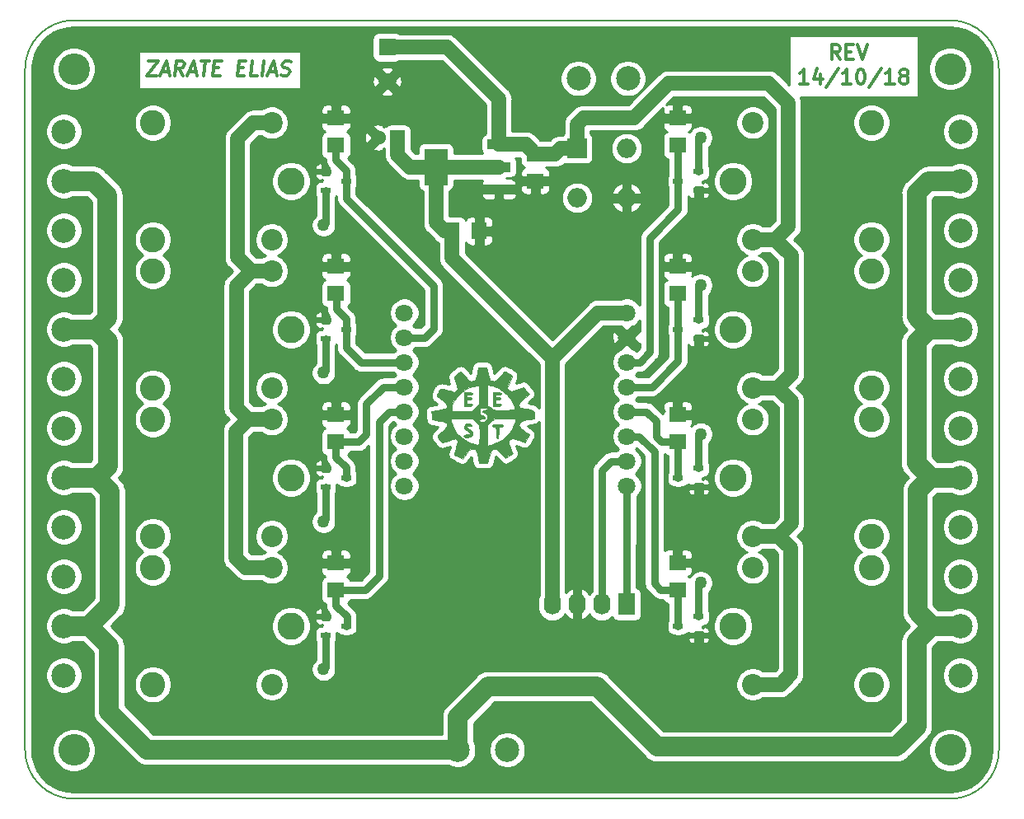
<source format=gbr>
%TF.GenerationSoftware,KiCad,Pcbnew,(5.1.2)-1*%
%TF.CreationDate,2020-01-14T11:15:57-03:00*%
%TF.ProjectId,wifi 2,77696669-2032-42e6-9b69-6361645f7063,rev?*%
%TF.SameCoordinates,Original*%
%TF.FileFunction,Copper,L1,Top*%
%TF.FilePolarity,Positive*%
%FSLAX46Y46*%
G04 Gerber Fmt 4.6, Leading zero omitted, Abs format (unit mm)*
G04 Created by KiCad (PCBNEW (5.1.2)-1) date 2020-01-14 11:15:57*
%MOMM*%
%LPD*%
G04 APERTURE LIST*
%ADD10C,0.300000*%
%ADD11C,0.150000*%
%ADD12C,0.010000*%
%ADD13C,1.800000*%
%ADD14C,2.200000*%
%ADD15C,2.600000*%
%ADD16C,2.800000*%
%ADD17C,2.500000*%
%ADD18R,1.803400X1.600200*%
%ADD19R,1.800000X1.800000*%
%ADD20R,1.600200X1.803400*%
%ADD21R,1.524000X1.524000*%
%ADD22C,1.524000*%
%ADD23O,2.000000X2.000000*%
%ADD24R,2.000000X2.000000*%
%ADD25R,2.400000X1.000000*%
%ADD26R,2.400000X3.800000*%
%ADD27R,1.000760X0.599440*%
%ADD28C,3.250000*%
%ADD29R,1.750000X2.200000*%
%ADD30O,1.750000X2.200000*%
%ADD31C,1.270000*%
%ADD32C,0.800000*%
%ADD33C,1.500000*%
%ADD34C,2.000000*%
%ADD35C,0.254000*%
G04 APERTURE END LIST*
D10*
X102674285Y-84178571D02*
X103674285Y-84178571D01*
X102486785Y-85678571D01*
X103486785Y-85678571D01*
X104040357Y-85250000D02*
X104754642Y-85250000D01*
X103843928Y-85678571D02*
X104531428Y-84178571D01*
X104843928Y-85678571D01*
X106201071Y-85678571D02*
X105790357Y-84964285D01*
X105343928Y-85678571D02*
X105531428Y-84178571D01*
X106102857Y-84178571D01*
X106236785Y-84250000D01*
X106299285Y-84321428D01*
X106352857Y-84464285D01*
X106326071Y-84678571D01*
X106236785Y-84821428D01*
X106156428Y-84892857D01*
X106004642Y-84964285D01*
X105433214Y-84964285D01*
X106826071Y-85250000D02*
X107540357Y-85250000D01*
X106629642Y-85678571D02*
X107317142Y-84178571D01*
X107629642Y-85678571D01*
X108102857Y-84178571D02*
X108960000Y-84178571D01*
X108343928Y-85678571D02*
X108531428Y-84178571D01*
X109370714Y-84892857D02*
X109870714Y-84892857D01*
X109986785Y-85678571D02*
X109272500Y-85678571D01*
X109460000Y-84178571D01*
X110174285Y-84178571D01*
X111870714Y-84892857D02*
X112370714Y-84892857D01*
X112486785Y-85678571D02*
X111772500Y-85678571D01*
X111960000Y-84178571D01*
X112674285Y-84178571D01*
X113843928Y-85678571D02*
X113129642Y-85678571D01*
X113317142Y-84178571D01*
X114343928Y-85678571D02*
X114531428Y-84178571D01*
X115040357Y-85250000D02*
X115754642Y-85250000D01*
X114843928Y-85678571D02*
X115531428Y-84178571D01*
X115843928Y-85678571D01*
X116281428Y-85607142D02*
X116486785Y-85678571D01*
X116843928Y-85678571D01*
X116995714Y-85607142D01*
X117076071Y-85535714D01*
X117165357Y-85392857D01*
X117183214Y-85250000D01*
X117129642Y-85107142D01*
X117067142Y-85035714D01*
X116933214Y-84964285D01*
X116656428Y-84892857D01*
X116522500Y-84821428D01*
X116460000Y-84750000D01*
X116406428Y-84607142D01*
X116424285Y-84464285D01*
X116513571Y-84321428D01*
X116593928Y-84250000D01*
X116745714Y-84178571D01*
X117102857Y-84178571D01*
X117308214Y-84250000D01*
D11*
X95000000Y-160000000D02*
X185000000Y-160000000D01*
X90000000Y-85000000D02*
X90000000Y-155000000D01*
X185000000Y-80000000D02*
X95000000Y-80000000D01*
X190000000Y-155000000D02*
X190000000Y-85000000D01*
X190000000Y-155000000D02*
G75*
G02X185000000Y-160000000I-5000000J0D01*
G01*
X185000000Y-80000000D02*
G75*
G02X190000000Y-85000000I0J-5000000D01*
G01*
X90000000Y-85000000D02*
G75*
G02X95000000Y-80000000I5000000J0D01*
G01*
X95000000Y-160000000D02*
G75*
G02X90000000Y-155000000I0J5000000D01*
G01*
D10*
X173671428Y-84003571D02*
X173171428Y-83289285D01*
X172814285Y-84003571D02*
X172814285Y-82503571D01*
X173385714Y-82503571D01*
X173528571Y-82575000D01*
X173600000Y-82646428D01*
X173671428Y-82789285D01*
X173671428Y-83003571D01*
X173600000Y-83146428D01*
X173528571Y-83217857D01*
X173385714Y-83289285D01*
X172814285Y-83289285D01*
X174314285Y-83217857D02*
X174814285Y-83217857D01*
X175028571Y-84003571D02*
X174314285Y-84003571D01*
X174314285Y-82503571D01*
X175028571Y-82503571D01*
X175457142Y-82503571D02*
X175957142Y-84003571D01*
X176457142Y-82503571D01*
X170385714Y-86553571D02*
X169528571Y-86553571D01*
X169957142Y-86553571D02*
X169957142Y-85053571D01*
X169814285Y-85267857D01*
X169671428Y-85410714D01*
X169528571Y-85482142D01*
X171671428Y-85553571D02*
X171671428Y-86553571D01*
X171314285Y-84982142D02*
X170957142Y-86053571D01*
X171885714Y-86053571D01*
X173528571Y-84982142D02*
X172242857Y-86910714D01*
X174814285Y-86553571D02*
X173957142Y-86553571D01*
X174385714Y-86553571D02*
X174385714Y-85053571D01*
X174242857Y-85267857D01*
X174100000Y-85410714D01*
X173957142Y-85482142D01*
X175742857Y-85053571D02*
X175885714Y-85053571D01*
X176028571Y-85125000D01*
X176100000Y-85196428D01*
X176171428Y-85339285D01*
X176242857Y-85625000D01*
X176242857Y-85982142D01*
X176171428Y-86267857D01*
X176100000Y-86410714D01*
X176028571Y-86482142D01*
X175885714Y-86553571D01*
X175742857Y-86553571D01*
X175600000Y-86482142D01*
X175528571Y-86410714D01*
X175457142Y-86267857D01*
X175385714Y-85982142D01*
X175385714Y-85625000D01*
X175457142Y-85339285D01*
X175528571Y-85196428D01*
X175600000Y-85125000D01*
X175742857Y-85053571D01*
X177957142Y-84982142D02*
X176671428Y-86910714D01*
X179242857Y-86553571D02*
X178385714Y-86553571D01*
X178814285Y-86553571D02*
X178814285Y-85053571D01*
X178671428Y-85267857D01*
X178528571Y-85410714D01*
X178385714Y-85482142D01*
X180100000Y-85696428D02*
X179957142Y-85625000D01*
X179885714Y-85553571D01*
X179814285Y-85410714D01*
X179814285Y-85339285D01*
X179885714Y-85196428D01*
X179957142Y-85125000D01*
X180100000Y-85053571D01*
X180385714Y-85053571D01*
X180528571Y-85125000D01*
X180600000Y-85196428D01*
X180671428Y-85339285D01*
X180671428Y-85410714D01*
X180600000Y-85553571D01*
X180528571Y-85625000D01*
X180385714Y-85696428D01*
X180100000Y-85696428D01*
X179957142Y-85767857D01*
X179885714Y-85839285D01*
X179814285Y-85982142D01*
X179814285Y-86267857D01*
X179885714Y-86410714D01*
X179957142Y-86482142D01*
X180100000Y-86553571D01*
X180385714Y-86553571D01*
X180528571Y-86482142D01*
X180600000Y-86410714D01*
X180671428Y-86267857D01*
X180671428Y-85982142D01*
X180600000Y-85839285D01*
X180528571Y-85767857D01*
X180385714Y-85696428D01*
D12*
G36*
X138705551Y-118227595D02*
G01*
X138835577Y-118274668D01*
X138862666Y-118341000D01*
X138798407Y-118434931D01*
X138593322Y-118467770D01*
X138566333Y-118468000D01*
X138347160Y-118495539D01*
X138270535Y-118583433D01*
X138270000Y-118595000D01*
X138345728Y-118695826D01*
X138524000Y-118722000D01*
X138725652Y-118759864D01*
X138778000Y-118849000D01*
X138702271Y-118949826D01*
X138524000Y-118976000D01*
X138342473Y-118998781D01*
X138276065Y-119095621D01*
X138270000Y-119187666D01*
X138292140Y-119330808D01*
X138391771Y-119389407D01*
X138566333Y-119399333D01*
X138785506Y-119426873D01*
X138862130Y-119514766D01*
X138862666Y-119526333D01*
X138817347Y-119606198D01*
X138660439Y-119645206D01*
X138439333Y-119653333D01*
X138016000Y-119653333D01*
X138016000Y-118214000D01*
X138439333Y-118214000D01*
X138705551Y-118227595D01*
X138705551Y-118227595D01*
G37*
X138705551Y-118227595D02*
X138835577Y-118274668D01*
X138862666Y-118341000D01*
X138798407Y-118434931D01*
X138593322Y-118467770D01*
X138566333Y-118468000D01*
X138347160Y-118495539D01*
X138270535Y-118583433D01*
X138270000Y-118595000D01*
X138345728Y-118695826D01*
X138524000Y-118722000D01*
X138725652Y-118759864D01*
X138778000Y-118849000D01*
X138702271Y-118949826D01*
X138524000Y-118976000D01*
X138342473Y-118998781D01*
X138276065Y-119095621D01*
X138270000Y-119187666D01*
X138292140Y-119330808D01*
X138391771Y-119389407D01*
X138566333Y-119399333D01*
X138785506Y-119426873D01*
X138862130Y-119514766D01*
X138862666Y-119526333D01*
X138817347Y-119606198D01*
X138660439Y-119645206D01*
X138439333Y-119653333D01*
X138016000Y-119653333D01*
X138016000Y-118214000D01*
X138439333Y-118214000D01*
X138705551Y-118227595D01*
G36*
X135742218Y-118227595D02*
G01*
X135872244Y-118274668D01*
X135899333Y-118341000D01*
X135835073Y-118434931D01*
X135629988Y-118467770D01*
X135603000Y-118468000D01*
X135383826Y-118495539D01*
X135307202Y-118583433D01*
X135306666Y-118595000D01*
X135382394Y-118695826D01*
X135560666Y-118722000D01*
X135762318Y-118759864D01*
X135814666Y-118849000D01*
X135738938Y-118949826D01*
X135560666Y-118976000D01*
X135379139Y-118998781D01*
X135312732Y-119095621D01*
X135306666Y-119187666D01*
X135328806Y-119330808D01*
X135428438Y-119389407D01*
X135603000Y-119399333D01*
X135822173Y-119426873D01*
X135898797Y-119514766D01*
X135899333Y-119526333D01*
X135854013Y-119606198D01*
X135697106Y-119645206D01*
X135476000Y-119653333D01*
X135052666Y-119653333D01*
X135052666Y-118214000D01*
X135476000Y-118214000D01*
X135742218Y-118227595D01*
X135742218Y-118227595D01*
G37*
X135742218Y-118227595D02*
X135872244Y-118274668D01*
X135899333Y-118341000D01*
X135835073Y-118434931D01*
X135629988Y-118467770D01*
X135603000Y-118468000D01*
X135383826Y-118495539D01*
X135307202Y-118583433D01*
X135306666Y-118595000D01*
X135382394Y-118695826D01*
X135560666Y-118722000D01*
X135762318Y-118759864D01*
X135814666Y-118849000D01*
X135738938Y-118949826D01*
X135560666Y-118976000D01*
X135379139Y-118998781D01*
X135312732Y-119095621D01*
X135306666Y-119187666D01*
X135328806Y-119330808D01*
X135428438Y-119389407D01*
X135603000Y-119399333D01*
X135822173Y-119426873D01*
X135898797Y-119514766D01*
X135899333Y-119526333D01*
X135854013Y-119606198D01*
X135697106Y-119645206D01*
X135476000Y-119653333D01*
X135052666Y-119653333D01*
X135052666Y-118214000D01*
X135476000Y-118214000D01*
X135742218Y-118227595D01*
G36*
X135775612Y-121494294D02*
G01*
X135880535Y-121607382D01*
X135882823Y-121617378D01*
X135875117Y-121708010D01*
X135776790Y-121731928D01*
X135596987Y-121710289D01*
X135392186Y-121689767D01*
X135317746Y-121724636D01*
X135323156Y-121778244D01*
X135425262Y-121909035D01*
X135537156Y-121984972D01*
X135837450Y-122182287D01*
X135973044Y-122386700D01*
X135942220Y-122593831D01*
X135829166Y-122730544D01*
X135650521Y-122823026D01*
X135415838Y-122868778D01*
X135202958Y-122858754D01*
X135109111Y-122814222D01*
X135044187Y-122683869D01*
X135129815Y-122595172D01*
X135349150Y-122564230D01*
X135370166Y-122564676D01*
X135603800Y-122541962D01*
X135681996Y-122464509D01*
X135603881Y-122346728D01*
X135391333Y-122214205D01*
X135155197Y-122037441D01*
X135067694Y-121831220D01*
X135136844Y-121620897D01*
X135185780Y-121564314D01*
X135363319Y-121467819D01*
X135581568Y-121446126D01*
X135775612Y-121494294D01*
X135775612Y-121494294D01*
G37*
X135775612Y-121494294D02*
X135880535Y-121607382D01*
X135882823Y-121617378D01*
X135875117Y-121708010D01*
X135776790Y-121731928D01*
X135596987Y-121710289D01*
X135392186Y-121689767D01*
X135317746Y-121724636D01*
X135323156Y-121778244D01*
X135425262Y-121909035D01*
X135537156Y-121984972D01*
X135837450Y-122182287D01*
X135973044Y-122386700D01*
X135942220Y-122593831D01*
X135829166Y-122730544D01*
X135650521Y-122823026D01*
X135415838Y-122868778D01*
X135202958Y-122858754D01*
X135109111Y-122814222D01*
X135044187Y-122683869D01*
X135129815Y-122595172D01*
X135349150Y-122564230D01*
X135370166Y-122564676D01*
X135603800Y-122541962D01*
X135681996Y-122464509D01*
X135603881Y-122346728D01*
X135391333Y-122214205D01*
X135155197Y-122037441D01*
X135067694Y-121831220D01*
X135136844Y-121620897D01*
X135185780Y-121564314D01*
X135363319Y-121467819D01*
X135581568Y-121446126D01*
X135775612Y-121494294D01*
G36*
X138790356Y-121524478D02*
G01*
X138961928Y-121554774D01*
X139027970Y-121614177D01*
X139032000Y-121643000D01*
X138958399Y-121745143D01*
X138820333Y-121770000D01*
X138709749Y-121778715D01*
X138646459Y-121829459D01*
X138617286Y-121959132D01*
X138609052Y-122204631D01*
X138608666Y-122362666D01*
X138601197Y-122684672D01*
X138574342Y-122868966D01*
X138521426Y-122946692D01*
X138481666Y-122955333D01*
X138412665Y-122920478D01*
X138373173Y-122795153D01*
X138356518Y-122548212D01*
X138354666Y-122362666D01*
X138351554Y-122053030D01*
X138333430Y-121875819D01*
X138287119Y-121794135D01*
X138199441Y-121771078D01*
X138143000Y-121770000D01*
X137972761Y-121725839D01*
X137931333Y-121643000D01*
X137968073Y-121571763D01*
X138099355Y-121532170D01*
X138356768Y-121516929D01*
X138481666Y-121516000D01*
X138790356Y-121524478D01*
X138790356Y-121524478D01*
G37*
X138790356Y-121524478D02*
X138961928Y-121554774D01*
X139027970Y-121614177D01*
X139032000Y-121643000D01*
X138958399Y-121745143D01*
X138820333Y-121770000D01*
X138709749Y-121778715D01*
X138646459Y-121829459D01*
X138617286Y-121959132D01*
X138609052Y-122204631D01*
X138608666Y-122362666D01*
X138601197Y-122684672D01*
X138574342Y-122868966D01*
X138521426Y-122946692D01*
X138481666Y-122955333D01*
X138412665Y-122920478D01*
X138373173Y-122795153D01*
X138356518Y-122548212D01*
X138354666Y-122362666D01*
X138351554Y-122053030D01*
X138333430Y-121875819D01*
X138287119Y-121794135D01*
X138199441Y-121771078D01*
X138143000Y-121770000D01*
X137972761Y-121725839D01*
X137931333Y-121643000D01*
X137968073Y-121571763D01*
X138099355Y-121532170D01*
X138356768Y-121516929D01*
X138481666Y-121516000D01*
X138790356Y-121524478D01*
G36*
X137539361Y-116348143D02*
G01*
X137613933Y-116681223D01*
X137675789Y-116884779D01*
X137746422Y-116995132D01*
X137847324Y-117048600D01*
X137970023Y-117075902D01*
X138145299Y-117093745D01*
X138284159Y-117050227D01*
X138439308Y-116918562D01*
X138580409Y-116765683D01*
X138859395Y-116456565D01*
X139049383Y-116256459D01*
X139171009Y-116145328D01*
X139244906Y-116103130D01*
X139264833Y-116101005D01*
X139375118Y-116142878D01*
X139561062Y-116239916D01*
X139764620Y-116358466D01*
X139927749Y-116464872D01*
X139992105Y-116522692D01*
X139969059Y-116616720D01*
X139895782Y-116826196D01*
X139786828Y-117110117D01*
X139757835Y-117182676D01*
X139510004Y-117798300D01*
X139695716Y-117984012D01*
X139881428Y-118169725D01*
X140536214Y-117933410D01*
X141191000Y-117697096D01*
X141464907Y-118019048D01*
X141622881Y-118213364D01*
X141722472Y-118352445D01*
X141740073Y-118389464D01*
X141681507Y-118463705D01*
X141524234Y-118619809D01*
X141297747Y-118829008D01*
X141201938Y-118914435D01*
X140931215Y-119163424D01*
X140772658Y-119340272D01*
X140703898Y-119475671D01*
X140702463Y-119599764D01*
X140741727Y-119719781D01*
X140827105Y-119802791D01*
X140992135Y-119863025D01*
X141270355Y-119914709D01*
X141529666Y-119950707D01*
X141876918Y-119999500D01*
X142089422Y-120051015D01*
X142200267Y-120130445D01*
X142242541Y-120262986D01*
X142249331Y-120473831D01*
X142249333Y-120498689D01*
X142249333Y-120909301D01*
X141821832Y-121000984D01*
X141531353Y-121054948D01*
X141279094Y-121087898D01*
X141192880Y-121092666D01*
X140992397Y-121144554D01*
X140814439Y-121267657D01*
X140726608Y-121413137D01*
X140725333Y-121430456D01*
X140697673Y-121568866D01*
X140680821Y-121618146D01*
X140724177Y-121730398D01*
X140900954Y-121911134D01*
X141188821Y-122139824D01*
X141444975Y-122332685D01*
X141638057Y-122487161D01*
X141735570Y-122576940D01*
X141741333Y-122587176D01*
X141702094Y-122678074D01*
X141601932Y-122864055D01*
X141526645Y-122995183D01*
X141311957Y-123361520D01*
X140641576Y-123141747D01*
X140311848Y-123036019D01*
X140101924Y-122981175D01*
X139971090Y-122974177D01*
X139878633Y-123011984D01*
X139797930Y-123078776D01*
X139684497Y-123198445D01*
X139638803Y-123320406D01*
X139662788Y-123487252D01*
X139758396Y-123741572D01*
X139836333Y-123920879D01*
X139947904Y-124183896D01*
X140024596Y-124385222D01*
X140048000Y-124470496D01*
X139983236Y-124554415D01*
X139818165Y-124689294D01*
X139698733Y-124772631D01*
X139349467Y-125003764D01*
X138826995Y-124485935D01*
X138571156Y-124237250D01*
X138398047Y-124090519D01*
X138272476Y-124026170D01*
X138159252Y-124024630D01*
X138053372Y-124055658D01*
X137924955Y-124113874D01*
X137835005Y-124206389D01*
X137763325Y-124371463D01*
X137689720Y-124647351D01*
X137650268Y-124819271D01*
X137498314Y-125495333D01*
X136588672Y-125495333D01*
X136492640Y-125008500D01*
X136408742Y-124608407D01*
X136335742Y-124343771D01*
X136258545Y-124182721D01*
X136162058Y-124093386D01*
X136036477Y-124045299D01*
X135891038Y-124037071D01*
X135735314Y-124102976D01*
X135547683Y-124260547D01*
X135306519Y-124527318D01*
X135048534Y-124846356D01*
X134881309Y-125058948D01*
X134480154Y-124839498D01*
X134254083Y-124715493D01*
X134099553Y-124630100D01*
X134058636Y-124606938D01*
X134074201Y-124526779D01*
X134133452Y-124324897D01*
X134224905Y-124039660D01*
X134259596Y-123935559D01*
X134366737Y-123610289D01*
X134422065Y-123404831D01*
X134428536Y-123278763D01*
X134389108Y-123191668D01*
X134319560Y-123115931D01*
X134234027Y-123039397D01*
X134144587Y-123005628D01*
X134011295Y-123017687D01*
X133794206Y-123078640D01*
X133488711Y-123179668D01*
X132819220Y-123404765D01*
X132581276Y-123119747D01*
X132435170Y-122926284D01*
X132350875Y-122778965D01*
X132342738Y-122746864D01*
X132401477Y-122652957D01*
X132558178Y-122480728D01*
X132782669Y-122262566D01*
X132858360Y-122193333D01*
X133115680Y-121953275D01*
X133264279Y-121786469D01*
X133326684Y-121659174D01*
X133325418Y-121537644D01*
X133317955Y-121504845D01*
X133278029Y-121395506D01*
X133201471Y-121320057D01*
X133053007Y-121263383D01*
X132797362Y-121210367D01*
X132527167Y-121165981D01*
X131793000Y-121049938D01*
X131785597Y-120923333D01*
X133694773Y-120923333D01*
X133749800Y-121156166D01*
X133986828Y-121823016D01*
X134355093Y-122418903D01*
X134832579Y-122919522D01*
X135397268Y-123300566D01*
X135867497Y-123494096D01*
X136184840Y-123590169D01*
X136403968Y-123635588D01*
X136543035Y-123609318D01*
X136620192Y-123490329D01*
X136653594Y-123257586D01*
X136661394Y-122890057D01*
X136661340Y-122607666D01*
X137423333Y-122607666D01*
X137423333Y-123699333D01*
X137767873Y-123621920D01*
X138031754Y-123540452D01*
X138361932Y-123408805D01*
X138617045Y-123289770D01*
X138944252Y-123103669D01*
X139263120Y-122888654D01*
X139445214Y-122742736D01*
X139707016Y-122447420D01*
X139967115Y-122057063D01*
X140187016Y-121637956D01*
X140328224Y-121256388D01*
X140341958Y-121198500D01*
X140400121Y-120923333D01*
X138248190Y-120923333D01*
X137920184Y-121219666D01*
X137718894Y-121387939D01*
X137561573Y-121495307D01*
X137507756Y-121516000D01*
X137471700Y-121597552D01*
X137444693Y-121830094D01*
X137428139Y-122195457D01*
X137423333Y-122607666D01*
X136661340Y-122607666D01*
X136661333Y-122574333D01*
X136657804Y-122120223D01*
X136645435Y-121811408D01*
X136621554Y-121623962D01*
X136583488Y-121533957D01*
X136543104Y-121516000D01*
X136420103Y-121456565D01*
X136245991Y-121306350D01*
X136164690Y-121219666D01*
X136019925Y-121054787D01*
X136576666Y-121054787D01*
X136646871Y-121184246D01*
X136822675Y-121247288D01*
X137051862Y-121238881D01*
X137282214Y-121153993D01*
X137324585Y-121126866D01*
X137468277Y-120965976D01*
X137492508Y-120734594D01*
X137491591Y-120724699D01*
X137440212Y-120524699D01*
X137300828Y-120414924D01*
X137190500Y-120376657D01*
X136984683Y-120281109D01*
X136920693Y-120178254D01*
X137000782Y-120100036D01*
X137169333Y-120076666D01*
X137370985Y-120038802D01*
X137423333Y-119949666D01*
X137373471Y-119865959D01*
X137203930Y-119827830D01*
X137042333Y-119822666D01*
X136661333Y-119822666D01*
X136661333Y-120198302D01*
X136669458Y-120431440D01*
X136716530Y-120545072D01*
X136836591Y-120588954D01*
X136936500Y-120600468D01*
X137135797Y-120646940D01*
X137208528Y-120752149D01*
X137211666Y-120796333D01*
X137183034Y-120908533D01*
X137066884Y-120953168D01*
X136894166Y-120956009D01*
X136660508Y-120975785D01*
X136576751Y-121051435D01*
X136576666Y-121054787D01*
X136019925Y-121054787D01*
X135904506Y-120923333D01*
X133694773Y-120923333D01*
X131785597Y-120923333D01*
X131767973Y-120621935D01*
X131742947Y-120193933D01*
X132318307Y-120084364D01*
X132723662Y-120006053D01*
X132992546Y-119947236D01*
X133154854Y-119895828D01*
X133206215Y-119862185D01*
X133782666Y-119862185D01*
X133782666Y-120161333D01*
X135871157Y-120161333D01*
X136223912Y-119835672D01*
X136576666Y-119510011D01*
X136576666Y-118497722D01*
X137423333Y-118497722D01*
X137423333Y-119554855D01*
X137719666Y-119738000D01*
X137905200Y-119870450D01*
X138008424Y-119978677D01*
X138016000Y-120001362D01*
X138096786Y-120032165D01*
X138324120Y-120052655D01*
X138675466Y-120061698D01*
X139128287Y-120058156D01*
X139137833Y-120057957D01*
X140259666Y-120034333D01*
X140233221Y-119788267D01*
X140112748Y-119361126D01*
X139859857Y-118919188D01*
X139505286Y-118492976D01*
X139079775Y-118113013D01*
X138614062Y-117809819D01*
X138138885Y-117613918D01*
X138012633Y-117583315D01*
X137768622Y-117530654D01*
X137578270Y-117484191D01*
X137571500Y-117482306D01*
X137509886Y-117478226D01*
X137468111Y-117524317D01*
X137442380Y-117646590D01*
X137428899Y-117871051D01*
X137423871Y-118223711D01*
X137423333Y-118497722D01*
X136576666Y-118497722D01*
X136576666Y-117536666D01*
X136368176Y-117536666D01*
X136037529Y-117591654D01*
X135633893Y-117741435D01*
X135206147Y-117963234D01*
X134803168Y-118234276D01*
X134708467Y-118310015D01*
X134301514Y-118712794D01*
X133999517Y-119145372D01*
X133822151Y-119574758D01*
X133782666Y-119862185D01*
X133206215Y-119862185D01*
X133240476Y-119839744D01*
X133279307Y-119766902D01*
X133296692Y-119688846D01*
X133293152Y-119558039D01*
X133213762Y-119418668D01*
X133034312Y-119237368D01*
X132860717Y-119088048D01*
X132618389Y-118885753D01*
X132424903Y-118724063D01*
X132319138Y-118635467D01*
X132315306Y-118632236D01*
X132308902Y-118529023D01*
X132372171Y-118334010D01*
X132427107Y-118215749D01*
X132547958Y-117999824D01*
X132655272Y-117901696D01*
X132805398Y-117884922D01*
X132920800Y-117896460D01*
X133193183Y-117952126D01*
X133513410Y-118047973D01*
X133634902Y-118092529D01*
X134037472Y-118250823D01*
X134413546Y-117874749D01*
X134214995Y-117291542D01*
X134121684Y-116992784D01*
X134061803Y-116751903D01*
X134047215Y-116617321D01*
X134048506Y-116612146D01*
X134135444Y-116514683D01*
X134319204Y-116377455D01*
X134428509Y-116308470D01*
X134776448Y-116100985D01*
X135223684Y-116615183D01*
X135453773Y-116871914D01*
X135613758Y-117020523D01*
X135739803Y-117084722D01*
X135868072Y-117088226D01*
X135929085Y-117077749D01*
X136091482Y-117036216D01*
X136200418Y-116966559D01*
X136276542Y-116833584D01*
X136340502Y-116602095D01*
X136408471Y-116260636D01*
X136519161Y-115674000D01*
X137394495Y-115674000D01*
X137539361Y-116348143D01*
X137539361Y-116348143D01*
G37*
X137539361Y-116348143D02*
X137613933Y-116681223D01*
X137675789Y-116884779D01*
X137746422Y-116995132D01*
X137847324Y-117048600D01*
X137970023Y-117075902D01*
X138145299Y-117093745D01*
X138284159Y-117050227D01*
X138439308Y-116918562D01*
X138580409Y-116765683D01*
X138859395Y-116456565D01*
X139049383Y-116256459D01*
X139171009Y-116145328D01*
X139244906Y-116103130D01*
X139264833Y-116101005D01*
X139375118Y-116142878D01*
X139561062Y-116239916D01*
X139764620Y-116358466D01*
X139927749Y-116464872D01*
X139992105Y-116522692D01*
X139969059Y-116616720D01*
X139895782Y-116826196D01*
X139786828Y-117110117D01*
X139757835Y-117182676D01*
X139510004Y-117798300D01*
X139695716Y-117984012D01*
X139881428Y-118169725D01*
X140536214Y-117933410D01*
X141191000Y-117697096D01*
X141464907Y-118019048D01*
X141622881Y-118213364D01*
X141722472Y-118352445D01*
X141740073Y-118389464D01*
X141681507Y-118463705D01*
X141524234Y-118619809D01*
X141297747Y-118829008D01*
X141201938Y-118914435D01*
X140931215Y-119163424D01*
X140772658Y-119340272D01*
X140703898Y-119475671D01*
X140702463Y-119599764D01*
X140741727Y-119719781D01*
X140827105Y-119802791D01*
X140992135Y-119863025D01*
X141270355Y-119914709D01*
X141529666Y-119950707D01*
X141876918Y-119999500D01*
X142089422Y-120051015D01*
X142200267Y-120130445D01*
X142242541Y-120262986D01*
X142249331Y-120473831D01*
X142249333Y-120498689D01*
X142249333Y-120909301D01*
X141821832Y-121000984D01*
X141531353Y-121054948D01*
X141279094Y-121087898D01*
X141192880Y-121092666D01*
X140992397Y-121144554D01*
X140814439Y-121267657D01*
X140726608Y-121413137D01*
X140725333Y-121430456D01*
X140697673Y-121568866D01*
X140680821Y-121618146D01*
X140724177Y-121730398D01*
X140900954Y-121911134D01*
X141188821Y-122139824D01*
X141444975Y-122332685D01*
X141638057Y-122487161D01*
X141735570Y-122576940D01*
X141741333Y-122587176D01*
X141702094Y-122678074D01*
X141601932Y-122864055D01*
X141526645Y-122995183D01*
X141311957Y-123361520D01*
X140641576Y-123141747D01*
X140311848Y-123036019D01*
X140101924Y-122981175D01*
X139971090Y-122974177D01*
X139878633Y-123011984D01*
X139797930Y-123078776D01*
X139684497Y-123198445D01*
X139638803Y-123320406D01*
X139662788Y-123487252D01*
X139758396Y-123741572D01*
X139836333Y-123920879D01*
X139947904Y-124183896D01*
X140024596Y-124385222D01*
X140048000Y-124470496D01*
X139983236Y-124554415D01*
X139818165Y-124689294D01*
X139698733Y-124772631D01*
X139349467Y-125003764D01*
X138826995Y-124485935D01*
X138571156Y-124237250D01*
X138398047Y-124090519D01*
X138272476Y-124026170D01*
X138159252Y-124024630D01*
X138053372Y-124055658D01*
X137924955Y-124113874D01*
X137835005Y-124206389D01*
X137763325Y-124371463D01*
X137689720Y-124647351D01*
X137650268Y-124819271D01*
X137498314Y-125495333D01*
X136588672Y-125495333D01*
X136492640Y-125008500D01*
X136408742Y-124608407D01*
X136335742Y-124343771D01*
X136258545Y-124182721D01*
X136162058Y-124093386D01*
X136036477Y-124045299D01*
X135891038Y-124037071D01*
X135735314Y-124102976D01*
X135547683Y-124260547D01*
X135306519Y-124527318D01*
X135048534Y-124846356D01*
X134881309Y-125058948D01*
X134480154Y-124839498D01*
X134254083Y-124715493D01*
X134099553Y-124630100D01*
X134058636Y-124606938D01*
X134074201Y-124526779D01*
X134133452Y-124324897D01*
X134224905Y-124039660D01*
X134259596Y-123935559D01*
X134366737Y-123610289D01*
X134422065Y-123404831D01*
X134428536Y-123278763D01*
X134389108Y-123191668D01*
X134319560Y-123115931D01*
X134234027Y-123039397D01*
X134144587Y-123005628D01*
X134011295Y-123017687D01*
X133794206Y-123078640D01*
X133488711Y-123179668D01*
X132819220Y-123404765D01*
X132581276Y-123119747D01*
X132435170Y-122926284D01*
X132350875Y-122778965D01*
X132342738Y-122746864D01*
X132401477Y-122652957D01*
X132558178Y-122480728D01*
X132782669Y-122262566D01*
X132858360Y-122193333D01*
X133115680Y-121953275D01*
X133264279Y-121786469D01*
X133326684Y-121659174D01*
X133325418Y-121537644D01*
X133317955Y-121504845D01*
X133278029Y-121395506D01*
X133201471Y-121320057D01*
X133053007Y-121263383D01*
X132797362Y-121210367D01*
X132527167Y-121165981D01*
X131793000Y-121049938D01*
X131785597Y-120923333D01*
X133694773Y-120923333D01*
X133749800Y-121156166D01*
X133986828Y-121823016D01*
X134355093Y-122418903D01*
X134832579Y-122919522D01*
X135397268Y-123300566D01*
X135867497Y-123494096D01*
X136184840Y-123590169D01*
X136403968Y-123635588D01*
X136543035Y-123609318D01*
X136620192Y-123490329D01*
X136653594Y-123257586D01*
X136661394Y-122890057D01*
X136661340Y-122607666D01*
X137423333Y-122607666D01*
X137423333Y-123699333D01*
X137767873Y-123621920D01*
X138031754Y-123540452D01*
X138361932Y-123408805D01*
X138617045Y-123289770D01*
X138944252Y-123103669D01*
X139263120Y-122888654D01*
X139445214Y-122742736D01*
X139707016Y-122447420D01*
X139967115Y-122057063D01*
X140187016Y-121637956D01*
X140328224Y-121256388D01*
X140341958Y-121198500D01*
X140400121Y-120923333D01*
X138248190Y-120923333D01*
X137920184Y-121219666D01*
X137718894Y-121387939D01*
X137561573Y-121495307D01*
X137507756Y-121516000D01*
X137471700Y-121597552D01*
X137444693Y-121830094D01*
X137428139Y-122195457D01*
X137423333Y-122607666D01*
X136661340Y-122607666D01*
X136661333Y-122574333D01*
X136657804Y-122120223D01*
X136645435Y-121811408D01*
X136621554Y-121623962D01*
X136583488Y-121533957D01*
X136543104Y-121516000D01*
X136420103Y-121456565D01*
X136245991Y-121306350D01*
X136164690Y-121219666D01*
X136019925Y-121054787D01*
X136576666Y-121054787D01*
X136646871Y-121184246D01*
X136822675Y-121247288D01*
X137051862Y-121238881D01*
X137282214Y-121153993D01*
X137324585Y-121126866D01*
X137468277Y-120965976D01*
X137492508Y-120734594D01*
X137491591Y-120724699D01*
X137440212Y-120524699D01*
X137300828Y-120414924D01*
X137190500Y-120376657D01*
X136984683Y-120281109D01*
X136920693Y-120178254D01*
X137000782Y-120100036D01*
X137169333Y-120076666D01*
X137370985Y-120038802D01*
X137423333Y-119949666D01*
X137373471Y-119865959D01*
X137203930Y-119827830D01*
X137042333Y-119822666D01*
X136661333Y-119822666D01*
X136661333Y-120198302D01*
X136669458Y-120431440D01*
X136716530Y-120545072D01*
X136836591Y-120588954D01*
X136936500Y-120600468D01*
X137135797Y-120646940D01*
X137208528Y-120752149D01*
X137211666Y-120796333D01*
X137183034Y-120908533D01*
X137066884Y-120953168D01*
X136894166Y-120956009D01*
X136660508Y-120975785D01*
X136576751Y-121051435D01*
X136576666Y-121054787D01*
X136019925Y-121054787D01*
X135904506Y-120923333D01*
X133694773Y-120923333D01*
X131785597Y-120923333D01*
X131767973Y-120621935D01*
X131742947Y-120193933D01*
X132318307Y-120084364D01*
X132723662Y-120006053D01*
X132992546Y-119947236D01*
X133154854Y-119895828D01*
X133206215Y-119862185D01*
X133782666Y-119862185D01*
X133782666Y-120161333D01*
X135871157Y-120161333D01*
X136223912Y-119835672D01*
X136576666Y-119510011D01*
X136576666Y-118497722D01*
X137423333Y-118497722D01*
X137423333Y-119554855D01*
X137719666Y-119738000D01*
X137905200Y-119870450D01*
X138008424Y-119978677D01*
X138016000Y-120001362D01*
X138096786Y-120032165D01*
X138324120Y-120052655D01*
X138675466Y-120061698D01*
X139128287Y-120058156D01*
X139137833Y-120057957D01*
X140259666Y-120034333D01*
X140233221Y-119788267D01*
X140112748Y-119361126D01*
X139859857Y-118919188D01*
X139505286Y-118492976D01*
X139079775Y-118113013D01*
X138614062Y-117809819D01*
X138138885Y-117613918D01*
X138012633Y-117583315D01*
X137768622Y-117530654D01*
X137578270Y-117484191D01*
X137571500Y-117482306D01*
X137509886Y-117478226D01*
X137468111Y-117524317D01*
X137442380Y-117646590D01*
X137428899Y-117871051D01*
X137423871Y-118223711D01*
X137423333Y-118497722D01*
X136576666Y-118497722D01*
X136576666Y-117536666D01*
X136368176Y-117536666D01*
X136037529Y-117591654D01*
X135633893Y-117741435D01*
X135206147Y-117963234D01*
X134803168Y-118234276D01*
X134708467Y-118310015D01*
X134301514Y-118712794D01*
X133999517Y-119145372D01*
X133822151Y-119574758D01*
X133782666Y-119862185D01*
X133206215Y-119862185D01*
X133240476Y-119839744D01*
X133279307Y-119766902D01*
X133296692Y-119688846D01*
X133293152Y-119558039D01*
X133213762Y-119418668D01*
X133034312Y-119237368D01*
X132860717Y-119088048D01*
X132618389Y-118885753D01*
X132424903Y-118724063D01*
X132319138Y-118635467D01*
X132315306Y-118632236D01*
X132308902Y-118529023D01*
X132372171Y-118334010D01*
X132427107Y-118215749D01*
X132547958Y-117999824D01*
X132655272Y-117901696D01*
X132805398Y-117884922D01*
X132920800Y-117896460D01*
X133193183Y-117952126D01*
X133513410Y-118047973D01*
X133634902Y-118092529D01*
X134037472Y-118250823D01*
X134413546Y-117874749D01*
X134214995Y-117291542D01*
X134121684Y-116992784D01*
X134061803Y-116751903D01*
X134047215Y-116617321D01*
X134048506Y-116612146D01*
X134135444Y-116514683D01*
X134319204Y-116377455D01*
X134428509Y-116308470D01*
X134776448Y-116100985D01*
X135223684Y-116615183D01*
X135453773Y-116871914D01*
X135613758Y-117020523D01*
X135739803Y-117084722D01*
X135868072Y-117088226D01*
X135929085Y-117077749D01*
X136091482Y-117036216D01*
X136200418Y-116966559D01*
X136276542Y-116833584D01*
X136340502Y-116602095D01*
X136408471Y-116260636D01*
X136519161Y-115674000D01*
X137394495Y-115674000D01*
X137539361Y-116348143D01*
D13*
X128940000Y-127840000D03*
X128940000Y-125300000D03*
X128940000Y-122760000D03*
X128940000Y-120220000D03*
X128940000Y-117680000D03*
X128940000Y-115140000D03*
X128940000Y-112600000D03*
X128940000Y-110060000D03*
X151800000Y-110060000D03*
X151800000Y-112600000D03*
X151800000Y-115140000D03*
X151800000Y-117680000D03*
X151800000Y-120220000D03*
X151800000Y-122760000D03*
X151800000Y-125300000D03*
X151800000Y-127840000D03*
D14*
X164715000Y-117760000D03*
D15*
X176915000Y-117760000D03*
X176915000Y-105760000D03*
D14*
X164715000Y-105760000D03*
D16*
X162715000Y-111760000D03*
D14*
X164715000Y-148240000D03*
D15*
X176915000Y-148240000D03*
X176915000Y-136240000D03*
D14*
X164715000Y-136240000D03*
D16*
X162715000Y-142240000D03*
D14*
X164715000Y-133000000D03*
D15*
X176915000Y-133000000D03*
X176915000Y-121000000D03*
D14*
X164715000Y-121000000D03*
D16*
X162715000Y-127000000D03*
D14*
X164715000Y-102520000D03*
D15*
X176915000Y-102520000D03*
X176915000Y-90520000D03*
D14*
X164715000Y-90520000D03*
D16*
X162715000Y-96520000D03*
D14*
X115320000Y-136240000D03*
D15*
X103120000Y-136240000D03*
X103120000Y-148240000D03*
D14*
X115320000Y-148240000D03*
D16*
X117320000Y-142240000D03*
D14*
X115320000Y-121000000D03*
D15*
X103120000Y-121000000D03*
X103120000Y-133000000D03*
D14*
X115320000Y-133000000D03*
D16*
X117320000Y-127000000D03*
D14*
X115320000Y-105760000D03*
D15*
X103120000Y-105760000D03*
X103120000Y-117760000D03*
D14*
X115320000Y-117760000D03*
D16*
X117320000Y-111760000D03*
D14*
X115320000Y-90520000D03*
D15*
X103120000Y-90520000D03*
X103120000Y-102520000D03*
D14*
X115320000Y-102520000D03*
D16*
X117320000Y-96520000D03*
D17*
X186055000Y-121920000D03*
X186055000Y-132080000D03*
X186055000Y-127000000D03*
X186055000Y-91440000D03*
X186055000Y-101600000D03*
X186055000Y-96520000D03*
X93980000Y-132080000D03*
X93980000Y-121920000D03*
X93980000Y-127000000D03*
X186055000Y-137160000D03*
X186055000Y-147320000D03*
X186055000Y-142240000D03*
X186055000Y-106680000D03*
X186055000Y-116840000D03*
X186055000Y-111760000D03*
X93980000Y-147320000D03*
X93980000Y-137160000D03*
X93980000Y-142240000D03*
X93980000Y-116840000D03*
X93980000Y-106680000D03*
X93980000Y-111760000D03*
D18*
X142390000Y-93723000D03*
X142390000Y-96517000D03*
D19*
X127180000Y-82780000D03*
D13*
X127180000Y-86280000D03*
D20*
X136627000Y-101660000D03*
X133833000Y-101660000D03*
D21*
X128250000Y-92060000D03*
D22*
X126250000Y-92060000D03*
D23*
X151770000Y-93170000D03*
X146690000Y-98250000D03*
X151770000Y-98250000D03*
D24*
X146690000Y-93170000D03*
D17*
X93980000Y-101600000D03*
X93980000Y-91440000D03*
X93980000Y-96520000D03*
X134430000Y-154970000D03*
X139510000Y-154970000D03*
X146820000Y-85980000D03*
X151900000Y-85980000D03*
D25*
X138650000Y-97370000D03*
X138650000Y-95070000D03*
X138650000Y-92770000D03*
D26*
X132200000Y-95070000D03*
D27*
X159171640Y-141287500D03*
X157058360Y-142240000D03*
X159171640Y-143192500D03*
X159171640Y-127952500D03*
X157058360Y-127000000D03*
X159171640Y-126047500D03*
X159171640Y-112712500D03*
X157058360Y-111760000D03*
X159171640Y-110807500D03*
X159171640Y-95567500D03*
X157058360Y-96520000D03*
X159171640Y-97472500D03*
X120863360Y-143192500D03*
X122976640Y-142240000D03*
X120863360Y-141287500D03*
X120863360Y-126047500D03*
X122976640Y-127000000D03*
X120863360Y-127952500D03*
X120863360Y-110807500D03*
X122976640Y-111760000D03*
X120863360Y-112712500D03*
X120863360Y-97472500D03*
X122976640Y-96520000D03*
X120863360Y-95567500D03*
D18*
X157000000Y-138547000D03*
X157000000Y-135753000D03*
X157000000Y-120523000D03*
X157000000Y-123317000D03*
X157000000Y-108077000D03*
X157000000Y-105283000D03*
X157000000Y-92837000D03*
X157000000Y-90043000D03*
X121920000Y-138557000D03*
X121920000Y-135763000D03*
X121920000Y-120523000D03*
X121920000Y-123317000D03*
X121920000Y-105283000D03*
X121920000Y-108077000D03*
X121920000Y-90043000D03*
X121920000Y-92837000D03*
D28*
X95000000Y-85000000D03*
X185000000Y-85000000D03*
X95000000Y-155000000D03*
X185000000Y-155000000D03*
D29*
X151760000Y-140010000D03*
D30*
X149220000Y-140010000D03*
X146680000Y-140010000D03*
X144140000Y-140010000D03*
D31*
X159385000Y-137795000D03*
X159385000Y-122525000D03*
X159385000Y-107215000D03*
X159385000Y-92055000D03*
X120650000Y-146680000D03*
X120650000Y-131510000D03*
X120650000Y-116220000D03*
X120650000Y-101040000D03*
D32*
X159171640Y-141287500D02*
X159171640Y-138008360D01*
X159171640Y-138008360D02*
X159385000Y-137795000D01*
X159171640Y-126047500D02*
X159171640Y-122738360D01*
X159171640Y-122738360D02*
X159385000Y-122525000D01*
X159171640Y-110807500D02*
X159171640Y-107428360D01*
X159171640Y-107428360D02*
X159385000Y-107215000D01*
X159171640Y-95567500D02*
X159171640Y-92268360D01*
X159171640Y-92268360D02*
X159385000Y-92055000D01*
X120863360Y-143192500D02*
X120863360Y-146466640D01*
X120863360Y-146466640D02*
X120650000Y-146680000D01*
X120863360Y-129052220D02*
X120860000Y-129055580D01*
X120863360Y-127952500D02*
X120863360Y-129052220D01*
X120860000Y-129055580D02*
X120860000Y-131300000D01*
X120860000Y-131300000D02*
X120650000Y-131510000D01*
X120863360Y-112712500D02*
X120863360Y-116026640D01*
X120863360Y-116026640D02*
X120670000Y-116220000D01*
X120670000Y-116220000D02*
X120650000Y-116220000D01*
X120863360Y-97472500D02*
X120863360Y-100826640D01*
X120863360Y-100826640D02*
X120650000Y-101040000D01*
D33*
X164715000Y-148240000D02*
X167570000Y-148240000D01*
X168620000Y-134250000D02*
X167370000Y-133000000D01*
X168620000Y-147190000D02*
X168620000Y-134250000D01*
X167570000Y-148240000D02*
X168620000Y-147190000D01*
X167370000Y-133000000D02*
X164715000Y-133000000D01*
X167260000Y-117760000D02*
X164715000Y-117760000D01*
X168690000Y-119190000D02*
X167260000Y-117760000D01*
X168690000Y-131680000D02*
X168690000Y-119190000D01*
X167370000Y-133000000D02*
X168690000Y-131680000D01*
X167260000Y-117760000D02*
X168680000Y-116340000D01*
X168680000Y-104170000D02*
X167030000Y-102520000D01*
X168680000Y-116340000D02*
X168680000Y-104170000D01*
X115320000Y-136240000D02*
X112640000Y-136240000D01*
X112640000Y-136240000D02*
X111640000Y-135240000D01*
X111640000Y-135240000D02*
X111640000Y-122250000D01*
X112890000Y-121000000D02*
X115320000Y-121000000D01*
X111640000Y-122250000D02*
X112890000Y-121000000D01*
X112890000Y-121000000D02*
X111690000Y-119800000D01*
X111690000Y-119800000D02*
X111690000Y-107290000D01*
X111690000Y-107290000D02*
X113220000Y-105760000D01*
X113220000Y-105760000D02*
X115320000Y-105760000D01*
X113220000Y-105760000D02*
X111810000Y-104350000D01*
X111810000Y-104350000D02*
X111810000Y-92160000D01*
X111810000Y-92160000D02*
X113450000Y-90520000D01*
X113450000Y-90520000D02*
X115320000Y-90520000D01*
X146690000Y-93170000D02*
X145000000Y-93170000D01*
X145000000Y-93170000D02*
X144420000Y-93750000D01*
X144393000Y-93723000D02*
X142390000Y-93723000D01*
X144420000Y-93750000D02*
X144393000Y-93723000D01*
X141437000Y-92770000D02*
X138650000Y-92770000D01*
X142390000Y-93723000D02*
X141437000Y-92770000D01*
X146690000Y-90670000D02*
X147340000Y-90020000D01*
X146690000Y-93170000D02*
X146690000Y-90670000D01*
X147340000Y-90020000D02*
X152530000Y-90020000D01*
X152530000Y-90020000D02*
X156050000Y-86500000D01*
X156050000Y-86500000D02*
X166370000Y-86500000D01*
X166370000Y-86500000D02*
X168360000Y-88490000D01*
X168360000Y-101190000D02*
X167030000Y-102520000D01*
X168360000Y-88490000D02*
X168360000Y-101190000D01*
X167030000Y-102520000D02*
X164715000Y-102520000D01*
X133340000Y-82780000D02*
X127180000Y-82780000D01*
X138650000Y-92770000D02*
X138650000Y-88090000D01*
X138650000Y-88090000D02*
X133340000Y-82780000D01*
D34*
X93980000Y-142240000D02*
X96530000Y-142240000D01*
X96530000Y-142240000D02*
X98720000Y-140050000D01*
X98720000Y-140050000D02*
X98720000Y-128420000D01*
X98720000Y-128420000D02*
X97300000Y-127000000D01*
X97300000Y-127000000D02*
X93980000Y-127000000D01*
X97300000Y-127000000D02*
X98480000Y-125820000D01*
X98480000Y-125820000D02*
X98480000Y-112970000D01*
X97270000Y-111760000D02*
X93980000Y-111760000D01*
X98480000Y-112970000D02*
X97270000Y-111760000D01*
X97270000Y-111760000D02*
X98450000Y-110580000D01*
X98450000Y-110580000D02*
X98450000Y-97970000D01*
X97000000Y-96520000D02*
X93980000Y-96520000D01*
X98450000Y-97970000D02*
X97000000Y-96520000D01*
X96530000Y-142240000D02*
X98630000Y-144340000D01*
X98630000Y-144340000D02*
X98630000Y-151070000D01*
X102530000Y-154970000D02*
X134430000Y-154970000D01*
X98630000Y-151070000D02*
X102530000Y-154970000D01*
X183130000Y-142240000D02*
X186055000Y-142240000D01*
X183000000Y-127000000D02*
X186055000Y-127000000D01*
X181670000Y-128330000D02*
X183000000Y-127000000D01*
X183130000Y-142240000D02*
X181670000Y-140780000D01*
X181670000Y-140780000D02*
X181670000Y-128330000D01*
X183000000Y-127000000D02*
X181530000Y-125530000D01*
X181530000Y-125530000D02*
X181530000Y-113090000D01*
X181530000Y-113090000D02*
X182860000Y-111760000D01*
X182860000Y-111760000D02*
X186055000Y-111760000D01*
X182860000Y-111760000D02*
X181560000Y-110460000D01*
X181560000Y-110460000D02*
X181560000Y-97740000D01*
X182780000Y-96520000D02*
X186055000Y-96520000D01*
X181560000Y-97740000D02*
X182780000Y-96520000D01*
X181540000Y-143830000D02*
X183130000Y-142240000D01*
X181540000Y-152560000D02*
X181540000Y-143830000D01*
X134430000Y-151570000D02*
X137550000Y-148450000D01*
X134430000Y-154970000D02*
X134430000Y-151570000D01*
X137550000Y-148450000D02*
X148725000Y-148450000D01*
X148725000Y-148450000D02*
X154914877Y-154639877D01*
X154914877Y-154639877D02*
X179460123Y-154639877D01*
X179460123Y-154639877D02*
X181540000Y-152560000D01*
D33*
X138650000Y-95070000D02*
X132200000Y-95070000D01*
X128250000Y-93820000D02*
X128250000Y-92060000D01*
X132200000Y-95070000D02*
X129500000Y-95070000D01*
X129500000Y-95070000D02*
X128250000Y-93820000D01*
X133833000Y-101660000D02*
X133050000Y-101660000D01*
X132200000Y-100810000D02*
X132200000Y-95070000D01*
X133050000Y-101660000D02*
X132200000Y-100810000D01*
X148840000Y-110060000D02*
X151800000Y-110060000D01*
X144140000Y-140010000D02*
X144140000Y-114760000D01*
X144140000Y-114760000D02*
X148840000Y-110060000D01*
X133833000Y-104453000D02*
X133833000Y-101660000D01*
X144140000Y-114760000D02*
X133833000Y-104453000D01*
D32*
X151800000Y-127840000D02*
X151800000Y-133770000D01*
X151760000Y-133810000D02*
X151760000Y-140010000D01*
X151800000Y-133770000D02*
X151760000Y-133810000D01*
X150190000Y-125300000D02*
X151800000Y-125300000D01*
X149220000Y-140010000D02*
X149220000Y-126270000D01*
X149220000Y-126270000D02*
X150190000Y-125300000D01*
X155267000Y-138547000D02*
X157000000Y-138547000D01*
X154610000Y-137890000D02*
X155267000Y-138547000D01*
X154610000Y-124297208D02*
X154610000Y-137890000D01*
X151800000Y-122760000D02*
X153072792Y-122760000D01*
X153072792Y-122760000D02*
X154610000Y-124297208D01*
X157058360Y-138605360D02*
X157000000Y-138547000D01*
X157058360Y-142240000D02*
X157058360Y-138605360D01*
X155298300Y-123317000D02*
X157000000Y-123317000D01*
X154790000Y-122808700D02*
X155298300Y-123317000D01*
X154790000Y-121208600D02*
X154790000Y-122808700D01*
X153801400Y-120220000D02*
X154790000Y-121208600D01*
X151800000Y-120220000D02*
X153801400Y-120220000D01*
X157058360Y-123375360D02*
X157000000Y-123317000D01*
X157058360Y-127000000D02*
X157058360Y-123375360D01*
X151800000Y-117680000D02*
X154360000Y-117680000D01*
X157058360Y-114981640D02*
X157058360Y-111760000D01*
X154360000Y-117680000D02*
X157058360Y-114981640D01*
X157058360Y-108135360D02*
X157000000Y-108077000D01*
X157058360Y-111760000D02*
X157058360Y-108135360D01*
X151800000Y-115140000D02*
X153110000Y-115140000D01*
X153110000Y-115140000D02*
X154150000Y-114100000D01*
X154150000Y-114100000D02*
X154150000Y-102350000D01*
X157058360Y-99441640D02*
X157058360Y-96520000D01*
X154150000Y-102350000D02*
X157058360Y-99441640D01*
X157058360Y-92895360D02*
X157000000Y-92837000D01*
X157058360Y-96520000D02*
X157058360Y-92895360D01*
X122976640Y-95436640D02*
X122976640Y-96520000D01*
X121920000Y-92837000D02*
X121920000Y-94380000D01*
X121920000Y-94380000D02*
X122976640Y-95436640D01*
X122976640Y-98296640D02*
X122976640Y-96520000D01*
X131940000Y-107260000D02*
X122976640Y-98296640D01*
X131940000Y-111700000D02*
X131940000Y-107260000D01*
X128940000Y-112600000D02*
X131040000Y-112600000D01*
X131040000Y-112600000D02*
X131940000Y-111700000D01*
X128940000Y-115140000D02*
X124480000Y-115140000D01*
X122976640Y-113636640D02*
X122976640Y-111760000D01*
X124480000Y-115140000D02*
X122976640Y-113636640D01*
X122976640Y-110660280D02*
X122976640Y-111760000D01*
X121993460Y-109677100D02*
X122976640Y-110660280D01*
X121993460Y-108150460D02*
X121920000Y-108077000D01*
X121993460Y-109677100D02*
X121993460Y-108150460D01*
X128940000Y-117680000D02*
X126790000Y-117680000D01*
X126790000Y-117680000D02*
X125030000Y-119440000D01*
X125030000Y-119440000D02*
X125030000Y-122530000D01*
X124243000Y-123317000D02*
X121920000Y-123317000D01*
X125030000Y-122530000D02*
X124243000Y-123317000D01*
X121920000Y-124917100D02*
X122960000Y-125957100D01*
X121920000Y-123317000D02*
X121920000Y-124917100D01*
X122960000Y-126983360D02*
X122976640Y-127000000D01*
X122960000Y-125957100D02*
X122960000Y-126983360D01*
X123030000Y-142186640D02*
X122976640Y-142240000D01*
X123030000Y-141267100D02*
X123030000Y-142186640D01*
X121920000Y-138557000D02*
X121920000Y-140157100D01*
X121920000Y-140157100D02*
X123030000Y-141267100D01*
X127400000Y-120220000D02*
X128940000Y-120220000D01*
X126330000Y-121290000D02*
X127400000Y-120220000D01*
X126330000Y-137120000D02*
X126330000Y-121290000D01*
X121920000Y-138557000D02*
X124893000Y-138557000D01*
X124893000Y-138557000D02*
X126330000Y-137120000D01*
D35*
G36*
X185759192Y-80780578D02*
G01*
X186494389Y-80981705D01*
X187182351Y-81309846D01*
X187801331Y-81754628D01*
X188331761Y-82301988D01*
X188756884Y-82934639D01*
X189063251Y-83632561D01*
X189242499Y-84379183D01*
X189290001Y-85026044D01*
X189290000Y-154968382D01*
X189219422Y-155759193D01*
X189018295Y-156494389D01*
X188690152Y-157182355D01*
X188245374Y-157801328D01*
X187698012Y-158331761D01*
X187065362Y-158756883D01*
X186367439Y-159063251D01*
X185620819Y-159242499D01*
X184973970Y-159290000D01*
X95031618Y-159290000D01*
X94240807Y-159219422D01*
X93505611Y-159018295D01*
X92817645Y-158690152D01*
X92198672Y-158245374D01*
X91668239Y-157698012D01*
X91243117Y-157065362D01*
X90936749Y-156367439D01*
X90757501Y-155620819D01*
X90710000Y-154973970D01*
X90710000Y-154777409D01*
X92740000Y-154777409D01*
X92740000Y-155222591D01*
X92826851Y-155659218D01*
X92997214Y-156070511D01*
X93244544Y-156440666D01*
X93559334Y-156755456D01*
X93929489Y-157002786D01*
X94340782Y-157173149D01*
X94777409Y-157260000D01*
X95222591Y-157260000D01*
X95659218Y-157173149D01*
X96070511Y-157002786D01*
X96440666Y-156755456D01*
X96755456Y-156440666D01*
X97002786Y-156070511D01*
X97173149Y-155659218D01*
X97260000Y-155222591D01*
X97260000Y-154777409D01*
X97173149Y-154340782D01*
X97002786Y-153929489D01*
X96755456Y-153559334D01*
X96440666Y-153244544D01*
X96070511Y-152997214D01*
X95659218Y-152826851D01*
X95222591Y-152740000D01*
X94777409Y-152740000D01*
X94340782Y-152826851D01*
X93929489Y-152997214D01*
X93559334Y-153244544D01*
X93244544Y-153559334D01*
X92997214Y-153929489D01*
X92826851Y-154340782D01*
X92740000Y-154777409D01*
X90710000Y-154777409D01*
X90710000Y-147134344D01*
X92095000Y-147134344D01*
X92095000Y-147505656D01*
X92167439Y-147869834D01*
X92309534Y-148212882D01*
X92515825Y-148521618D01*
X92778382Y-148784175D01*
X93087118Y-148990466D01*
X93430166Y-149132561D01*
X93794344Y-149205000D01*
X94165656Y-149205000D01*
X94529834Y-149132561D01*
X94872882Y-148990466D01*
X95181618Y-148784175D01*
X95444175Y-148521618D01*
X95650466Y-148212882D01*
X95792561Y-147869834D01*
X95865000Y-147505656D01*
X95865000Y-147134344D01*
X95792561Y-146770166D01*
X95650466Y-146427118D01*
X95444175Y-146118382D01*
X95181618Y-145855825D01*
X94872882Y-145649534D01*
X94529834Y-145507439D01*
X94165656Y-145435000D01*
X93794344Y-145435000D01*
X93430166Y-145507439D01*
X93087118Y-145649534D01*
X92778382Y-145855825D01*
X92515825Y-146118382D01*
X92309534Y-146427118D01*
X92167439Y-146770166D01*
X92095000Y-147134344D01*
X90710000Y-147134344D01*
X90710000Y-136974344D01*
X92095000Y-136974344D01*
X92095000Y-137345656D01*
X92167439Y-137709834D01*
X92309534Y-138052882D01*
X92515825Y-138361618D01*
X92778382Y-138624175D01*
X93087118Y-138830466D01*
X93430166Y-138972561D01*
X93794344Y-139045000D01*
X94165656Y-139045000D01*
X94529834Y-138972561D01*
X94872882Y-138830466D01*
X95181618Y-138624175D01*
X95444175Y-138361618D01*
X95650466Y-138052882D01*
X95792561Y-137709834D01*
X95865000Y-137345656D01*
X95865000Y-136974344D01*
X95792561Y-136610166D01*
X95650466Y-136267118D01*
X95444175Y-135958382D01*
X95181618Y-135695825D01*
X94872882Y-135489534D01*
X94529834Y-135347439D01*
X94165656Y-135275000D01*
X93794344Y-135275000D01*
X93430166Y-135347439D01*
X93087118Y-135489534D01*
X92778382Y-135695825D01*
X92515825Y-135958382D01*
X92309534Y-136267118D01*
X92167439Y-136610166D01*
X92095000Y-136974344D01*
X90710000Y-136974344D01*
X90710000Y-131894344D01*
X92095000Y-131894344D01*
X92095000Y-132265656D01*
X92167439Y-132629834D01*
X92309534Y-132972882D01*
X92515825Y-133281618D01*
X92778382Y-133544175D01*
X93087118Y-133750466D01*
X93430166Y-133892561D01*
X93794344Y-133965000D01*
X94165656Y-133965000D01*
X94529834Y-133892561D01*
X94872882Y-133750466D01*
X95181618Y-133544175D01*
X95444175Y-133281618D01*
X95650466Y-132972882D01*
X95792561Y-132629834D01*
X95865000Y-132265656D01*
X95865000Y-131894344D01*
X95792561Y-131530166D01*
X95650466Y-131187118D01*
X95444175Y-130878382D01*
X95181618Y-130615825D01*
X94872882Y-130409534D01*
X94529834Y-130267439D01*
X94165656Y-130195000D01*
X93794344Y-130195000D01*
X93430166Y-130267439D01*
X93087118Y-130409534D01*
X92778382Y-130615825D01*
X92515825Y-130878382D01*
X92309534Y-131187118D01*
X92167439Y-131530166D01*
X92095000Y-131894344D01*
X90710000Y-131894344D01*
X90710000Y-121734344D01*
X92095000Y-121734344D01*
X92095000Y-122105656D01*
X92167439Y-122469834D01*
X92309534Y-122812882D01*
X92515825Y-123121618D01*
X92778382Y-123384175D01*
X93087118Y-123590466D01*
X93430166Y-123732561D01*
X93794344Y-123805000D01*
X94165656Y-123805000D01*
X94529834Y-123732561D01*
X94872882Y-123590466D01*
X95181618Y-123384175D01*
X95444175Y-123121618D01*
X95650466Y-122812882D01*
X95792561Y-122469834D01*
X95865000Y-122105656D01*
X95865000Y-121734344D01*
X95792561Y-121370166D01*
X95650466Y-121027118D01*
X95444175Y-120718382D01*
X95181618Y-120455825D01*
X94872882Y-120249534D01*
X94529834Y-120107439D01*
X94165656Y-120035000D01*
X93794344Y-120035000D01*
X93430166Y-120107439D01*
X93087118Y-120249534D01*
X92778382Y-120455825D01*
X92515825Y-120718382D01*
X92309534Y-121027118D01*
X92167439Y-121370166D01*
X92095000Y-121734344D01*
X90710000Y-121734344D01*
X90710000Y-116654344D01*
X92095000Y-116654344D01*
X92095000Y-117025656D01*
X92167439Y-117389834D01*
X92309534Y-117732882D01*
X92515825Y-118041618D01*
X92778382Y-118304175D01*
X93087118Y-118510466D01*
X93430166Y-118652561D01*
X93794344Y-118725000D01*
X94165656Y-118725000D01*
X94529834Y-118652561D01*
X94872882Y-118510466D01*
X95181618Y-118304175D01*
X95444175Y-118041618D01*
X95650466Y-117732882D01*
X95792561Y-117389834D01*
X95865000Y-117025656D01*
X95865000Y-116654344D01*
X95792561Y-116290166D01*
X95650466Y-115947118D01*
X95444175Y-115638382D01*
X95181618Y-115375825D01*
X94872882Y-115169534D01*
X94529834Y-115027439D01*
X94165656Y-114955000D01*
X93794344Y-114955000D01*
X93430166Y-115027439D01*
X93087118Y-115169534D01*
X92778382Y-115375825D01*
X92515825Y-115638382D01*
X92309534Y-115947118D01*
X92167439Y-116290166D01*
X92095000Y-116654344D01*
X90710000Y-116654344D01*
X90710000Y-106494344D01*
X92095000Y-106494344D01*
X92095000Y-106865656D01*
X92167439Y-107229834D01*
X92309534Y-107572882D01*
X92515825Y-107881618D01*
X92778382Y-108144175D01*
X93087118Y-108350466D01*
X93430166Y-108492561D01*
X93794344Y-108565000D01*
X94165656Y-108565000D01*
X94529834Y-108492561D01*
X94872882Y-108350466D01*
X95181618Y-108144175D01*
X95444175Y-107881618D01*
X95650466Y-107572882D01*
X95792561Y-107229834D01*
X95865000Y-106865656D01*
X95865000Y-106494344D01*
X95792561Y-106130166D01*
X95650466Y-105787118D01*
X95444175Y-105478382D01*
X95181618Y-105215825D01*
X94872882Y-105009534D01*
X94529834Y-104867439D01*
X94165656Y-104795000D01*
X93794344Y-104795000D01*
X93430166Y-104867439D01*
X93087118Y-105009534D01*
X92778382Y-105215825D01*
X92515825Y-105478382D01*
X92309534Y-105787118D01*
X92167439Y-106130166D01*
X92095000Y-106494344D01*
X90710000Y-106494344D01*
X90710000Y-101414344D01*
X92095000Y-101414344D01*
X92095000Y-101785656D01*
X92167439Y-102149834D01*
X92309534Y-102492882D01*
X92515825Y-102801618D01*
X92778382Y-103064175D01*
X93087118Y-103270466D01*
X93430166Y-103412561D01*
X93794344Y-103485000D01*
X94165656Y-103485000D01*
X94529834Y-103412561D01*
X94872882Y-103270466D01*
X95181618Y-103064175D01*
X95444175Y-102801618D01*
X95650466Y-102492882D01*
X95792561Y-102149834D01*
X95865000Y-101785656D01*
X95865000Y-101414344D01*
X95792561Y-101050166D01*
X95650466Y-100707118D01*
X95444175Y-100398382D01*
X95181618Y-100135825D01*
X94872882Y-99929534D01*
X94529834Y-99787439D01*
X94165656Y-99715000D01*
X93794344Y-99715000D01*
X93430166Y-99787439D01*
X93087118Y-99929534D01*
X92778382Y-100135825D01*
X92515825Y-100398382D01*
X92309534Y-100707118D01*
X92167439Y-101050166D01*
X92095000Y-101414344D01*
X90710000Y-101414344D01*
X90710000Y-96334344D01*
X92095000Y-96334344D01*
X92095000Y-96705656D01*
X92167439Y-97069834D01*
X92309534Y-97412882D01*
X92515825Y-97721618D01*
X92778382Y-97984175D01*
X93087118Y-98190466D01*
X93430166Y-98332561D01*
X93794344Y-98405000D01*
X94165656Y-98405000D01*
X94529834Y-98332561D01*
X94872882Y-98190466D01*
X94925961Y-98155000D01*
X96322761Y-98155000D01*
X96815001Y-98647240D01*
X96815000Y-109902761D01*
X96592762Y-110125000D01*
X94925961Y-110125000D01*
X94872882Y-110089534D01*
X94529834Y-109947439D01*
X94165656Y-109875000D01*
X93794344Y-109875000D01*
X93430166Y-109947439D01*
X93087118Y-110089534D01*
X92778382Y-110295825D01*
X92515825Y-110558382D01*
X92309534Y-110867118D01*
X92167439Y-111210166D01*
X92095000Y-111574344D01*
X92095000Y-111945656D01*
X92167439Y-112309834D01*
X92309534Y-112652882D01*
X92515825Y-112961618D01*
X92778382Y-113224175D01*
X93087118Y-113430466D01*
X93430166Y-113572561D01*
X93794344Y-113645000D01*
X94165656Y-113645000D01*
X94529834Y-113572561D01*
X94872882Y-113430466D01*
X94925961Y-113395000D01*
X96592762Y-113395000D01*
X96845001Y-113647240D01*
X96845000Y-125142761D01*
X96622762Y-125365000D01*
X94925961Y-125365000D01*
X94872882Y-125329534D01*
X94529834Y-125187439D01*
X94165656Y-125115000D01*
X93794344Y-125115000D01*
X93430166Y-125187439D01*
X93087118Y-125329534D01*
X92778382Y-125535825D01*
X92515825Y-125798382D01*
X92309534Y-126107118D01*
X92167439Y-126450166D01*
X92095000Y-126814344D01*
X92095000Y-127185656D01*
X92167439Y-127549834D01*
X92309534Y-127892882D01*
X92515825Y-128201618D01*
X92778382Y-128464175D01*
X93087118Y-128670466D01*
X93430166Y-128812561D01*
X93794344Y-128885000D01*
X94165656Y-128885000D01*
X94529834Y-128812561D01*
X94872882Y-128670466D01*
X94925961Y-128635000D01*
X96622762Y-128635000D01*
X97085001Y-129097240D01*
X97085000Y-139372760D01*
X95852762Y-140605000D01*
X94925961Y-140605000D01*
X94872882Y-140569534D01*
X94529834Y-140427439D01*
X94165656Y-140355000D01*
X93794344Y-140355000D01*
X93430166Y-140427439D01*
X93087118Y-140569534D01*
X92778382Y-140775825D01*
X92515825Y-141038382D01*
X92309534Y-141347118D01*
X92167439Y-141690166D01*
X92095000Y-142054344D01*
X92095000Y-142425656D01*
X92167439Y-142789834D01*
X92309534Y-143132882D01*
X92515825Y-143441618D01*
X92778382Y-143704175D01*
X93087118Y-143910466D01*
X93430166Y-144052561D01*
X93794344Y-144125000D01*
X94165656Y-144125000D01*
X94529834Y-144052561D01*
X94872882Y-143910466D01*
X94925961Y-143875000D01*
X95852762Y-143875000D01*
X96995000Y-145017239D01*
X96995001Y-150989671D01*
X96987089Y-151070000D01*
X97018658Y-151390516D01*
X97112148Y-151698714D01*
X97112149Y-151698715D01*
X97263970Y-151982752D01*
X97468287Y-152231714D01*
X97530682Y-152282920D01*
X101317080Y-156069319D01*
X101368286Y-156131714D01*
X101617248Y-156336031D01*
X101901285Y-156487852D01*
X102209484Y-156581343D01*
X102449678Y-156605000D01*
X102449680Y-156605000D01*
X102530000Y-156612911D01*
X102610319Y-156605000D01*
X133484039Y-156605000D01*
X133537118Y-156640466D01*
X133880166Y-156782561D01*
X134244344Y-156855000D01*
X134615656Y-156855000D01*
X134979834Y-156782561D01*
X135322882Y-156640466D01*
X135631618Y-156434175D01*
X135894175Y-156171618D01*
X136100466Y-155862882D01*
X136242561Y-155519834D01*
X136315000Y-155155656D01*
X136315000Y-154784344D01*
X137625000Y-154784344D01*
X137625000Y-155155656D01*
X137697439Y-155519834D01*
X137839534Y-155862882D01*
X138045825Y-156171618D01*
X138308382Y-156434175D01*
X138617118Y-156640466D01*
X138960166Y-156782561D01*
X139324344Y-156855000D01*
X139695656Y-156855000D01*
X140059834Y-156782561D01*
X140402882Y-156640466D01*
X140711618Y-156434175D01*
X140974175Y-156171618D01*
X141180466Y-155862882D01*
X141322561Y-155519834D01*
X141395000Y-155155656D01*
X141395000Y-154784344D01*
X141322561Y-154420166D01*
X141180466Y-154077118D01*
X140974175Y-153768382D01*
X140711618Y-153505825D01*
X140402882Y-153299534D01*
X140059834Y-153157439D01*
X139695656Y-153085000D01*
X139324344Y-153085000D01*
X138960166Y-153157439D01*
X138617118Y-153299534D01*
X138308382Y-153505825D01*
X138045825Y-153768382D01*
X137839534Y-154077118D01*
X137697439Y-154420166D01*
X137625000Y-154784344D01*
X136315000Y-154784344D01*
X136242561Y-154420166D01*
X136100466Y-154077118D01*
X136065000Y-154024039D01*
X136065000Y-152247238D01*
X138227239Y-150085000D01*
X148047762Y-150085000D01*
X153701957Y-155739196D01*
X153753163Y-155801591D01*
X154002125Y-156005908D01*
X154286162Y-156157729D01*
X154594361Y-156251220D01*
X154834555Y-156274877D01*
X154834557Y-156274877D01*
X154914876Y-156282788D01*
X154995196Y-156274877D01*
X179379804Y-156274877D01*
X179460123Y-156282788D01*
X179540442Y-156274877D01*
X179540445Y-156274877D01*
X179780639Y-156251220D01*
X180088838Y-156157729D01*
X180372875Y-156005908D01*
X180621837Y-155801591D01*
X180673048Y-155739190D01*
X181634829Y-154777409D01*
X182740000Y-154777409D01*
X182740000Y-155222591D01*
X182826851Y-155659218D01*
X182997214Y-156070511D01*
X183244544Y-156440666D01*
X183559334Y-156755456D01*
X183929489Y-157002786D01*
X184340782Y-157173149D01*
X184777409Y-157260000D01*
X185222591Y-157260000D01*
X185659218Y-157173149D01*
X186070511Y-157002786D01*
X186440666Y-156755456D01*
X186755456Y-156440666D01*
X187002786Y-156070511D01*
X187173149Y-155659218D01*
X187260000Y-155222591D01*
X187260000Y-154777409D01*
X187173149Y-154340782D01*
X187002786Y-153929489D01*
X186755456Y-153559334D01*
X186440666Y-153244544D01*
X186070511Y-152997214D01*
X185659218Y-152826851D01*
X185222591Y-152740000D01*
X184777409Y-152740000D01*
X184340782Y-152826851D01*
X183929489Y-152997214D01*
X183559334Y-153244544D01*
X183244544Y-153559334D01*
X182997214Y-153929489D01*
X182826851Y-154340782D01*
X182740000Y-154777409D01*
X181634829Y-154777409D01*
X182639320Y-153772919D01*
X182701714Y-153721714D01*
X182906031Y-153472752D01*
X183057852Y-153188715D01*
X183151343Y-152880516D01*
X183175000Y-152640322D01*
X183175000Y-152640320D01*
X183182911Y-152560001D01*
X183175000Y-152479681D01*
X183175000Y-147134344D01*
X184170000Y-147134344D01*
X184170000Y-147505656D01*
X184242439Y-147869834D01*
X184384534Y-148212882D01*
X184590825Y-148521618D01*
X184853382Y-148784175D01*
X185162118Y-148990466D01*
X185505166Y-149132561D01*
X185869344Y-149205000D01*
X186240656Y-149205000D01*
X186604834Y-149132561D01*
X186947882Y-148990466D01*
X187256618Y-148784175D01*
X187519175Y-148521618D01*
X187725466Y-148212882D01*
X187867561Y-147869834D01*
X187940000Y-147505656D01*
X187940000Y-147134344D01*
X187867561Y-146770166D01*
X187725466Y-146427118D01*
X187519175Y-146118382D01*
X187256618Y-145855825D01*
X186947882Y-145649534D01*
X186604834Y-145507439D01*
X186240656Y-145435000D01*
X185869344Y-145435000D01*
X185505166Y-145507439D01*
X185162118Y-145649534D01*
X184853382Y-145855825D01*
X184590825Y-146118382D01*
X184384534Y-146427118D01*
X184242439Y-146770166D01*
X184170000Y-147134344D01*
X183175000Y-147134344D01*
X183175000Y-144507239D01*
X183807239Y-143875000D01*
X185109039Y-143875000D01*
X185162118Y-143910466D01*
X185505166Y-144052561D01*
X185869344Y-144125000D01*
X186240656Y-144125000D01*
X186604834Y-144052561D01*
X186947882Y-143910466D01*
X187256618Y-143704175D01*
X187519175Y-143441618D01*
X187725466Y-143132882D01*
X187867561Y-142789834D01*
X187940000Y-142425656D01*
X187940000Y-142054344D01*
X187867561Y-141690166D01*
X187725466Y-141347118D01*
X187519175Y-141038382D01*
X187256618Y-140775825D01*
X186947882Y-140569534D01*
X186604834Y-140427439D01*
X186240656Y-140355000D01*
X185869344Y-140355000D01*
X185505166Y-140427439D01*
X185162118Y-140569534D01*
X185109039Y-140605000D01*
X183807239Y-140605000D01*
X183305000Y-140102762D01*
X183305000Y-136974344D01*
X184170000Y-136974344D01*
X184170000Y-137345656D01*
X184242439Y-137709834D01*
X184384534Y-138052882D01*
X184590825Y-138361618D01*
X184853382Y-138624175D01*
X185162118Y-138830466D01*
X185505166Y-138972561D01*
X185869344Y-139045000D01*
X186240656Y-139045000D01*
X186604834Y-138972561D01*
X186947882Y-138830466D01*
X187256618Y-138624175D01*
X187519175Y-138361618D01*
X187725466Y-138052882D01*
X187867561Y-137709834D01*
X187940000Y-137345656D01*
X187940000Y-136974344D01*
X187867561Y-136610166D01*
X187725466Y-136267118D01*
X187519175Y-135958382D01*
X187256618Y-135695825D01*
X186947882Y-135489534D01*
X186604834Y-135347439D01*
X186240656Y-135275000D01*
X185869344Y-135275000D01*
X185505166Y-135347439D01*
X185162118Y-135489534D01*
X184853382Y-135695825D01*
X184590825Y-135958382D01*
X184384534Y-136267118D01*
X184242439Y-136610166D01*
X184170000Y-136974344D01*
X183305000Y-136974344D01*
X183305000Y-131894344D01*
X184170000Y-131894344D01*
X184170000Y-132265656D01*
X184242439Y-132629834D01*
X184384534Y-132972882D01*
X184590825Y-133281618D01*
X184853382Y-133544175D01*
X185162118Y-133750466D01*
X185505166Y-133892561D01*
X185869344Y-133965000D01*
X186240656Y-133965000D01*
X186604834Y-133892561D01*
X186947882Y-133750466D01*
X187256618Y-133544175D01*
X187519175Y-133281618D01*
X187725466Y-132972882D01*
X187867561Y-132629834D01*
X187940000Y-132265656D01*
X187940000Y-131894344D01*
X187867561Y-131530166D01*
X187725466Y-131187118D01*
X187519175Y-130878382D01*
X187256618Y-130615825D01*
X186947882Y-130409534D01*
X186604834Y-130267439D01*
X186240656Y-130195000D01*
X185869344Y-130195000D01*
X185505166Y-130267439D01*
X185162118Y-130409534D01*
X184853382Y-130615825D01*
X184590825Y-130878382D01*
X184384534Y-131187118D01*
X184242439Y-131530166D01*
X184170000Y-131894344D01*
X183305000Y-131894344D01*
X183305000Y-129007238D01*
X183677239Y-128635000D01*
X185109039Y-128635000D01*
X185162118Y-128670466D01*
X185505166Y-128812561D01*
X185869344Y-128885000D01*
X186240656Y-128885000D01*
X186604834Y-128812561D01*
X186947882Y-128670466D01*
X187256618Y-128464175D01*
X187519175Y-128201618D01*
X187725466Y-127892882D01*
X187867561Y-127549834D01*
X187940000Y-127185656D01*
X187940000Y-126814344D01*
X187867561Y-126450166D01*
X187725466Y-126107118D01*
X187519175Y-125798382D01*
X187256618Y-125535825D01*
X186947882Y-125329534D01*
X186604834Y-125187439D01*
X186240656Y-125115000D01*
X185869344Y-125115000D01*
X185505166Y-125187439D01*
X185162118Y-125329534D01*
X185109039Y-125365000D01*
X183677239Y-125365000D01*
X183165000Y-124852762D01*
X183165000Y-121734344D01*
X184170000Y-121734344D01*
X184170000Y-122105656D01*
X184242439Y-122469834D01*
X184384534Y-122812882D01*
X184590825Y-123121618D01*
X184853382Y-123384175D01*
X185162118Y-123590466D01*
X185505166Y-123732561D01*
X185869344Y-123805000D01*
X186240656Y-123805000D01*
X186604834Y-123732561D01*
X186947882Y-123590466D01*
X187256618Y-123384175D01*
X187519175Y-123121618D01*
X187725466Y-122812882D01*
X187867561Y-122469834D01*
X187940000Y-122105656D01*
X187940000Y-121734344D01*
X187867561Y-121370166D01*
X187725466Y-121027118D01*
X187519175Y-120718382D01*
X187256618Y-120455825D01*
X186947882Y-120249534D01*
X186604834Y-120107439D01*
X186240656Y-120035000D01*
X185869344Y-120035000D01*
X185505166Y-120107439D01*
X185162118Y-120249534D01*
X184853382Y-120455825D01*
X184590825Y-120718382D01*
X184384534Y-121027118D01*
X184242439Y-121370166D01*
X184170000Y-121734344D01*
X183165000Y-121734344D01*
X183165000Y-116654344D01*
X184170000Y-116654344D01*
X184170000Y-117025656D01*
X184242439Y-117389834D01*
X184384534Y-117732882D01*
X184590825Y-118041618D01*
X184853382Y-118304175D01*
X185162118Y-118510466D01*
X185505166Y-118652561D01*
X185869344Y-118725000D01*
X186240656Y-118725000D01*
X186604834Y-118652561D01*
X186947882Y-118510466D01*
X187256618Y-118304175D01*
X187519175Y-118041618D01*
X187725466Y-117732882D01*
X187867561Y-117389834D01*
X187940000Y-117025656D01*
X187940000Y-116654344D01*
X187867561Y-116290166D01*
X187725466Y-115947118D01*
X187519175Y-115638382D01*
X187256618Y-115375825D01*
X186947882Y-115169534D01*
X186604834Y-115027439D01*
X186240656Y-114955000D01*
X185869344Y-114955000D01*
X185505166Y-115027439D01*
X185162118Y-115169534D01*
X184853382Y-115375825D01*
X184590825Y-115638382D01*
X184384534Y-115947118D01*
X184242439Y-116290166D01*
X184170000Y-116654344D01*
X183165000Y-116654344D01*
X183165000Y-113767238D01*
X183537239Y-113395000D01*
X185109039Y-113395000D01*
X185162118Y-113430466D01*
X185505166Y-113572561D01*
X185869344Y-113645000D01*
X186240656Y-113645000D01*
X186604834Y-113572561D01*
X186947882Y-113430466D01*
X187256618Y-113224175D01*
X187519175Y-112961618D01*
X187725466Y-112652882D01*
X187867561Y-112309834D01*
X187940000Y-111945656D01*
X187940000Y-111574344D01*
X187867561Y-111210166D01*
X187725466Y-110867118D01*
X187519175Y-110558382D01*
X187256618Y-110295825D01*
X186947882Y-110089534D01*
X186604834Y-109947439D01*
X186240656Y-109875000D01*
X185869344Y-109875000D01*
X185505166Y-109947439D01*
X185162118Y-110089534D01*
X185109039Y-110125000D01*
X183537239Y-110125000D01*
X183195000Y-109782761D01*
X183195000Y-106494344D01*
X184170000Y-106494344D01*
X184170000Y-106865656D01*
X184242439Y-107229834D01*
X184384534Y-107572882D01*
X184590825Y-107881618D01*
X184853382Y-108144175D01*
X185162118Y-108350466D01*
X185505166Y-108492561D01*
X185869344Y-108565000D01*
X186240656Y-108565000D01*
X186604834Y-108492561D01*
X186947882Y-108350466D01*
X187256618Y-108144175D01*
X187519175Y-107881618D01*
X187725466Y-107572882D01*
X187867561Y-107229834D01*
X187940000Y-106865656D01*
X187940000Y-106494344D01*
X187867561Y-106130166D01*
X187725466Y-105787118D01*
X187519175Y-105478382D01*
X187256618Y-105215825D01*
X186947882Y-105009534D01*
X186604834Y-104867439D01*
X186240656Y-104795000D01*
X185869344Y-104795000D01*
X185505166Y-104867439D01*
X185162118Y-105009534D01*
X184853382Y-105215825D01*
X184590825Y-105478382D01*
X184384534Y-105787118D01*
X184242439Y-106130166D01*
X184170000Y-106494344D01*
X183195000Y-106494344D01*
X183195000Y-101414344D01*
X184170000Y-101414344D01*
X184170000Y-101785656D01*
X184242439Y-102149834D01*
X184384534Y-102492882D01*
X184590825Y-102801618D01*
X184853382Y-103064175D01*
X185162118Y-103270466D01*
X185505166Y-103412561D01*
X185869344Y-103485000D01*
X186240656Y-103485000D01*
X186604834Y-103412561D01*
X186947882Y-103270466D01*
X187256618Y-103064175D01*
X187519175Y-102801618D01*
X187725466Y-102492882D01*
X187867561Y-102149834D01*
X187940000Y-101785656D01*
X187940000Y-101414344D01*
X187867561Y-101050166D01*
X187725466Y-100707118D01*
X187519175Y-100398382D01*
X187256618Y-100135825D01*
X186947882Y-99929534D01*
X186604834Y-99787439D01*
X186240656Y-99715000D01*
X185869344Y-99715000D01*
X185505166Y-99787439D01*
X185162118Y-99929534D01*
X184853382Y-100135825D01*
X184590825Y-100398382D01*
X184384534Y-100707118D01*
X184242439Y-101050166D01*
X184170000Y-101414344D01*
X183195000Y-101414344D01*
X183195000Y-98417239D01*
X183457239Y-98155000D01*
X185109039Y-98155000D01*
X185162118Y-98190466D01*
X185505166Y-98332561D01*
X185869344Y-98405000D01*
X186240656Y-98405000D01*
X186604834Y-98332561D01*
X186947882Y-98190466D01*
X187256618Y-97984175D01*
X187519175Y-97721618D01*
X187725466Y-97412882D01*
X187867561Y-97069834D01*
X187940000Y-96705656D01*
X187940000Y-96334344D01*
X187867561Y-95970166D01*
X187725466Y-95627118D01*
X187519175Y-95318382D01*
X187256618Y-95055825D01*
X186947882Y-94849534D01*
X186604834Y-94707439D01*
X186240656Y-94635000D01*
X185869344Y-94635000D01*
X185505166Y-94707439D01*
X185162118Y-94849534D01*
X185109039Y-94885000D01*
X182860330Y-94885000D01*
X182780000Y-94877088D01*
X182459483Y-94908657D01*
X182243137Y-94974285D01*
X182151285Y-95002148D01*
X181867248Y-95153969D01*
X181618286Y-95358286D01*
X181567084Y-95420677D01*
X180460681Y-96527081D01*
X180398287Y-96578286D01*
X180209720Y-96808057D01*
X180193970Y-96827248D01*
X180042148Y-97111286D01*
X179948658Y-97419484D01*
X179917089Y-97740000D01*
X179925001Y-97820329D01*
X179925000Y-110379681D01*
X179917089Y-110460000D01*
X179925000Y-110540319D01*
X179925000Y-110540321D01*
X179948657Y-110780515D01*
X180042148Y-111088714D01*
X180193969Y-111372751D01*
X180398286Y-111621714D01*
X180460686Y-111672924D01*
X180547762Y-111760000D01*
X180430682Y-111877080D01*
X180368287Y-111928286D01*
X180229013Y-112097993D01*
X180163970Y-112177248D01*
X180012148Y-112461286D01*
X179918658Y-112769484D01*
X179887089Y-113090000D01*
X179895001Y-113170329D01*
X179895000Y-125449681D01*
X179887089Y-125530000D01*
X179895000Y-125610319D01*
X179895000Y-125610321D01*
X179918657Y-125850515D01*
X180012148Y-126158714D01*
X180163969Y-126442751D01*
X180368286Y-126691714D01*
X180430686Y-126742924D01*
X180687762Y-127000000D01*
X180570682Y-127117080D01*
X180508287Y-127168286D01*
X180338886Y-127374703D01*
X180303970Y-127417248D01*
X180152148Y-127701286D01*
X180058658Y-128009484D01*
X180027089Y-128330000D01*
X180035001Y-128410329D01*
X180035000Y-140699681D01*
X180027089Y-140780000D01*
X180035000Y-140860319D01*
X180035000Y-140860321D01*
X180058657Y-141100515D01*
X180152148Y-141408714D01*
X180303969Y-141692751D01*
X180508286Y-141941714D01*
X180570686Y-141992924D01*
X180817762Y-142240000D01*
X180440682Y-142617080D01*
X180378287Y-142668286D01*
X180173970Y-142917248D01*
X180022148Y-143201286D01*
X179928658Y-143509484D01*
X179897089Y-143830000D01*
X179905001Y-143910329D01*
X179905000Y-151882761D01*
X178782885Y-153004877D01*
X155592116Y-153004877D01*
X149937925Y-147350687D01*
X149886714Y-147288286D01*
X149637752Y-147083969D01*
X149353715Y-146932148D01*
X149045516Y-146838657D01*
X148805322Y-146815000D01*
X148805319Y-146815000D01*
X148725000Y-146807089D01*
X148644681Y-146815000D01*
X137630319Y-146815000D01*
X137549999Y-146807089D01*
X137469680Y-146815000D01*
X137469678Y-146815000D01*
X137229484Y-146838657D01*
X136921285Y-146932148D01*
X136637248Y-147083969D01*
X136388286Y-147288286D01*
X136337080Y-147350681D01*
X133330682Y-150357080D01*
X133268287Y-150408286D01*
X133063970Y-150657248D01*
X132912148Y-150941286D01*
X132818658Y-151249484D01*
X132787089Y-151570000D01*
X132795001Y-151650329D01*
X132795000Y-153335000D01*
X103207239Y-153335000D01*
X100265000Y-150392762D01*
X100265000Y-148049419D01*
X101185000Y-148049419D01*
X101185000Y-148430581D01*
X101259361Y-148804419D01*
X101405225Y-149156566D01*
X101616987Y-149473491D01*
X101886509Y-149743013D01*
X102203434Y-149954775D01*
X102555581Y-150100639D01*
X102929419Y-150175000D01*
X103310581Y-150175000D01*
X103684419Y-150100639D01*
X104036566Y-149954775D01*
X104353491Y-149743013D01*
X104623013Y-149473491D01*
X104834775Y-149156566D01*
X104980639Y-148804419D01*
X105055000Y-148430581D01*
X105055000Y-148069117D01*
X113585000Y-148069117D01*
X113585000Y-148410883D01*
X113651675Y-148746081D01*
X113782463Y-149061831D01*
X113972337Y-149345998D01*
X114214002Y-149587663D01*
X114498169Y-149777537D01*
X114813919Y-149908325D01*
X115149117Y-149975000D01*
X115490883Y-149975000D01*
X115826081Y-149908325D01*
X116141831Y-149777537D01*
X116425998Y-149587663D01*
X116667663Y-149345998D01*
X116857537Y-149061831D01*
X116988325Y-148746081D01*
X117055000Y-148410883D01*
X117055000Y-148069117D01*
X116988325Y-147733919D01*
X116857537Y-147418169D01*
X116667663Y-147134002D01*
X116425998Y-146892337D01*
X116141831Y-146702463D01*
X115826081Y-146571675D01*
X115490883Y-146505000D01*
X115149117Y-146505000D01*
X114813919Y-146571675D01*
X114498169Y-146702463D01*
X114214002Y-146892337D01*
X113972337Y-147134002D01*
X113782463Y-147418169D01*
X113651675Y-147733919D01*
X113585000Y-148069117D01*
X105055000Y-148069117D01*
X105055000Y-148049419D01*
X104980639Y-147675581D01*
X104834775Y-147323434D01*
X104623013Y-147006509D01*
X104353491Y-146736987D01*
X104036566Y-146525225D01*
X103684419Y-146379361D01*
X103310581Y-146305000D01*
X102929419Y-146305000D01*
X102555581Y-146379361D01*
X102203434Y-146525225D01*
X101886509Y-146736987D01*
X101616987Y-147006509D01*
X101405225Y-147323434D01*
X101259361Y-147675581D01*
X101185000Y-148049419D01*
X100265000Y-148049419D01*
X100265000Y-144420319D01*
X100272911Y-144339999D01*
X100265000Y-144259678D01*
X100241343Y-144019484D01*
X100147852Y-143711285D01*
X99996031Y-143427248D01*
X99791714Y-143178286D01*
X99729320Y-143127081D01*
X98842239Y-142240000D01*
X99042669Y-142039570D01*
X115285000Y-142039570D01*
X115285000Y-142440430D01*
X115363204Y-142833587D01*
X115516607Y-143203934D01*
X115739313Y-143537237D01*
X116022763Y-143820687D01*
X116356066Y-144043393D01*
X116726413Y-144196796D01*
X117119570Y-144275000D01*
X117520430Y-144275000D01*
X117913587Y-144196796D01*
X118283934Y-144043393D01*
X118617237Y-143820687D01*
X118900687Y-143537237D01*
X119123393Y-143203934D01*
X119276796Y-142833587D01*
X119355000Y-142440430D01*
X119355000Y-142039570D01*
X119276796Y-141646413D01*
X119123393Y-141276066D01*
X118909552Y-140956030D01*
X119727980Y-140956030D01*
X119886730Y-141114780D01*
X120490360Y-141114780D01*
X120490360Y-140511530D01*
X120331610Y-140352780D01*
X120250666Y-140359671D01*
X120130286Y-140393651D01*
X120018849Y-140450463D01*
X119920636Y-140527924D01*
X119839422Y-140623057D01*
X119778328Y-140732206D01*
X119739702Y-140851177D01*
X119727980Y-140956030D01*
X118909552Y-140956030D01*
X118900687Y-140942763D01*
X118617237Y-140659313D01*
X118283934Y-140436607D01*
X117913587Y-140283204D01*
X117520430Y-140205000D01*
X117119570Y-140205000D01*
X116726413Y-140283204D01*
X116356066Y-140436607D01*
X116022763Y-140659313D01*
X115739313Y-140942763D01*
X115516607Y-141276066D01*
X115363204Y-141646413D01*
X115285000Y-142039570D01*
X99042669Y-142039570D01*
X99819325Y-141262915D01*
X99881714Y-141211714D01*
X100086031Y-140962752D01*
X100237852Y-140678715D01*
X100282657Y-140531012D01*
X100331343Y-140370517D01*
X100362911Y-140050000D01*
X100355000Y-139969678D01*
X100355000Y-132809419D01*
X101185000Y-132809419D01*
X101185000Y-133190581D01*
X101259361Y-133564419D01*
X101405225Y-133916566D01*
X101616987Y-134233491D01*
X101886509Y-134503013D01*
X102061593Y-134620000D01*
X101886509Y-134736987D01*
X101616987Y-135006509D01*
X101405225Y-135323434D01*
X101259361Y-135675581D01*
X101185000Y-136049419D01*
X101185000Y-136430581D01*
X101259361Y-136804419D01*
X101405225Y-137156566D01*
X101616987Y-137473491D01*
X101886509Y-137743013D01*
X102203434Y-137954775D01*
X102555581Y-138100639D01*
X102929419Y-138175000D01*
X103310581Y-138175000D01*
X103684419Y-138100639D01*
X104036566Y-137954775D01*
X104353491Y-137743013D01*
X104623013Y-137473491D01*
X104834775Y-137156566D01*
X104980639Y-136804419D01*
X105055000Y-136430581D01*
X105055000Y-136049419D01*
X104980639Y-135675581D01*
X104834775Y-135323434D01*
X104623013Y-135006509D01*
X104353491Y-134736987D01*
X104178407Y-134620000D01*
X104353491Y-134503013D01*
X104623013Y-134233491D01*
X104834775Y-133916566D01*
X104980639Y-133564419D01*
X105055000Y-133190581D01*
X105055000Y-132809419D01*
X104980639Y-132435581D01*
X104834775Y-132083434D01*
X104623013Y-131766509D01*
X104353491Y-131496987D01*
X104036566Y-131285225D01*
X103684419Y-131139361D01*
X103310581Y-131065000D01*
X102929419Y-131065000D01*
X102555581Y-131139361D01*
X102203434Y-131285225D01*
X101886509Y-131496987D01*
X101616987Y-131766509D01*
X101405225Y-132083434D01*
X101259361Y-132435581D01*
X101185000Y-132809419D01*
X100355000Y-132809419D01*
X100355000Y-128500319D01*
X100362911Y-128419999D01*
X100346386Y-128252220D01*
X100331343Y-128099484D01*
X100237852Y-127791285D01*
X100086031Y-127507248D01*
X99881714Y-127258286D01*
X99819318Y-127207079D01*
X99615481Y-127003242D01*
X99641714Y-126981714D01*
X99846031Y-126732752D01*
X99997852Y-126448715D01*
X100091343Y-126140516D01*
X100115000Y-125900322D01*
X100115000Y-125900320D01*
X100122911Y-125820001D01*
X100115000Y-125739681D01*
X100115000Y-117569419D01*
X101185000Y-117569419D01*
X101185000Y-117950581D01*
X101259361Y-118324419D01*
X101405225Y-118676566D01*
X101616987Y-118993491D01*
X101886509Y-119263013D01*
X102061593Y-119380000D01*
X101886509Y-119496987D01*
X101616987Y-119766509D01*
X101405225Y-120083434D01*
X101259361Y-120435581D01*
X101185000Y-120809419D01*
X101185000Y-121190581D01*
X101259361Y-121564419D01*
X101405225Y-121916566D01*
X101616987Y-122233491D01*
X101886509Y-122503013D01*
X102203434Y-122714775D01*
X102555581Y-122860639D01*
X102929419Y-122935000D01*
X103310581Y-122935000D01*
X103684419Y-122860639D01*
X104036566Y-122714775D01*
X104353491Y-122503013D01*
X104606504Y-122250000D01*
X110248300Y-122250000D01*
X110255001Y-122318039D01*
X110255000Y-135171971D01*
X110248300Y-135240000D01*
X110255000Y-135308029D01*
X110255000Y-135308036D01*
X110265847Y-135418169D01*
X110275040Y-135511507D01*
X110306422Y-135614960D01*
X110354236Y-135772580D01*
X110453550Y-135958382D01*
X110482844Y-136013188D01*
X110575427Y-136126000D01*
X110655919Y-136224080D01*
X110708764Y-136267450D01*
X111612550Y-137171236D01*
X111655919Y-137224081D01*
X111708764Y-137267450D01*
X111708766Y-137267452D01*
X111776325Y-137322896D01*
X111866812Y-137397157D01*
X112107419Y-137525764D01*
X112368493Y-137604960D01*
X112545748Y-137622418D01*
X112640000Y-137631701D01*
X112708037Y-137625000D01*
X114269881Y-137625000D01*
X114498169Y-137777537D01*
X114813919Y-137908325D01*
X115149117Y-137975000D01*
X115490883Y-137975000D01*
X115826081Y-137908325D01*
X116141831Y-137777537D01*
X116425998Y-137587663D01*
X116667663Y-137345998D01*
X116857537Y-137061831D01*
X116988325Y-136746081D01*
X117055000Y-136410883D01*
X117055000Y-136069117D01*
X116988325Y-135733919D01*
X116857537Y-135418169D01*
X116667663Y-135134002D01*
X116496561Y-134962900D01*
X120380228Y-134962900D01*
X120383300Y-135231250D01*
X120542050Y-135390000D01*
X121547000Y-135390000D01*
X121547000Y-134486650D01*
X122293000Y-134486650D01*
X122293000Y-135390000D01*
X123297950Y-135390000D01*
X123456700Y-135231250D01*
X123459772Y-134962900D01*
X123447512Y-134838418D01*
X123411202Y-134718720D01*
X123352237Y-134608406D01*
X123272885Y-134511715D01*
X123176194Y-134432363D01*
X123065880Y-134373398D01*
X122946182Y-134337088D01*
X122821700Y-134324828D01*
X122451750Y-134327900D01*
X122293000Y-134486650D01*
X121547000Y-134486650D01*
X121388250Y-134327900D01*
X121018300Y-134324828D01*
X120893818Y-134337088D01*
X120774120Y-134373398D01*
X120663806Y-134432363D01*
X120567115Y-134511715D01*
X120487763Y-134608406D01*
X120428798Y-134718720D01*
X120392488Y-134838418D01*
X120380228Y-134962900D01*
X116496561Y-134962900D01*
X116425998Y-134892337D01*
X116141831Y-134702463D01*
X115942748Y-134620000D01*
X116141831Y-134537537D01*
X116425998Y-134347663D01*
X116667663Y-134105998D01*
X116857537Y-133821831D01*
X116988325Y-133506081D01*
X117055000Y-133170883D01*
X117055000Y-132829117D01*
X116988325Y-132493919D01*
X116857537Y-132178169D01*
X116667663Y-131894002D01*
X116425998Y-131652337D01*
X116141831Y-131462463D01*
X115826081Y-131331675D01*
X115490883Y-131265000D01*
X115149117Y-131265000D01*
X114813919Y-131331675D01*
X114498169Y-131462463D01*
X114214002Y-131652337D01*
X113972337Y-131894002D01*
X113782463Y-132178169D01*
X113651675Y-132493919D01*
X113585000Y-132829117D01*
X113585000Y-133170883D01*
X113651675Y-133506081D01*
X113782463Y-133821831D01*
X113972337Y-134105998D01*
X114214002Y-134347663D01*
X114498169Y-134537537D01*
X114697252Y-134620000D01*
X114498169Y-134702463D01*
X114269881Y-134855000D01*
X113213686Y-134855000D01*
X113025000Y-134666315D01*
X113025000Y-126799570D01*
X115285000Y-126799570D01*
X115285000Y-127200430D01*
X115363204Y-127593587D01*
X115516607Y-127963934D01*
X115739313Y-128297237D01*
X116022763Y-128580687D01*
X116356066Y-128803393D01*
X116726413Y-128956796D01*
X117119570Y-129035000D01*
X117520430Y-129035000D01*
X117913587Y-128956796D01*
X118283934Y-128803393D01*
X118617237Y-128580687D01*
X118900687Y-128297237D01*
X119123393Y-127963934D01*
X119276796Y-127593587D01*
X119355000Y-127200430D01*
X119355000Y-126799570D01*
X119276796Y-126406413D01*
X119123393Y-126036066D01*
X118909552Y-125716030D01*
X119727980Y-125716030D01*
X119886730Y-125874780D01*
X120490360Y-125874780D01*
X120490360Y-125271530D01*
X120331610Y-125112780D01*
X120250666Y-125119671D01*
X120130286Y-125153651D01*
X120018849Y-125210463D01*
X119920636Y-125287924D01*
X119839422Y-125383057D01*
X119778328Y-125492206D01*
X119739702Y-125611177D01*
X119727980Y-125716030D01*
X118909552Y-125716030D01*
X118900687Y-125702763D01*
X118617237Y-125419313D01*
X118283934Y-125196607D01*
X117913587Y-125043204D01*
X117520430Y-124965000D01*
X117119570Y-124965000D01*
X116726413Y-125043204D01*
X116356066Y-125196607D01*
X116022763Y-125419313D01*
X115739313Y-125702763D01*
X115516607Y-126036066D01*
X115363204Y-126406413D01*
X115285000Y-126799570D01*
X113025000Y-126799570D01*
X113025000Y-122823685D01*
X113463686Y-122385000D01*
X114269881Y-122385000D01*
X114498169Y-122537537D01*
X114813919Y-122668325D01*
X115149117Y-122735000D01*
X115490883Y-122735000D01*
X115826081Y-122668325D01*
X116141831Y-122537537D01*
X116425998Y-122347663D01*
X116667663Y-122105998D01*
X116857537Y-121821831D01*
X116988325Y-121506081D01*
X117055000Y-121170883D01*
X117055000Y-120829117D01*
X116988325Y-120493919D01*
X116857537Y-120178169D01*
X116667663Y-119894002D01*
X116496561Y-119722900D01*
X120380228Y-119722900D01*
X120383300Y-119991250D01*
X120542050Y-120150000D01*
X121547000Y-120150000D01*
X121547000Y-119246650D01*
X122293000Y-119246650D01*
X122293000Y-120150000D01*
X123297950Y-120150000D01*
X123456700Y-119991250D01*
X123459772Y-119722900D01*
X123447512Y-119598418D01*
X123411202Y-119478720D01*
X123352237Y-119368406D01*
X123272885Y-119271715D01*
X123176194Y-119192363D01*
X123065880Y-119133398D01*
X122946182Y-119097088D01*
X122821700Y-119084828D01*
X122451750Y-119087900D01*
X122293000Y-119246650D01*
X121547000Y-119246650D01*
X121388250Y-119087900D01*
X121018300Y-119084828D01*
X120893818Y-119097088D01*
X120774120Y-119133398D01*
X120663806Y-119192363D01*
X120567115Y-119271715D01*
X120487763Y-119368406D01*
X120428798Y-119478720D01*
X120392488Y-119598418D01*
X120380228Y-119722900D01*
X116496561Y-119722900D01*
X116425998Y-119652337D01*
X116141831Y-119462463D01*
X115942748Y-119380000D01*
X116141831Y-119297537D01*
X116425998Y-119107663D01*
X116667663Y-118865998D01*
X116857537Y-118581831D01*
X116988325Y-118266081D01*
X117055000Y-117930883D01*
X117055000Y-117589117D01*
X116988325Y-117253919D01*
X116857537Y-116938169D01*
X116667663Y-116654002D01*
X116425998Y-116412337D01*
X116141831Y-116222463D01*
X115826081Y-116091675D01*
X115490883Y-116025000D01*
X115149117Y-116025000D01*
X114813919Y-116091675D01*
X114498169Y-116222463D01*
X114214002Y-116412337D01*
X113972337Y-116654002D01*
X113782463Y-116938169D01*
X113651675Y-117253919D01*
X113585000Y-117589117D01*
X113585000Y-117930883D01*
X113651675Y-118266081D01*
X113782463Y-118581831D01*
X113972337Y-118865998D01*
X114214002Y-119107663D01*
X114498169Y-119297537D01*
X114697252Y-119380000D01*
X114498169Y-119462463D01*
X114269881Y-119615000D01*
X113463686Y-119615000D01*
X113075000Y-119226315D01*
X113075000Y-111559570D01*
X115285000Y-111559570D01*
X115285000Y-111960430D01*
X115363204Y-112353587D01*
X115516607Y-112723934D01*
X115739313Y-113057237D01*
X116022763Y-113340687D01*
X116356066Y-113563393D01*
X116726413Y-113716796D01*
X117119570Y-113795000D01*
X117520430Y-113795000D01*
X117913587Y-113716796D01*
X118283934Y-113563393D01*
X118617237Y-113340687D01*
X118900687Y-113057237D01*
X119123393Y-112723934D01*
X119276796Y-112353587D01*
X119355000Y-111960430D01*
X119355000Y-111559570D01*
X119276796Y-111166413D01*
X119123393Y-110796066D01*
X118909552Y-110476030D01*
X119727980Y-110476030D01*
X119886730Y-110634780D01*
X120490360Y-110634780D01*
X120490360Y-110031530D01*
X120331610Y-109872780D01*
X120250666Y-109879671D01*
X120130286Y-109913651D01*
X120018849Y-109970463D01*
X119920636Y-110047924D01*
X119839422Y-110143057D01*
X119778328Y-110252206D01*
X119739702Y-110371177D01*
X119727980Y-110476030D01*
X118909552Y-110476030D01*
X118900687Y-110462763D01*
X118617237Y-110179313D01*
X118283934Y-109956607D01*
X117913587Y-109803204D01*
X117520430Y-109725000D01*
X117119570Y-109725000D01*
X116726413Y-109803204D01*
X116356066Y-109956607D01*
X116022763Y-110179313D01*
X115739313Y-110462763D01*
X115516607Y-110796066D01*
X115363204Y-111166413D01*
X115285000Y-111559570D01*
X113075000Y-111559570D01*
X113075000Y-107863685D01*
X113793686Y-107145000D01*
X114269881Y-107145000D01*
X114498169Y-107297537D01*
X114813919Y-107428325D01*
X115149117Y-107495000D01*
X115490883Y-107495000D01*
X115826081Y-107428325D01*
X116141831Y-107297537D01*
X116425998Y-107107663D01*
X116667663Y-106865998D01*
X116857537Y-106581831D01*
X116988325Y-106266081D01*
X117055000Y-105930883D01*
X117055000Y-105589117D01*
X116988325Y-105253919D01*
X116857537Y-104938169D01*
X116667663Y-104654002D01*
X116496561Y-104482900D01*
X120380228Y-104482900D01*
X120383300Y-104751250D01*
X120542050Y-104910000D01*
X121547000Y-104910000D01*
X121547000Y-104006650D01*
X122293000Y-104006650D01*
X122293000Y-104910000D01*
X123297950Y-104910000D01*
X123456700Y-104751250D01*
X123459772Y-104482900D01*
X123447512Y-104358418D01*
X123411202Y-104238720D01*
X123352237Y-104128406D01*
X123272885Y-104031715D01*
X123176194Y-103952363D01*
X123065880Y-103893398D01*
X122946182Y-103857088D01*
X122821700Y-103844828D01*
X122451750Y-103847900D01*
X122293000Y-104006650D01*
X121547000Y-104006650D01*
X121388250Y-103847900D01*
X121018300Y-103844828D01*
X120893818Y-103857088D01*
X120774120Y-103893398D01*
X120663806Y-103952363D01*
X120567115Y-104031715D01*
X120487763Y-104128406D01*
X120428798Y-104238720D01*
X120392488Y-104358418D01*
X120380228Y-104482900D01*
X116496561Y-104482900D01*
X116425998Y-104412337D01*
X116141831Y-104222463D01*
X115942748Y-104140000D01*
X116141831Y-104057537D01*
X116425998Y-103867663D01*
X116667663Y-103625998D01*
X116857537Y-103341831D01*
X116988325Y-103026081D01*
X117055000Y-102690883D01*
X117055000Y-102349117D01*
X116988325Y-102013919D01*
X116857537Y-101698169D01*
X116667663Y-101414002D01*
X116425998Y-101172337D01*
X116141831Y-100982463D01*
X115978759Y-100914916D01*
X119380000Y-100914916D01*
X119380000Y-101165084D01*
X119428805Y-101410445D01*
X119524541Y-101641571D01*
X119663527Y-101849578D01*
X119840422Y-102026473D01*
X120048429Y-102165459D01*
X120279555Y-102261195D01*
X120524916Y-102310000D01*
X120775084Y-102310000D01*
X121020445Y-102261195D01*
X121251571Y-102165459D01*
X121459578Y-102026473D01*
X121636473Y-101849578D01*
X121775459Y-101641571D01*
X121871195Y-101410445D01*
X121920000Y-101165084D01*
X121920000Y-100914916D01*
X121903060Y-100829754D01*
X121903367Y-100826640D01*
X121898360Y-100775805D01*
X121898360Y-98119075D01*
X121941640Y-98038105D01*
X121941640Y-98245812D01*
X121936634Y-98296640D01*
X121941640Y-98347468D01*
X121941640Y-98347477D01*
X121956616Y-98499534D01*
X122015799Y-98694632D01*
X122111906Y-98874437D01*
X122241244Y-99032036D01*
X122280737Y-99064447D01*
X130905001Y-107688712D01*
X130905000Y-111271289D01*
X130611290Y-111565000D01*
X130075817Y-111565000D01*
X129918505Y-111407688D01*
X129802237Y-111330000D01*
X129918505Y-111252312D01*
X130132312Y-111038505D01*
X130300299Y-110787095D01*
X130416011Y-110507743D01*
X130475000Y-110211184D01*
X130475000Y-109908816D01*
X130416011Y-109612257D01*
X130300299Y-109332905D01*
X130132312Y-109081495D01*
X129918505Y-108867688D01*
X129667095Y-108699701D01*
X129387743Y-108583989D01*
X129091184Y-108525000D01*
X128788816Y-108525000D01*
X128492257Y-108583989D01*
X128212905Y-108699701D01*
X127961495Y-108867688D01*
X127747688Y-109081495D01*
X127579701Y-109332905D01*
X127463989Y-109612257D01*
X127405000Y-109908816D01*
X127405000Y-110211184D01*
X127463989Y-110507743D01*
X127579701Y-110787095D01*
X127747688Y-111038505D01*
X127961495Y-111252312D01*
X128077763Y-111330000D01*
X127961495Y-111407688D01*
X127747688Y-111621495D01*
X127579701Y-111872905D01*
X127463989Y-112152257D01*
X127405000Y-112448816D01*
X127405000Y-112751184D01*
X127463989Y-113047743D01*
X127579701Y-113327095D01*
X127747688Y-113578505D01*
X127961495Y-113792312D01*
X128077763Y-113870000D01*
X127961495Y-113947688D01*
X127804183Y-114105000D01*
X124908711Y-114105000D01*
X124011640Y-113207930D01*
X124011640Y-112406575D01*
X124066522Y-112303900D01*
X124102832Y-112184202D01*
X124115092Y-112059720D01*
X124115092Y-111460280D01*
X124102832Y-111335798D01*
X124066522Y-111216100D01*
X124011640Y-111113425D01*
X124011640Y-110711107D01*
X124016646Y-110660279D01*
X124011640Y-110609451D01*
X124011640Y-110609442D01*
X123996664Y-110457385D01*
X123937481Y-110262287D01*
X123841374Y-110082483D01*
X123712036Y-109924884D01*
X123672548Y-109892477D01*
X123182518Y-109402447D01*
X123272885Y-109328285D01*
X123352237Y-109231594D01*
X123411202Y-109121280D01*
X123447512Y-109001582D01*
X123459772Y-108877100D01*
X123459772Y-107276900D01*
X123447512Y-107152418D01*
X123411202Y-107032720D01*
X123352237Y-106922406D01*
X123272885Y-106825715D01*
X123176194Y-106746363D01*
X123065880Y-106687398D01*
X123041492Y-106680000D01*
X123065880Y-106672602D01*
X123176194Y-106613637D01*
X123272885Y-106534285D01*
X123352237Y-106437594D01*
X123411202Y-106327280D01*
X123447512Y-106207582D01*
X123459772Y-106083100D01*
X123456700Y-105814750D01*
X123297950Y-105656000D01*
X122293000Y-105656000D01*
X122293000Y-105676000D01*
X121547000Y-105676000D01*
X121547000Y-105656000D01*
X120542050Y-105656000D01*
X120383300Y-105814750D01*
X120380228Y-106083100D01*
X120392488Y-106207582D01*
X120428798Y-106327280D01*
X120487763Y-106437594D01*
X120567115Y-106534285D01*
X120663806Y-106613637D01*
X120774120Y-106672602D01*
X120798508Y-106680000D01*
X120774120Y-106687398D01*
X120663806Y-106746363D01*
X120567115Y-106825715D01*
X120487763Y-106922406D01*
X120428798Y-107032720D01*
X120392488Y-107152418D01*
X120380228Y-107276900D01*
X120380228Y-108877100D01*
X120392488Y-109001582D01*
X120428798Y-109121280D01*
X120487763Y-109231594D01*
X120567115Y-109328285D01*
X120663806Y-109407637D01*
X120774120Y-109466602D01*
X120893818Y-109502912D01*
X120958460Y-109509278D01*
X120958460Y-109626272D01*
X120953454Y-109677100D01*
X120958460Y-109727928D01*
X120958460Y-109727937D01*
X120973436Y-109879994D01*
X121032619Y-110075092D01*
X121128726Y-110254897D01*
X121236360Y-110386050D01*
X121236360Y-110634780D01*
X121256360Y-110634780D01*
X121256360Y-110980220D01*
X121236360Y-110980220D01*
X121236360Y-111107220D01*
X120490360Y-111107220D01*
X120490360Y-110980220D01*
X119886730Y-110980220D01*
X119727980Y-111138970D01*
X119739702Y-111243823D01*
X119778328Y-111362794D01*
X119839422Y-111471943D01*
X119920636Y-111567076D01*
X120018849Y-111644537D01*
X120130286Y-111701349D01*
X120250666Y-111735329D01*
X120331610Y-111742220D01*
X120490358Y-111583472D01*
X120490358Y-111742220D01*
X120496483Y-111742220D01*
X120465367Y-111751659D01*
X120422245Y-111774708D01*
X120362980Y-111774708D01*
X120238498Y-111786968D01*
X120118800Y-111823278D01*
X120008486Y-111882243D01*
X119911795Y-111961595D01*
X119832443Y-112058286D01*
X119773478Y-112168600D01*
X119737168Y-112288298D01*
X119724908Y-112412780D01*
X119724908Y-113012220D01*
X119737168Y-113136702D01*
X119773478Y-113256400D01*
X119828360Y-113359076D01*
X119828361Y-115245588D01*
X119663527Y-115410422D01*
X119524541Y-115618429D01*
X119428805Y-115849555D01*
X119380000Y-116094916D01*
X119380000Y-116345084D01*
X119428805Y-116590445D01*
X119524541Y-116821571D01*
X119663527Y-117029578D01*
X119840422Y-117206473D01*
X120048429Y-117345459D01*
X120279555Y-117441195D01*
X120524916Y-117490000D01*
X120775084Y-117490000D01*
X121020445Y-117441195D01*
X121251571Y-117345459D01*
X121459578Y-117206473D01*
X121636473Y-117029578D01*
X121775459Y-116821571D01*
X121871195Y-116590445D01*
X121920000Y-116345084D01*
X121920000Y-116094916D01*
X121900371Y-115996236D01*
X121898360Y-115975813D01*
X121898360Y-113359075D01*
X121941640Y-113278105D01*
X121941640Y-113585812D01*
X121936634Y-113636640D01*
X121941640Y-113687468D01*
X121941640Y-113687477D01*
X121956616Y-113839534D01*
X122015799Y-114034632D01*
X122111906Y-114214437D01*
X122241244Y-114372036D01*
X122280737Y-114404447D01*
X123712197Y-115835908D01*
X123744604Y-115875396D01*
X123784092Y-115907803D01*
X123902202Y-116004734D01*
X123978963Y-116045763D01*
X124082007Y-116100841D01*
X124277105Y-116160024D01*
X124429162Y-116175000D01*
X124429171Y-116175000D01*
X124479999Y-116180006D01*
X124530827Y-116175000D01*
X127804183Y-116175000D01*
X127961495Y-116332312D01*
X128077763Y-116410000D01*
X127961495Y-116487688D01*
X127804183Y-116645000D01*
X126840835Y-116645000D01*
X126790000Y-116639993D01*
X126739164Y-116645000D01*
X126739162Y-116645000D01*
X126587105Y-116659976D01*
X126392007Y-116719159D01*
X126338446Y-116747788D01*
X126212202Y-116815266D01*
X126102451Y-116905337D01*
X126054604Y-116944604D01*
X126022197Y-116984092D01*
X124334097Y-118672193D01*
X124294604Y-118704604D01*
X124165266Y-118862203D01*
X124069159Y-119042008D01*
X124009976Y-119237106D01*
X123995000Y-119389163D01*
X123995000Y-119389172D01*
X123989994Y-119440000D01*
X123995000Y-119490828D01*
X123995001Y-122101289D01*
X123814290Y-122282000D01*
X123414017Y-122282000D01*
X123411202Y-122272720D01*
X123352237Y-122162406D01*
X123272885Y-122065715D01*
X123176194Y-121986363D01*
X123065880Y-121927398D01*
X123041492Y-121920000D01*
X123065880Y-121912602D01*
X123176194Y-121853637D01*
X123272885Y-121774285D01*
X123352237Y-121677594D01*
X123411202Y-121567280D01*
X123447512Y-121447582D01*
X123459772Y-121323100D01*
X123456700Y-121054750D01*
X123297950Y-120896000D01*
X122293000Y-120896000D01*
X122293000Y-120916000D01*
X121547000Y-120916000D01*
X121547000Y-120896000D01*
X120542050Y-120896000D01*
X120383300Y-121054750D01*
X120380228Y-121323100D01*
X120392488Y-121447582D01*
X120428798Y-121567280D01*
X120487763Y-121677594D01*
X120567115Y-121774285D01*
X120663806Y-121853637D01*
X120774120Y-121912602D01*
X120798508Y-121920000D01*
X120774120Y-121927398D01*
X120663806Y-121986363D01*
X120567115Y-122065715D01*
X120487763Y-122162406D01*
X120428798Y-122272720D01*
X120392488Y-122392418D01*
X120380228Y-122516900D01*
X120380228Y-124117100D01*
X120392488Y-124241582D01*
X120428798Y-124361280D01*
X120487763Y-124471594D01*
X120567115Y-124568285D01*
X120663806Y-124647637D01*
X120774120Y-124706602D01*
X120885001Y-124740237D01*
X120885001Y-124866263D01*
X120879994Y-124917100D01*
X120899977Y-125119995D01*
X120959160Y-125315093D01*
X121055266Y-125494897D01*
X121150695Y-125611177D01*
X121184605Y-125652496D01*
X121224092Y-125684902D01*
X121236360Y-125697170D01*
X121236360Y-125874780D01*
X121256360Y-125874780D01*
X121256360Y-126220220D01*
X121236360Y-126220220D01*
X121236360Y-126347220D01*
X120490360Y-126347220D01*
X120490360Y-126220220D01*
X119886730Y-126220220D01*
X119727980Y-126378970D01*
X119739702Y-126483823D01*
X119778328Y-126602794D01*
X119839422Y-126711943D01*
X119920636Y-126807076D01*
X120018849Y-126884537D01*
X120130286Y-126941349D01*
X120250666Y-126975329D01*
X120331610Y-126982220D01*
X120490358Y-126823472D01*
X120490358Y-126982220D01*
X120496483Y-126982220D01*
X120465367Y-126991659D01*
X120422245Y-127014708D01*
X120362980Y-127014708D01*
X120238498Y-127026968D01*
X120118800Y-127063278D01*
X120008486Y-127122243D01*
X119911795Y-127201595D01*
X119832443Y-127298286D01*
X119773478Y-127408600D01*
X119737168Y-127528298D01*
X119724908Y-127652780D01*
X119724908Y-128252220D01*
X119737168Y-128376702D01*
X119773478Y-128496400D01*
X119828361Y-128599076D01*
X119828361Y-128970619D01*
X119825000Y-129004743D01*
X119825000Y-129004752D01*
X119819994Y-129055580D01*
X119825000Y-129106408D01*
X119825001Y-130538948D01*
X119663527Y-130700422D01*
X119524541Y-130908429D01*
X119428805Y-131139555D01*
X119380000Y-131384916D01*
X119380000Y-131635084D01*
X119428805Y-131880445D01*
X119524541Y-132111571D01*
X119663527Y-132319578D01*
X119840422Y-132496473D01*
X120048429Y-132635459D01*
X120279555Y-132731195D01*
X120524916Y-132780000D01*
X120775084Y-132780000D01*
X121020445Y-132731195D01*
X121251571Y-132635459D01*
X121459578Y-132496473D01*
X121636473Y-132319578D01*
X121775459Y-132111571D01*
X121871195Y-131880445D01*
X121920000Y-131635084D01*
X121920000Y-131384916D01*
X121896964Y-131269106D01*
X121895000Y-131249165D01*
X121895000Y-129137173D01*
X121898360Y-129103058D01*
X121898360Y-129103055D01*
X121903367Y-129052220D01*
X121898360Y-129001385D01*
X121898360Y-128599075D01*
X121953242Y-128496400D01*
X121989552Y-128376702D01*
X122001812Y-128252220D01*
X122001812Y-127722559D01*
X122025075Y-127750905D01*
X122121766Y-127830257D01*
X122232080Y-127889222D01*
X122351778Y-127925532D01*
X122476260Y-127937792D01*
X122535525Y-127937792D01*
X122578647Y-127960841D01*
X122773746Y-128020023D01*
X122976640Y-128040007D01*
X123179535Y-128020023D01*
X123374633Y-127960841D01*
X123417755Y-127937792D01*
X123477020Y-127937792D01*
X123601502Y-127925532D01*
X123721200Y-127889222D01*
X123831514Y-127830257D01*
X123928205Y-127750905D01*
X124007557Y-127654214D01*
X124066522Y-127543900D01*
X124102832Y-127424202D01*
X124115092Y-127299720D01*
X124115092Y-126700280D01*
X124102832Y-126575798D01*
X124066522Y-126456100D01*
X124007557Y-126345786D01*
X123995000Y-126330485D01*
X123995000Y-126007927D01*
X124000006Y-125957099D01*
X123995000Y-125906271D01*
X123995000Y-125906262D01*
X123980024Y-125754205D01*
X123920841Y-125559107D01*
X123867630Y-125459556D01*
X123824734Y-125379302D01*
X123727803Y-125261192D01*
X123695396Y-125221704D01*
X123655908Y-125189297D01*
X123135825Y-124669215D01*
X123176194Y-124647637D01*
X123272885Y-124568285D01*
X123352237Y-124471594D01*
X123411202Y-124361280D01*
X123414017Y-124352000D01*
X124192172Y-124352000D01*
X124243000Y-124357006D01*
X124293828Y-124352000D01*
X124293838Y-124352000D01*
X124445895Y-124337024D01*
X124640993Y-124277841D01*
X124820797Y-124181734D01*
X124978396Y-124052396D01*
X125010807Y-124012903D01*
X125295001Y-123728710D01*
X125295000Y-136691289D01*
X124464290Y-137522000D01*
X123414017Y-137522000D01*
X123411202Y-137512720D01*
X123352237Y-137402406D01*
X123272885Y-137305715D01*
X123176194Y-137226363D01*
X123065880Y-137167398D01*
X123041492Y-137160000D01*
X123065880Y-137152602D01*
X123176194Y-137093637D01*
X123272885Y-137014285D01*
X123352237Y-136917594D01*
X123411202Y-136807280D01*
X123447512Y-136687582D01*
X123459772Y-136563100D01*
X123456700Y-136294750D01*
X123297950Y-136136000D01*
X122293000Y-136136000D01*
X122293000Y-136156000D01*
X121547000Y-136156000D01*
X121547000Y-136136000D01*
X120542050Y-136136000D01*
X120383300Y-136294750D01*
X120380228Y-136563100D01*
X120392488Y-136687582D01*
X120428798Y-136807280D01*
X120487763Y-136917594D01*
X120567115Y-137014285D01*
X120663806Y-137093637D01*
X120774120Y-137152602D01*
X120798508Y-137160000D01*
X120774120Y-137167398D01*
X120663806Y-137226363D01*
X120567115Y-137305715D01*
X120487763Y-137402406D01*
X120428798Y-137512720D01*
X120392488Y-137632418D01*
X120380228Y-137756900D01*
X120380228Y-139357100D01*
X120392488Y-139481582D01*
X120428798Y-139601280D01*
X120487763Y-139711594D01*
X120567115Y-139808285D01*
X120663806Y-139887637D01*
X120774120Y-139946602D01*
X120885001Y-139980237D01*
X120885001Y-140106263D01*
X120879994Y-140157100D01*
X120899977Y-140359995D01*
X120959160Y-140555093D01*
X121055266Y-140734897D01*
X121150695Y-140851177D01*
X121184605Y-140892496D01*
X121224092Y-140924902D01*
X121236360Y-140937170D01*
X121236360Y-141114780D01*
X121256360Y-141114780D01*
X121256360Y-141460220D01*
X121236360Y-141460220D01*
X121236360Y-141587220D01*
X120490360Y-141587220D01*
X120490360Y-141460220D01*
X119886730Y-141460220D01*
X119727980Y-141618970D01*
X119739702Y-141723823D01*
X119778328Y-141842794D01*
X119839422Y-141951943D01*
X119920636Y-142047076D01*
X120018849Y-142124537D01*
X120130286Y-142181349D01*
X120250666Y-142215329D01*
X120331610Y-142222220D01*
X120490358Y-142063472D01*
X120490358Y-142222220D01*
X120496483Y-142222220D01*
X120465367Y-142231659D01*
X120422245Y-142254708D01*
X120362980Y-142254708D01*
X120238498Y-142266968D01*
X120118800Y-142303278D01*
X120008486Y-142362243D01*
X119911795Y-142441595D01*
X119832443Y-142538286D01*
X119773478Y-142648600D01*
X119737168Y-142768298D01*
X119724908Y-142892780D01*
X119724908Y-143492220D01*
X119737168Y-143616702D01*
X119773478Y-143736400D01*
X119828360Y-143839076D01*
X119828361Y-145705588D01*
X119663527Y-145870422D01*
X119524541Y-146078429D01*
X119428805Y-146309555D01*
X119380000Y-146554916D01*
X119380000Y-146805084D01*
X119428805Y-147050445D01*
X119524541Y-147281571D01*
X119663527Y-147489578D01*
X119840422Y-147666473D01*
X120048429Y-147805459D01*
X120279555Y-147901195D01*
X120524916Y-147950000D01*
X120775084Y-147950000D01*
X121020445Y-147901195D01*
X121251571Y-147805459D01*
X121459578Y-147666473D01*
X121636473Y-147489578D01*
X121775459Y-147281571D01*
X121871195Y-147050445D01*
X121920000Y-146805084D01*
X121920000Y-146554916D01*
X121903060Y-146469754D01*
X121903367Y-146466640D01*
X121898360Y-146415805D01*
X121898360Y-143839075D01*
X121953242Y-143736400D01*
X121989552Y-143616702D01*
X121998685Y-143523970D01*
X158036260Y-143523970D01*
X158047982Y-143628823D01*
X158086608Y-143747794D01*
X158147702Y-143856943D01*
X158228916Y-143952076D01*
X158327129Y-144029537D01*
X158438566Y-144086349D01*
X158558946Y-144120329D01*
X158639890Y-144127220D01*
X158798640Y-143968470D01*
X158798640Y-143365220D01*
X159544640Y-143365220D01*
X159544640Y-143968470D01*
X159703390Y-144127220D01*
X159784334Y-144120329D01*
X159904714Y-144086349D01*
X160016151Y-144029537D01*
X160114364Y-143952076D01*
X160195578Y-143856943D01*
X160256672Y-143747794D01*
X160295298Y-143628823D01*
X160307020Y-143523970D01*
X160148270Y-143365220D01*
X159544640Y-143365220D01*
X158798640Y-143365220D01*
X158195010Y-143365220D01*
X158036260Y-143523970D01*
X121998685Y-143523970D01*
X122001812Y-143492220D01*
X122001812Y-142962559D01*
X122025075Y-142990905D01*
X122121766Y-143070257D01*
X122232080Y-143129222D01*
X122351778Y-143165532D01*
X122476260Y-143177792D01*
X122535527Y-143177792D01*
X122578647Y-143200840D01*
X122773745Y-143260023D01*
X122976640Y-143280006D01*
X123179535Y-143260023D01*
X123374633Y-143200840D01*
X123417753Y-143177792D01*
X123477020Y-143177792D01*
X123601502Y-143165532D01*
X123721200Y-143129222D01*
X123831514Y-143070257D01*
X123928205Y-142990905D01*
X124007557Y-142894214D01*
X124066522Y-142783900D01*
X124102832Y-142664202D01*
X124115092Y-142539720D01*
X124115092Y-141940280D01*
X124102832Y-141815798D01*
X124066522Y-141696100D01*
X124065000Y-141693253D01*
X124065000Y-141317927D01*
X124070006Y-141267099D01*
X124065000Y-141216271D01*
X124065000Y-141216262D01*
X124050024Y-141064205D01*
X123990841Y-140869107D01*
X123924716Y-140745396D01*
X123894734Y-140689302D01*
X123797803Y-140571192D01*
X123765396Y-140531704D01*
X123725908Y-140499297D01*
X123135825Y-139909215D01*
X123176194Y-139887637D01*
X123272885Y-139808285D01*
X123352237Y-139711594D01*
X123411202Y-139601280D01*
X123414017Y-139592000D01*
X124842172Y-139592000D01*
X124893000Y-139597006D01*
X124943828Y-139592000D01*
X124943838Y-139592000D01*
X125095895Y-139577024D01*
X125290993Y-139517841D01*
X125470797Y-139421734D01*
X125628396Y-139292396D01*
X125660807Y-139252903D01*
X127025908Y-137887803D01*
X127065396Y-137855396D01*
X127129293Y-137777537D01*
X127194734Y-137697798D01*
X127246104Y-137601691D01*
X127290841Y-137517993D01*
X127350024Y-137322895D01*
X127365000Y-137170838D01*
X127365000Y-137170836D01*
X127370007Y-137120000D01*
X127365000Y-137069165D01*
X127365000Y-121718710D01*
X127816447Y-121267264D01*
X127961495Y-121412312D01*
X128077763Y-121490000D01*
X127961495Y-121567688D01*
X127747688Y-121781495D01*
X127579701Y-122032905D01*
X127463989Y-122312257D01*
X127405000Y-122608816D01*
X127405000Y-122911184D01*
X127463989Y-123207743D01*
X127579701Y-123487095D01*
X127747688Y-123738505D01*
X127961495Y-123952312D01*
X128077763Y-124030000D01*
X127961495Y-124107688D01*
X127747688Y-124321495D01*
X127579701Y-124572905D01*
X127463989Y-124852257D01*
X127405000Y-125148816D01*
X127405000Y-125451184D01*
X127463989Y-125747743D01*
X127579701Y-126027095D01*
X127747688Y-126278505D01*
X127961495Y-126492312D01*
X128077763Y-126570000D01*
X127961495Y-126647688D01*
X127747688Y-126861495D01*
X127579701Y-127112905D01*
X127463989Y-127392257D01*
X127405000Y-127688816D01*
X127405000Y-127991184D01*
X127463989Y-128287743D01*
X127579701Y-128567095D01*
X127747688Y-128818505D01*
X127961495Y-129032312D01*
X128212905Y-129200299D01*
X128492257Y-129316011D01*
X128788816Y-129375000D01*
X129091184Y-129375000D01*
X129387743Y-129316011D01*
X129667095Y-129200299D01*
X129918505Y-129032312D01*
X130132312Y-128818505D01*
X130300299Y-128567095D01*
X130416011Y-128287743D01*
X130475000Y-127991184D01*
X130475000Y-127688816D01*
X130416011Y-127392257D01*
X130300299Y-127112905D01*
X130132312Y-126861495D01*
X129918505Y-126647688D01*
X129802237Y-126570000D01*
X129918505Y-126492312D01*
X130132312Y-126278505D01*
X130300299Y-126027095D01*
X130416011Y-125747743D01*
X130475000Y-125451184D01*
X130475000Y-125148816D01*
X130416011Y-124852257D01*
X130300299Y-124572905D01*
X130132312Y-124321495D01*
X129918505Y-124107688D01*
X129802237Y-124030000D01*
X129918505Y-123952312D01*
X130132312Y-123738505D01*
X130300299Y-123487095D01*
X130416011Y-123207743D01*
X130475000Y-122911184D01*
X130475000Y-122608816D01*
X130416011Y-122312257D01*
X130300299Y-122032905D01*
X130132312Y-121781495D01*
X129918505Y-121567688D01*
X129802237Y-121490000D01*
X129918505Y-121412312D01*
X130132312Y-121198505D01*
X130300299Y-120947095D01*
X130416011Y-120667743D01*
X130475000Y-120371184D01*
X130475000Y-120068816D01*
X130416011Y-119772257D01*
X130300299Y-119492905D01*
X130132312Y-119241495D01*
X129918505Y-119027688D01*
X129802237Y-118950000D01*
X129918505Y-118872312D01*
X130132312Y-118658505D01*
X130300299Y-118407095D01*
X130416011Y-118127743D01*
X130475000Y-117831184D01*
X130475000Y-117528816D01*
X130416011Y-117232257D01*
X130300299Y-116952905D01*
X130132312Y-116701495D01*
X129918505Y-116487688D01*
X129802237Y-116410000D01*
X129918505Y-116332312D01*
X130132312Y-116118505D01*
X130300299Y-115867095D01*
X130416011Y-115587743D01*
X130475000Y-115291184D01*
X130475000Y-114988816D01*
X130416011Y-114692257D01*
X130300299Y-114412905D01*
X130132312Y-114161495D01*
X129918505Y-113947688D01*
X129802237Y-113870000D01*
X129918505Y-113792312D01*
X130075817Y-113635000D01*
X130989172Y-113635000D01*
X131040000Y-113640006D01*
X131090828Y-113635000D01*
X131090838Y-113635000D01*
X131242895Y-113620024D01*
X131437993Y-113560841D01*
X131617797Y-113464734D01*
X131775396Y-113335396D01*
X131807807Y-113295903D01*
X132635908Y-112467803D01*
X132675396Y-112435396D01*
X132752632Y-112341284D01*
X132804734Y-112277798D01*
X132900840Y-112097994D01*
X132900841Y-112097993D01*
X132960024Y-111902895D01*
X132975000Y-111750838D01*
X132975000Y-111750829D01*
X132980006Y-111700001D01*
X132975000Y-111649173D01*
X132975000Y-107310827D01*
X132980006Y-107259999D01*
X132975000Y-107209171D01*
X132975000Y-107209162D01*
X132960024Y-107057105D01*
X132900841Y-106862007D01*
X132839028Y-106746363D01*
X132804734Y-106682202D01*
X132707803Y-106564092D01*
X132675396Y-106524604D01*
X132635908Y-106492197D01*
X124011640Y-97867930D01*
X124011640Y-97166575D01*
X124066522Y-97063900D01*
X124102832Y-96944202D01*
X124115092Y-96819720D01*
X124115092Y-96220280D01*
X124102832Y-96095798D01*
X124066522Y-95976100D01*
X124011640Y-95873425D01*
X124011640Y-95487475D01*
X124016647Y-95436640D01*
X124011640Y-95385802D01*
X123996664Y-95233745D01*
X123942028Y-95053637D01*
X123937481Y-95038646D01*
X123841374Y-94858842D01*
X123744443Y-94740732D01*
X123712036Y-94701244D01*
X123672548Y-94668837D01*
X123173036Y-94169325D01*
X123176194Y-94167637D01*
X123272885Y-94088285D01*
X123352237Y-93991594D01*
X123411202Y-93881280D01*
X123447512Y-93761582D01*
X123459772Y-93637100D01*
X123459772Y-92106773D01*
X124847020Y-92106773D01*
X124883103Y-92379583D01*
X124935916Y-92553684D01*
X125146333Y-92636165D01*
X125722498Y-92060000D01*
X125146333Y-91483835D01*
X124935916Y-91566316D01*
X124864853Y-91832167D01*
X124847020Y-92106773D01*
X123459772Y-92106773D01*
X123459772Y-92036900D01*
X123447512Y-91912418D01*
X123411202Y-91792720D01*
X123352237Y-91682406D01*
X123272885Y-91585715D01*
X123176194Y-91506363D01*
X123065880Y-91447398D01*
X123041492Y-91440000D01*
X123065880Y-91432602D01*
X123176194Y-91373637D01*
X123272885Y-91294285D01*
X123352237Y-91197594D01*
X123411202Y-91087280D01*
X123447512Y-90967582D01*
X123459772Y-90843100D01*
X123456700Y-90574750D01*
X123297950Y-90416000D01*
X122293000Y-90416000D01*
X122293000Y-90436000D01*
X121547000Y-90436000D01*
X121547000Y-90416000D01*
X120542050Y-90416000D01*
X120383300Y-90574750D01*
X120380228Y-90843100D01*
X120392488Y-90967582D01*
X120428798Y-91087280D01*
X120487763Y-91197594D01*
X120567115Y-91294285D01*
X120663806Y-91373637D01*
X120774120Y-91432602D01*
X120798508Y-91440000D01*
X120774120Y-91447398D01*
X120663806Y-91506363D01*
X120567115Y-91585715D01*
X120487763Y-91682406D01*
X120428798Y-91792720D01*
X120392488Y-91912418D01*
X120380228Y-92036900D01*
X120380228Y-93637100D01*
X120392488Y-93761582D01*
X120428798Y-93881280D01*
X120487763Y-93991594D01*
X120567115Y-94088285D01*
X120663806Y-94167637D01*
X120774120Y-94226602D01*
X120885001Y-94260237D01*
X120885001Y-94329163D01*
X120879994Y-94380000D01*
X120899977Y-94582895D01*
X120959160Y-94777993D01*
X121055266Y-94957797D01*
X121152197Y-95075907D01*
X121184605Y-95115396D01*
X121224092Y-95147802D01*
X121236360Y-95160070D01*
X121236360Y-95394780D01*
X121256360Y-95394780D01*
X121256360Y-95740220D01*
X121236360Y-95740220D01*
X121236360Y-95867220D01*
X120490360Y-95867220D01*
X120490360Y-95740220D01*
X119886730Y-95740220D01*
X119727980Y-95898970D01*
X119739702Y-96003823D01*
X119778328Y-96122794D01*
X119839422Y-96231943D01*
X119920636Y-96327076D01*
X120018849Y-96404537D01*
X120130286Y-96461349D01*
X120250666Y-96495329D01*
X120331610Y-96502220D01*
X120490358Y-96343472D01*
X120490358Y-96502220D01*
X120496483Y-96502220D01*
X120465367Y-96511659D01*
X120422245Y-96534708D01*
X120362980Y-96534708D01*
X120238498Y-96546968D01*
X120118800Y-96583278D01*
X120008486Y-96642243D01*
X119911795Y-96721595D01*
X119832443Y-96818286D01*
X119773478Y-96928600D01*
X119737168Y-97048298D01*
X119724908Y-97172780D01*
X119724908Y-97772220D01*
X119737168Y-97896702D01*
X119773478Y-98016400D01*
X119828360Y-98119076D01*
X119828361Y-100065588D01*
X119663527Y-100230422D01*
X119524541Y-100438429D01*
X119428805Y-100669555D01*
X119380000Y-100914916D01*
X115978759Y-100914916D01*
X115826081Y-100851675D01*
X115490883Y-100785000D01*
X115149117Y-100785000D01*
X114813919Y-100851675D01*
X114498169Y-100982463D01*
X114214002Y-101172337D01*
X113972337Y-101414002D01*
X113782463Y-101698169D01*
X113651675Y-102013919D01*
X113585000Y-102349117D01*
X113585000Y-102690883D01*
X113651675Y-103026081D01*
X113782463Y-103341831D01*
X113972337Y-103625998D01*
X114214002Y-103867663D01*
X114498169Y-104057537D01*
X114697252Y-104140000D01*
X114498169Y-104222463D01*
X114269881Y-104375000D01*
X113793686Y-104375000D01*
X113195000Y-103776315D01*
X113195000Y-96319570D01*
X115285000Y-96319570D01*
X115285000Y-96720430D01*
X115363204Y-97113587D01*
X115516607Y-97483934D01*
X115739313Y-97817237D01*
X116022763Y-98100687D01*
X116356066Y-98323393D01*
X116726413Y-98476796D01*
X117119570Y-98555000D01*
X117520430Y-98555000D01*
X117913587Y-98476796D01*
X118283934Y-98323393D01*
X118617237Y-98100687D01*
X118900687Y-97817237D01*
X119123393Y-97483934D01*
X119276796Y-97113587D01*
X119355000Y-96720430D01*
X119355000Y-96319570D01*
X119276796Y-95926413D01*
X119123393Y-95556066D01*
X118909552Y-95236030D01*
X119727980Y-95236030D01*
X119886730Y-95394780D01*
X120490360Y-95394780D01*
X120490360Y-94791530D01*
X120331610Y-94632780D01*
X120250666Y-94639671D01*
X120130286Y-94673651D01*
X120018849Y-94730463D01*
X119920636Y-94807924D01*
X119839422Y-94903057D01*
X119778328Y-95012206D01*
X119739702Y-95131177D01*
X119727980Y-95236030D01*
X118909552Y-95236030D01*
X118900687Y-95222763D01*
X118617237Y-94939313D01*
X118283934Y-94716607D01*
X117913587Y-94563204D01*
X117520430Y-94485000D01*
X117119570Y-94485000D01*
X116726413Y-94563204D01*
X116356066Y-94716607D01*
X116022763Y-94939313D01*
X115739313Y-95222763D01*
X115516607Y-95556066D01*
X115363204Y-95926413D01*
X115285000Y-96319570D01*
X113195000Y-96319570D01*
X113195000Y-92733685D01*
X114023686Y-91905000D01*
X114269881Y-91905000D01*
X114498169Y-92057537D01*
X114813919Y-92188325D01*
X115149117Y-92255000D01*
X115490883Y-92255000D01*
X115826081Y-92188325D01*
X116141831Y-92057537D01*
X116425998Y-91867663D01*
X116667663Y-91625998D01*
X116857537Y-91341831D01*
X116988325Y-91026081D01*
X117055000Y-90690883D01*
X117055000Y-90349117D01*
X116988325Y-90013919D01*
X116857537Y-89698169D01*
X116667663Y-89414002D01*
X116496561Y-89242900D01*
X120380228Y-89242900D01*
X120383300Y-89511250D01*
X120542050Y-89670000D01*
X121547000Y-89670000D01*
X121547000Y-88766650D01*
X122293000Y-88766650D01*
X122293000Y-89670000D01*
X123297950Y-89670000D01*
X123456700Y-89511250D01*
X123459772Y-89242900D01*
X123447512Y-89118418D01*
X123411202Y-88998720D01*
X123352237Y-88888406D01*
X123272885Y-88791715D01*
X123176194Y-88712363D01*
X123065880Y-88653398D01*
X122946182Y-88617088D01*
X122821700Y-88604828D01*
X122451750Y-88607900D01*
X122293000Y-88766650D01*
X121547000Y-88766650D01*
X121388250Y-88607900D01*
X121018300Y-88604828D01*
X120893818Y-88617088D01*
X120774120Y-88653398D01*
X120663806Y-88712363D01*
X120567115Y-88791715D01*
X120487763Y-88888406D01*
X120428798Y-88998720D01*
X120392488Y-89118418D01*
X120380228Y-89242900D01*
X116496561Y-89242900D01*
X116425998Y-89172337D01*
X116141831Y-88982463D01*
X115826081Y-88851675D01*
X115490883Y-88785000D01*
X115149117Y-88785000D01*
X114813919Y-88851675D01*
X114498169Y-88982463D01*
X114269881Y-89135000D01*
X113518026Y-89135000D01*
X113449999Y-89128300D01*
X113381972Y-89135000D01*
X113381963Y-89135000D01*
X113178493Y-89155040D01*
X112917419Y-89234236D01*
X112676812Y-89362843D01*
X112676810Y-89362844D01*
X112676811Y-89362844D01*
X112518766Y-89492548D01*
X112518764Y-89492550D01*
X112465919Y-89535919D01*
X112422550Y-89588764D01*
X110878764Y-91132551D01*
X110825920Y-91175919D01*
X110782551Y-91228764D01*
X110782548Y-91228767D01*
X110652844Y-91386812D01*
X110524236Y-91627420D01*
X110445040Y-91888493D01*
X110418300Y-92160000D01*
X110425001Y-92228039D01*
X110425000Y-104281971D01*
X110418300Y-104350000D01*
X110425000Y-104418029D01*
X110425000Y-104418036D01*
X110431389Y-104482900D01*
X110445040Y-104621507D01*
X110476285Y-104724506D01*
X110524236Y-104882580D01*
X110652843Y-105123187D01*
X110825919Y-105334080D01*
X110878765Y-105377450D01*
X111261315Y-105760000D01*
X110758764Y-106262551D01*
X110705920Y-106305919D01*
X110662551Y-106358764D01*
X110662548Y-106358767D01*
X110532844Y-106516812D01*
X110404236Y-106757420D01*
X110325040Y-107018493D01*
X110298300Y-107290000D01*
X110305001Y-107358039D01*
X110305000Y-119731971D01*
X110298300Y-119800000D01*
X110305000Y-119868029D01*
X110305000Y-119868036D01*
X110321542Y-120035990D01*
X110325040Y-120071507D01*
X110399856Y-120318141D01*
X110404236Y-120332580D01*
X110532843Y-120573187D01*
X110565666Y-120613182D01*
X110660946Y-120729280D01*
X110705919Y-120784080D01*
X110758765Y-120827450D01*
X110931315Y-121000000D01*
X110708764Y-121222551D01*
X110655920Y-121265919D01*
X110612551Y-121318764D01*
X110612548Y-121318767D01*
X110482844Y-121476812D01*
X110354236Y-121717420D01*
X110275040Y-121978493D01*
X110248300Y-122250000D01*
X104606504Y-122250000D01*
X104623013Y-122233491D01*
X104834775Y-121916566D01*
X104980639Y-121564419D01*
X105055000Y-121190581D01*
X105055000Y-120809419D01*
X104980639Y-120435581D01*
X104834775Y-120083434D01*
X104623013Y-119766509D01*
X104353491Y-119496987D01*
X104178407Y-119380000D01*
X104353491Y-119263013D01*
X104623013Y-118993491D01*
X104834775Y-118676566D01*
X104980639Y-118324419D01*
X105055000Y-117950581D01*
X105055000Y-117569419D01*
X104980639Y-117195581D01*
X104834775Y-116843434D01*
X104623013Y-116526509D01*
X104353491Y-116256987D01*
X104036566Y-116045225D01*
X103684419Y-115899361D01*
X103310581Y-115825000D01*
X102929419Y-115825000D01*
X102555581Y-115899361D01*
X102203434Y-116045225D01*
X101886509Y-116256987D01*
X101616987Y-116526509D01*
X101405225Y-116843434D01*
X101259361Y-117195581D01*
X101185000Y-117569419D01*
X100115000Y-117569419D01*
X100115000Y-113050319D01*
X100122911Y-112969999D01*
X100112010Y-112859323D01*
X100091343Y-112649484D01*
X99997852Y-112341285D01*
X99846031Y-112057248D01*
X99641714Y-111808286D01*
X99586155Y-111762690D01*
X99611714Y-111741714D01*
X99816031Y-111492752D01*
X99967852Y-111208715D01*
X100061343Y-110900516D01*
X100085000Y-110660322D01*
X100085000Y-110660320D01*
X100092911Y-110580001D01*
X100085000Y-110499681D01*
X100085000Y-102329419D01*
X101185000Y-102329419D01*
X101185000Y-102710581D01*
X101259361Y-103084419D01*
X101405225Y-103436566D01*
X101616987Y-103753491D01*
X101886509Y-104023013D01*
X102061593Y-104140000D01*
X101886509Y-104256987D01*
X101616987Y-104526509D01*
X101405225Y-104843434D01*
X101259361Y-105195581D01*
X101185000Y-105569419D01*
X101185000Y-105950581D01*
X101259361Y-106324419D01*
X101405225Y-106676566D01*
X101616987Y-106993491D01*
X101886509Y-107263013D01*
X102203434Y-107474775D01*
X102555581Y-107620639D01*
X102929419Y-107695000D01*
X103310581Y-107695000D01*
X103684419Y-107620639D01*
X104036566Y-107474775D01*
X104353491Y-107263013D01*
X104623013Y-106993491D01*
X104834775Y-106676566D01*
X104980639Y-106324419D01*
X105055000Y-105950581D01*
X105055000Y-105569419D01*
X104980639Y-105195581D01*
X104834775Y-104843434D01*
X104623013Y-104526509D01*
X104353491Y-104256987D01*
X104178407Y-104140000D01*
X104353491Y-104023013D01*
X104623013Y-103753491D01*
X104834775Y-103436566D01*
X104980639Y-103084419D01*
X105055000Y-102710581D01*
X105055000Y-102329419D01*
X104980639Y-101955581D01*
X104834775Y-101603434D01*
X104623013Y-101286509D01*
X104353491Y-101016987D01*
X104036566Y-100805225D01*
X103684419Y-100659361D01*
X103310581Y-100585000D01*
X102929419Y-100585000D01*
X102555581Y-100659361D01*
X102203434Y-100805225D01*
X101886509Y-101016987D01*
X101616987Y-101286509D01*
X101405225Y-101603434D01*
X101259361Y-101955581D01*
X101185000Y-102329419D01*
X100085000Y-102329419D01*
X100085000Y-98050322D01*
X100092911Y-97970000D01*
X100061343Y-97649483D01*
X99967852Y-97341285D01*
X99899913Y-97214180D01*
X99816031Y-97057248D01*
X99611714Y-96808286D01*
X99549324Y-96757084D01*
X98212924Y-95420686D01*
X98161714Y-95358286D01*
X97912752Y-95153969D01*
X97628715Y-95002148D01*
X97320516Y-94908657D01*
X97080322Y-94885000D01*
X97080319Y-94885000D01*
X97000000Y-94877089D01*
X96919681Y-94885000D01*
X94925961Y-94885000D01*
X94872882Y-94849534D01*
X94529834Y-94707439D01*
X94165656Y-94635000D01*
X93794344Y-94635000D01*
X93430166Y-94707439D01*
X93087118Y-94849534D01*
X92778382Y-95055825D01*
X92515825Y-95318382D01*
X92309534Y-95627118D01*
X92167439Y-95970166D01*
X92095000Y-96334344D01*
X90710000Y-96334344D01*
X90710000Y-91254344D01*
X92095000Y-91254344D01*
X92095000Y-91625656D01*
X92167439Y-91989834D01*
X92309534Y-92332882D01*
X92515825Y-92641618D01*
X92778382Y-92904175D01*
X93087118Y-93110466D01*
X93430166Y-93252561D01*
X93794344Y-93325000D01*
X94165656Y-93325000D01*
X94529834Y-93252561D01*
X94872882Y-93110466D01*
X95181618Y-92904175D01*
X95444175Y-92641618D01*
X95650466Y-92332882D01*
X95792561Y-91989834D01*
X95865000Y-91625656D01*
X95865000Y-91254344D01*
X95792561Y-90890166D01*
X95650466Y-90547118D01*
X95505005Y-90329419D01*
X101185000Y-90329419D01*
X101185000Y-90710581D01*
X101259361Y-91084419D01*
X101405225Y-91436566D01*
X101616987Y-91753491D01*
X101886509Y-92023013D01*
X102203434Y-92234775D01*
X102555581Y-92380639D01*
X102929419Y-92455000D01*
X103310581Y-92455000D01*
X103684419Y-92380639D01*
X104036566Y-92234775D01*
X104353491Y-92023013D01*
X104623013Y-91753491D01*
X104834775Y-91436566D01*
X104980639Y-91084419D01*
X105055000Y-90710581D01*
X105055000Y-90329419D01*
X104980639Y-89955581D01*
X104834775Y-89603434D01*
X104623013Y-89286509D01*
X104353491Y-89016987D01*
X104036566Y-88805225D01*
X103684419Y-88659361D01*
X103310581Y-88585000D01*
X102929419Y-88585000D01*
X102555581Y-88659361D01*
X102203434Y-88805225D01*
X101886509Y-89016987D01*
X101616987Y-89286509D01*
X101405225Y-89603434D01*
X101259361Y-89955581D01*
X101185000Y-90329419D01*
X95505005Y-90329419D01*
X95444175Y-90238382D01*
X95181618Y-89975825D01*
X94872882Y-89769534D01*
X94529834Y-89627439D01*
X94165656Y-89555000D01*
X93794344Y-89555000D01*
X93430166Y-89627439D01*
X93087118Y-89769534D01*
X92778382Y-89975825D01*
X92515825Y-90238382D01*
X92309534Y-90547118D01*
X92167439Y-90890166D01*
X92095000Y-91254344D01*
X90710000Y-91254344D01*
X90710000Y-87485938D01*
X126501564Y-87485938D01*
X126602056Y-87710057D01*
X126892152Y-87795331D01*
X127193308Y-87822370D01*
X127493955Y-87790138D01*
X127757944Y-87710057D01*
X127858436Y-87485938D01*
X127180000Y-86807502D01*
X126501564Y-87485938D01*
X90710000Y-87485938D01*
X90710000Y-85031618D01*
X90732687Y-84777409D01*
X92740000Y-84777409D01*
X92740000Y-85222591D01*
X92826851Y-85659218D01*
X92997214Y-86070511D01*
X93244544Y-86440666D01*
X93559334Y-86755456D01*
X93929489Y-87002786D01*
X94340782Y-87173149D01*
X94777409Y-87260000D01*
X95222591Y-87260000D01*
X95659218Y-87173149D01*
X96070511Y-87002786D01*
X96440666Y-86755456D01*
X96755456Y-86440666D01*
X97002786Y-86070511D01*
X97173149Y-85659218D01*
X97260000Y-85222591D01*
X97260000Y-84777409D01*
X97173149Y-84340782D01*
X97002786Y-83929489D01*
X96755456Y-83559334D01*
X96440666Y-83244544D01*
X96388968Y-83210000D01*
X101643572Y-83210000D01*
X101643572Y-87030000D01*
X118356429Y-87030000D01*
X118356429Y-86293308D01*
X125637630Y-86293308D01*
X125669862Y-86593955D01*
X125749943Y-86857944D01*
X125974062Y-86958436D01*
X126652498Y-86280000D01*
X127707502Y-86280000D01*
X128385938Y-86958436D01*
X128610057Y-86857944D01*
X128695331Y-86567848D01*
X128722370Y-86266692D01*
X128690138Y-85966045D01*
X128610057Y-85702056D01*
X128385938Y-85601564D01*
X127707502Y-86280000D01*
X126652498Y-86280000D01*
X125974062Y-85601564D01*
X125749943Y-85702056D01*
X125664669Y-85992152D01*
X125637630Y-86293308D01*
X118356429Y-86293308D01*
X118356429Y-85074062D01*
X126501564Y-85074062D01*
X127180000Y-85752498D01*
X127858436Y-85074062D01*
X127757944Y-84849943D01*
X127467848Y-84764669D01*
X127166692Y-84737630D01*
X126866045Y-84769862D01*
X126602056Y-84849943D01*
X126501564Y-85074062D01*
X118356429Y-85074062D01*
X118356429Y-83210000D01*
X101643572Y-83210000D01*
X96388968Y-83210000D01*
X96070511Y-82997214D01*
X95659218Y-82826851D01*
X95222591Y-82740000D01*
X94777409Y-82740000D01*
X94340782Y-82826851D01*
X93929489Y-82997214D01*
X93559334Y-83244544D01*
X93244544Y-83559334D01*
X92997214Y-83929489D01*
X92826851Y-84340782D01*
X92740000Y-84777409D01*
X90732687Y-84777409D01*
X90780578Y-84240808D01*
X90981705Y-83505611D01*
X91309846Y-82817649D01*
X91754628Y-82198669D01*
X92083468Y-81880000D01*
X125641928Y-81880000D01*
X125641928Y-83680000D01*
X125654188Y-83804482D01*
X125690498Y-83924180D01*
X125749463Y-84034494D01*
X125828815Y-84131185D01*
X125925506Y-84210537D01*
X126035820Y-84269502D01*
X126155518Y-84305812D01*
X126280000Y-84318072D01*
X128080000Y-84318072D01*
X128204482Y-84305812D01*
X128324180Y-84269502D01*
X128434494Y-84210537D01*
X128489981Y-84165000D01*
X132766315Y-84165000D01*
X137265001Y-88663687D01*
X137265000Y-91662546D01*
X137205820Y-91680498D01*
X137095506Y-91739463D01*
X136998815Y-91818815D01*
X136919463Y-91915506D01*
X136860498Y-92025820D01*
X136824188Y-92145518D01*
X136811928Y-92270000D01*
X136811928Y-93270000D01*
X136824188Y-93394482D01*
X136860498Y-93514180D01*
X136919463Y-93624494D01*
X136969119Y-93685000D01*
X134038072Y-93685000D01*
X134038072Y-93170000D01*
X134025812Y-93045518D01*
X133989502Y-92925820D01*
X133930537Y-92815506D01*
X133851185Y-92718815D01*
X133754494Y-92639463D01*
X133644180Y-92580498D01*
X133524482Y-92544188D01*
X133400000Y-92531928D01*
X131000000Y-92531928D01*
X130875518Y-92544188D01*
X130755820Y-92580498D01*
X130645506Y-92639463D01*
X130548815Y-92718815D01*
X130469463Y-92815506D01*
X130410498Y-92925820D01*
X130374188Y-93045518D01*
X130361928Y-93170000D01*
X130361928Y-93685000D01*
X130073686Y-93685000D01*
X129635000Y-93246315D01*
X129635000Y-92955752D01*
X129637812Y-92946482D01*
X129650072Y-92822000D01*
X129650072Y-91298000D01*
X129637812Y-91173518D01*
X129601502Y-91053820D01*
X129542537Y-90943506D01*
X129463185Y-90846815D01*
X129366494Y-90767463D01*
X129256180Y-90708498D01*
X129136482Y-90672188D01*
X129012000Y-90659928D01*
X127488000Y-90659928D01*
X127363518Y-90672188D01*
X127243820Y-90708498D01*
X127133506Y-90767463D01*
X127036815Y-90846815D01*
X127029759Y-90855412D01*
X126978421Y-90804074D01*
X126826164Y-90956331D01*
X126743684Y-90745916D01*
X126477833Y-90674853D01*
X126203227Y-90657020D01*
X125930417Y-90693103D01*
X125756316Y-90745916D01*
X125673835Y-90956333D01*
X126250000Y-91532498D01*
X126264142Y-91518356D01*
X126791644Y-92045858D01*
X126777502Y-92060000D01*
X126791644Y-92074142D01*
X126264142Y-92601644D01*
X126250000Y-92587502D01*
X125673835Y-93163667D01*
X125756316Y-93374084D01*
X126022167Y-93445147D01*
X126296773Y-93462980D01*
X126569583Y-93426897D01*
X126743684Y-93374084D01*
X126826164Y-93163669D01*
X126865000Y-93202505D01*
X126865000Y-93751971D01*
X126858300Y-93820000D01*
X126865000Y-93888029D01*
X126865000Y-93888036D01*
X126878146Y-94021507D01*
X126885040Y-94091507D01*
X126943002Y-94282580D01*
X126964236Y-94352580D01*
X127092843Y-94593187D01*
X127122815Y-94629708D01*
X127194132Y-94716607D01*
X127265919Y-94804080D01*
X127318765Y-94847450D01*
X128472550Y-96001236D01*
X128515919Y-96054081D01*
X128568764Y-96097450D01*
X128568766Y-96097452D01*
X128585762Y-96111400D01*
X128726812Y-96227157D01*
X128913772Y-96327089D01*
X128967419Y-96355764D01*
X129228492Y-96434960D01*
X129251892Y-96437265D01*
X129431963Y-96455000D01*
X129431971Y-96455000D01*
X129500000Y-96461700D01*
X129568029Y-96455000D01*
X130361928Y-96455000D01*
X130361928Y-96970000D01*
X130374188Y-97094482D01*
X130410498Y-97214180D01*
X130469463Y-97324494D01*
X130548815Y-97421185D01*
X130645506Y-97500537D01*
X130755820Y-97559502D01*
X130815001Y-97577454D01*
X130815000Y-100741971D01*
X130808300Y-100810000D01*
X130815000Y-100878029D01*
X130815000Y-100878036D01*
X130829921Y-101029535D01*
X130835040Y-101081507D01*
X130878457Y-101224633D01*
X130914236Y-101342580D01*
X131042843Y-101583187D01*
X131050045Y-101591963D01*
X131137207Y-101698169D01*
X131215919Y-101794080D01*
X131268765Y-101837450D01*
X132022546Y-102591231D01*
X132065919Y-102644081D01*
X132257878Y-102801618D01*
X132276812Y-102817157D01*
X132448001Y-102908659D01*
X132448000Y-104384970D01*
X132441300Y-104453000D01*
X132448000Y-104521029D01*
X132448000Y-104521036D01*
X132457896Y-104621507D01*
X132468040Y-104724507D01*
X132524309Y-104910000D01*
X132547236Y-104985580D01*
X132670305Y-105215825D01*
X132675844Y-105226188D01*
X132764390Y-105334081D01*
X132848919Y-105437080D01*
X132901765Y-105480450D01*
X142755001Y-115333687D01*
X142755001Y-119813066D01*
X142753372Y-119810695D01*
X142747844Y-119799145D01*
X142718049Y-119759282D01*
X142689887Y-119718291D01*
X142680729Y-119709351D01*
X142673065Y-119699097D01*
X142636116Y-119665799D01*
X142600509Y-119631038D01*
X142589784Y-119624044D01*
X142580279Y-119615478D01*
X142573051Y-119610222D01*
X142462206Y-119530792D01*
X142413897Y-119502873D01*
X142366225Y-119473972D01*
X142359902Y-119471667D01*
X142354062Y-119468292D01*
X142301248Y-119450287D01*
X142248873Y-119431196D01*
X142240203Y-119429030D01*
X142027699Y-119377515D01*
X142000961Y-119373745D01*
X141974811Y-119367031D01*
X141965970Y-119365726D01*
X141699468Y-119328279D01*
X141723673Y-119306697D01*
X141724456Y-119305848D01*
X141725390Y-119305161D01*
X141731997Y-119299143D01*
X141958484Y-119089944D01*
X141963175Y-119084674D01*
X141968705Y-119080293D01*
X141975091Y-119074042D01*
X142132364Y-118917938D01*
X142154253Y-118891491D01*
X142178398Y-118867066D01*
X142183981Y-118860088D01*
X142242547Y-118785847D01*
X142263347Y-118753408D01*
X142286514Y-118722632D01*
X142296975Y-118700964D01*
X142309969Y-118680700D01*
X142324070Y-118644844D01*
X142340821Y-118610149D01*
X142346877Y-118586852D01*
X142355683Y-118564460D01*
X142362550Y-118526557D01*
X142372245Y-118489260D01*
X142373660Y-118465233D01*
X142377950Y-118441555D01*
X142377324Y-118403034D01*
X142379589Y-118364570D01*
X142376310Y-118340727D01*
X142375919Y-118316665D01*
X142367821Y-118278989D01*
X142362573Y-118240828D01*
X142354729Y-118218085D01*
X142349670Y-118194548D01*
X142334409Y-118159166D01*
X142321849Y-118122748D01*
X142318068Y-118114651D01*
X142300467Y-118077632D01*
X142273500Y-118032804D01*
X142247975Y-117987141D01*
X142242823Y-117979840D01*
X142143232Y-117840759D01*
X142133257Y-117829366D01*
X142125068Y-117816616D01*
X142119479Y-117809643D01*
X141961505Y-117615327D01*
X141959612Y-117613415D01*
X141958106Y-117611181D01*
X141952363Y-117604335D01*
X141678456Y-117282383D01*
X141672591Y-117276717D01*
X141667772Y-117270144D01*
X141627736Y-117233387D01*
X141588621Y-117195601D01*
X141581767Y-117191182D01*
X141575763Y-117185670D01*
X141529334Y-117157379D01*
X141483640Y-117127920D01*
X141476063Y-117124918D01*
X141469099Y-117120675D01*
X141418065Y-117101943D01*
X141367514Y-117081918D01*
X141359492Y-117080444D01*
X141351841Y-117077636D01*
X141298133Y-117069173D01*
X141244663Y-117059350D01*
X141236514Y-117059462D01*
X141228458Y-117058193D01*
X141174121Y-117060323D01*
X141119769Y-117061073D01*
X141111794Y-117062767D01*
X141103647Y-117063086D01*
X141050749Y-117075731D01*
X140997589Y-117087021D01*
X140990100Y-117090229D01*
X140982165Y-117092126D01*
X140973738Y-117095102D01*
X140398417Y-117302736D01*
X140493297Y-117055491D01*
X140494657Y-117050552D01*
X140496878Y-117045933D01*
X140499887Y-117037519D01*
X140573164Y-116828042D01*
X140579392Y-116802456D01*
X140588473Y-116777737D01*
X140590661Y-116769073D01*
X140613707Y-116675045D01*
X140617708Y-116647183D01*
X140624677Y-116619916D01*
X140626564Y-116585508D01*
X140631460Y-116551407D01*
X140629974Y-116523311D01*
X140631515Y-116495197D01*
X140626681Y-116461067D01*
X140624861Y-116426675D01*
X140617946Y-116399403D01*
X140613997Y-116371526D01*
X140602628Y-116338992D01*
X140594161Y-116305601D01*
X140582077Y-116280185D01*
X140572791Y-116253612D01*
X140555322Y-116223912D01*
X140540528Y-116192795D01*
X140523734Y-116170205D01*
X140509466Y-116145947D01*
X140486564Y-116120208D01*
X140466006Y-116092555D01*
X140445149Y-116073662D01*
X140426438Y-116052633D01*
X140419832Y-116046615D01*
X140355476Y-115988795D01*
X140319407Y-115962263D01*
X140284852Y-115933762D01*
X140277401Y-115928828D01*
X140114272Y-115822422D01*
X140103841Y-115816989D01*
X140094398Y-115809971D01*
X140086708Y-115805420D01*
X139883150Y-115686870D01*
X139873687Y-115682534D01*
X139865055Y-115676721D01*
X139857162Y-115672532D01*
X139671217Y-115575493D01*
X139640285Y-115563022D01*
X139610622Y-115547783D01*
X139602290Y-115544553D01*
X139492005Y-115502680D01*
X139472147Y-115497288D01*
X139453158Y-115489340D01*
X139411993Y-115480956D01*
X139371463Y-115469951D01*
X139350932Y-115468519D01*
X139330765Y-115464411D01*
X139288757Y-115464181D01*
X139246860Y-115461258D01*
X139226449Y-115463840D01*
X139205861Y-115463727D01*
X139196969Y-115464613D01*
X139177042Y-115466738D01*
X139174621Y-115467239D01*
X139172145Y-115467279D01*
X139133357Y-115475615D01*
X139122941Y-115476932D01*
X139115133Y-115479531D01*
X139113462Y-115479890D01*
X139054725Y-115492040D01*
X139052446Y-115493002D01*
X139050027Y-115493522D01*
X138994883Y-115517302D01*
X138939652Y-115540618D01*
X138937607Y-115542002D01*
X138935332Y-115542983D01*
X138927541Y-115547361D01*
X138853644Y-115589559D01*
X138850485Y-115591798D01*
X138846971Y-115593423D01*
X138799533Y-115627912D01*
X138751739Y-115661787D01*
X138749078Y-115664594D01*
X138745943Y-115666873D01*
X138739304Y-115672855D01*
X138617679Y-115783985D01*
X138605445Y-115797581D01*
X138591451Y-115809359D01*
X138585253Y-115815797D01*
X138395265Y-116015903D01*
X138393039Y-116018762D01*
X138390316Y-116021173D01*
X138384283Y-116027766D01*
X138175315Y-116259304D01*
X138164495Y-116210974D01*
X138020211Y-115539540D01*
X138003449Y-115487106D01*
X137987893Y-115434252D01*
X137984442Y-115427651D01*
X137982177Y-115420566D01*
X137955552Y-115372389D01*
X137930024Y-115323560D01*
X137925359Y-115317758D01*
X137921759Y-115311244D01*
X137886268Y-115269138D01*
X137851758Y-115226215D01*
X137846057Y-115221431D01*
X137841259Y-115215739D01*
X137798255Y-115181321D01*
X137756074Y-115145927D01*
X137749552Y-115142341D01*
X137743740Y-115137690D01*
X137694884Y-115112288D01*
X137646618Y-115085753D01*
X137639521Y-115083502D01*
X137632919Y-115080069D01*
X137580057Y-115064639D01*
X137527558Y-115047986D01*
X137520161Y-115047156D01*
X137513017Y-115045071D01*
X137458173Y-115040203D01*
X137403431Y-115034062D01*
X137394495Y-115034000D01*
X136519161Y-115034000D01*
X136518517Y-115034063D01*
X136517880Y-115034002D01*
X136456517Y-115040142D01*
X136394851Y-115046189D01*
X136394236Y-115046375D01*
X136393594Y-115046439D01*
X136334530Y-115064401D01*
X136275276Y-115082291D01*
X136274705Y-115082595D01*
X136274092Y-115082781D01*
X136219621Y-115111883D01*
X136164990Y-115140930D01*
X136164493Y-115141336D01*
X136163923Y-115141640D01*
X136115963Y-115180916D01*
X136068195Y-115219875D01*
X136067786Y-115220370D01*
X136067286Y-115220779D01*
X136027847Y-115268647D01*
X135988577Y-115316117D01*
X135988272Y-115316681D01*
X135987861Y-115317180D01*
X135958517Y-115371712D01*
X135929169Y-115425990D01*
X135928979Y-115426605D01*
X135928673Y-115427173D01*
X135910465Y-115486413D01*
X135892233Y-115545310D01*
X135892166Y-115545948D01*
X135891976Y-115546566D01*
X135890258Y-115555335D01*
X135780148Y-116138898D01*
X135757630Y-116252023D01*
X135703425Y-116191543D01*
X135259346Y-115680973D01*
X135256928Y-115678688D01*
X135254974Y-115675999D01*
X135211560Y-115635810D01*
X135168568Y-115595177D01*
X135165755Y-115593407D01*
X135163314Y-115591147D01*
X135112937Y-115560166D01*
X135062855Y-115528647D01*
X135059747Y-115527455D01*
X135056918Y-115525715D01*
X135001494Y-115505112D01*
X134946233Y-115483916D01*
X134942957Y-115483351D01*
X134939839Y-115482192D01*
X134881370Y-115472731D01*
X134823143Y-115462691D01*
X134819825Y-115462773D01*
X134816537Y-115462241D01*
X134757330Y-115464318D01*
X134698275Y-115465777D01*
X134695034Y-115466502D01*
X134691708Y-115466619D01*
X134634063Y-115480149D01*
X134576385Y-115493059D01*
X134573345Y-115494401D01*
X134570106Y-115495161D01*
X134516223Y-115519613D01*
X134462115Y-115543495D01*
X134459392Y-115545403D01*
X134456364Y-115546777D01*
X134448657Y-115551300D01*
X134100718Y-115758786D01*
X134097795Y-115760942D01*
X134094520Y-115762529D01*
X134086930Y-115767246D01*
X133977625Y-115836231D01*
X133961304Y-115848917D01*
X133943459Y-115859366D01*
X133936262Y-115864663D01*
X133752502Y-116001891D01*
X133708364Y-116042126D01*
X133663837Y-116082031D01*
X133660301Y-116085941D01*
X133660194Y-116086038D01*
X133660111Y-116086151D01*
X133657843Y-116088658D01*
X133570905Y-116186121D01*
X133555983Y-116206559D01*
X133538778Y-116225134D01*
X133519236Y-116256890D01*
X133497252Y-116287001D01*
X133486840Y-116309398D01*
X133483252Y-116314755D01*
X133482465Y-116316643D01*
X133473315Y-116331513D01*
X133460312Y-116366462D01*
X133444597Y-116400266D01*
X133440286Y-116417906D01*
X133435224Y-116430058D01*
X133433532Y-116438440D01*
X133429760Y-116448578D01*
X133427537Y-116457233D01*
X133426246Y-116462409D01*
X133421406Y-116495155D01*
X133414943Y-116521601D01*
X133414438Y-116533023D01*
X133410507Y-116552494D01*
X133410444Y-116569327D01*
X133407984Y-116585973D01*
X133410140Y-116630176D01*
X133409423Y-116646385D01*
X133410139Y-116651083D01*
X133410041Y-116677399D01*
X133410942Y-116686290D01*
X133425530Y-116820871D01*
X133433486Y-116858999D01*
X133438611Y-116897615D01*
X133440707Y-116906302D01*
X133500587Y-117147183D01*
X133505433Y-117160823D01*
X133508182Y-117175037D01*
X133510787Y-117183585D01*
X133578162Y-117399301D01*
X133376697Y-117339001D01*
X133353029Y-117334373D01*
X133330072Y-117326936D01*
X133321329Y-117325086D01*
X133048946Y-117269420D01*
X133020910Y-117266498D01*
X132993356Y-117260586D01*
X132984470Y-117259635D01*
X132869068Y-117248097D01*
X132868588Y-117248096D01*
X132868124Y-117248004D01*
X132805875Y-117247977D01*
X132744162Y-117247859D01*
X132743702Y-117247949D01*
X132743219Y-117247949D01*
X132734331Y-117248880D01*
X132584205Y-117265654D01*
X132575084Y-117267589D01*
X132565761Y-117267986D01*
X132514046Y-117280535D01*
X132462017Y-117291571D01*
X132453444Y-117295241D01*
X132444378Y-117297441D01*
X132396089Y-117319795D01*
X132347191Y-117340728D01*
X132339493Y-117345994D01*
X132331027Y-117349913D01*
X132288020Y-117381205D01*
X132244098Y-117411250D01*
X132237566Y-117417915D01*
X132230027Y-117423400D01*
X132223390Y-117429384D01*
X132116076Y-117527513D01*
X132092447Y-117553792D01*
X132066672Y-117577967D01*
X132050790Y-117600121D01*
X132032562Y-117620394D01*
X132014490Y-117650759D01*
X131993899Y-117679482D01*
X131989480Y-117687250D01*
X131868629Y-117903175D01*
X131860733Y-117921217D01*
X131850497Y-117938042D01*
X131846676Y-117946120D01*
X131791740Y-118064381D01*
X131780389Y-118096765D01*
X131766225Y-118128025D01*
X131763408Y-118136506D01*
X131700139Y-118331519D01*
X131688749Y-118383433D01*
X131675849Y-118434983D01*
X131675382Y-118444355D01*
X131673371Y-118453523D01*
X131672281Y-118506650D01*
X131669639Y-118559734D01*
X131670130Y-118568657D01*
X131676534Y-118671869D01*
X131677170Y-118675819D01*
X131677077Y-118679818D01*
X131687099Y-118737458D01*
X131696398Y-118795186D01*
X131697788Y-118798934D01*
X131698474Y-118802878D01*
X131719520Y-118857522D01*
X131739836Y-118912295D01*
X131741926Y-118915699D01*
X131743366Y-118919438D01*
X131774594Y-118968904D01*
X131805192Y-119018738D01*
X131807911Y-119021679D01*
X131810044Y-119025058D01*
X131850253Y-119067484D01*
X131889980Y-119110459D01*
X131893213Y-119112812D01*
X131895965Y-119115716D01*
X131902756Y-119121524D01*
X131906588Y-119124755D01*
X131906679Y-119124818D01*
X131908166Y-119126081D01*
X132013931Y-119214677D01*
X132013973Y-119214705D01*
X132014509Y-119215160D01*
X132207995Y-119376851D01*
X132208016Y-119376865D01*
X132208246Y-119377060D01*
X132282890Y-119439372D01*
X132197556Y-119455858D01*
X131623220Y-119565232D01*
X131605158Y-119570542D01*
X131586531Y-119573341D01*
X131545339Y-119588127D01*
X131503385Y-119600461D01*
X131486703Y-119609176D01*
X131468970Y-119615541D01*
X131431437Y-119638046D01*
X131392674Y-119658295D01*
X131377995Y-119670090D01*
X131361845Y-119679773D01*
X131329414Y-119709124D01*
X131295305Y-119736530D01*
X131283196Y-119750952D01*
X131269234Y-119763588D01*
X131243110Y-119798695D01*
X131214988Y-119832189D01*
X131205915Y-119848680D01*
X131194668Y-119863795D01*
X131175857Y-119903315D01*
X131154780Y-119941626D01*
X131149083Y-119959566D01*
X131140986Y-119976577D01*
X131130212Y-120018991D01*
X131116975Y-120060673D01*
X131114870Y-120079385D01*
X131110233Y-120097639D01*
X131107903Y-120141322D01*
X131103012Y-120184797D01*
X131104582Y-120203565D01*
X131103579Y-120222367D01*
X131104038Y-120231291D01*
X131129063Y-120659278D01*
X131129064Y-120659295D01*
X131146688Y-120960692D01*
X131154091Y-121087297D01*
X131162480Y-121140582D01*
X131169448Y-121194103D01*
X131172185Y-121202226D01*
X131173516Y-121210683D01*
X131192093Y-121261320D01*
X131209326Y-121312473D01*
X131213586Y-121319906D01*
X131216536Y-121327947D01*
X131244603Y-121374026D01*
X131271435Y-121420843D01*
X131277057Y-121427306D01*
X131281513Y-121434622D01*
X131317998Y-121474373D01*
X131353411Y-121515085D01*
X131360183Y-121520334D01*
X131365974Y-121526644D01*
X131409466Y-121558537D01*
X131452130Y-121591610D01*
X131459795Y-121595445D01*
X131466699Y-121600508D01*
X131515577Y-121623356D01*
X131563834Y-121647501D01*
X131572091Y-121649773D01*
X131579853Y-121653401D01*
X131632232Y-121666319D01*
X131684265Y-121680634D01*
X131693082Y-121682090D01*
X132354708Y-121786667D01*
X132350715Y-121790320D01*
X132347220Y-121794208D01*
X132343088Y-121797411D01*
X132336637Y-121803594D01*
X132112146Y-122021756D01*
X132102305Y-122033393D01*
X132090853Y-122043455D01*
X132084793Y-122050023D01*
X131928092Y-122222252D01*
X131896520Y-122264614D01*
X131863672Y-122306018D01*
X131858881Y-122313562D01*
X131800141Y-122407469D01*
X131798520Y-122410731D01*
X131796326Y-122413645D01*
X131770715Y-122466680D01*
X131744553Y-122519324D01*
X131743597Y-122522837D01*
X131742010Y-122526123D01*
X131727175Y-122583172D01*
X131711750Y-122639845D01*
X131711495Y-122643472D01*
X131710575Y-122647009D01*
X131707110Y-122705761D01*
X131702979Y-122764443D01*
X131703435Y-122768067D01*
X131703221Y-122771698D01*
X131711222Y-122829930D01*
X131718578Y-122888371D01*
X131719727Y-122891830D01*
X131720223Y-122895441D01*
X131722358Y-122904119D01*
X131730495Y-122936219D01*
X131737241Y-122954932D01*
X131741437Y-122974375D01*
X131758380Y-123013569D01*
X131772855Y-123053723D01*
X131783102Y-123070761D01*
X131790998Y-123089027D01*
X131795383Y-123096814D01*
X131879678Y-123244133D01*
X131900643Y-123273658D01*
X131919115Y-123304818D01*
X131924451Y-123311986D01*
X132070557Y-123505449D01*
X132078132Y-123513670D01*
X132084299Y-123523002D01*
X132089978Y-123529901D01*
X132327922Y-123814919D01*
X132330830Y-123817781D01*
X132333168Y-123821122D01*
X132375300Y-123861549D01*
X132416945Y-123902535D01*
X132420354Y-123904778D01*
X132423296Y-123907601D01*
X132472529Y-123939107D01*
X132521291Y-123971190D01*
X132525063Y-123972725D01*
X132528504Y-123974927D01*
X132582883Y-123996255D01*
X132636983Y-124018272D01*
X132640993Y-124019047D01*
X132644786Y-124020535D01*
X132702229Y-124030888D01*
X132759618Y-124041984D01*
X132763698Y-124041966D01*
X132767711Y-124042689D01*
X132826117Y-124041686D01*
X132884523Y-124041424D01*
X132888519Y-124040614D01*
X132892600Y-124040544D01*
X132949753Y-124028204D01*
X133006940Y-124016615D01*
X133010698Y-124015046D01*
X133014692Y-124014184D01*
X133023182Y-124011395D01*
X133627424Y-123808236D01*
X133617731Y-123837323D01*
X133617708Y-123837423D01*
X133615463Y-123844260D01*
X133524011Y-124129497D01*
X133523278Y-124132893D01*
X133521930Y-124136107D01*
X133519354Y-124144664D01*
X133460103Y-124346546D01*
X133455335Y-124371643D01*
X133447700Y-124396024D01*
X133445936Y-124404785D01*
X133430371Y-124484944D01*
X133428545Y-124504306D01*
X133424130Y-124523257D01*
X133422690Y-124566371D01*
X133418641Y-124609298D01*
X133420610Y-124628648D01*
X133419961Y-124648093D01*
X133426922Y-124690668D01*
X133431288Y-124733562D01*
X133436976Y-124752155D01*
X133440117Y-124771363D01*
X133455215Y-124811772D01*
X133467829Y-124853003D01*
X133477025Y-124870145D01*
X133483834Y-124888369D01*
X133506489Y-124925069D01*
X133526876Y-124963072D01*
X133539226Y-124978101D01*
X133549445Y-124994655D01*
X133578796Y-125026254D01*
X133606177Y-125059575D01*
X133621213Y-125071921D01*
X133634451Y-125086173D01*
X133669377Y-125111468D01*
X133702711Y-125138838D01*
X133719855Y-125148026D01*
X133735612Y-125159438D01*
X133743358Y-125163894D01*
X133784275Y-125187056D01*
X133784394Y-125187109D01*
X133790008Y-125190262D01*
X133944538Y-125275655D01*
X133944633Y-125275696D01*
X133946292Y-125276621D01*
X134172363Y-125400626D01*
X134172404Y-125400644D01*
X134173000Y-125400975D01*
X134574156Y-125620425D01*
X134580818Y-125623264D01*
X134586894Y-125627208D01*
X134638234Y-125647731D01*
X134689064Y-125669392D01*
X134696147Y-125670882D01*
X134702876Y-125673572D01*
X134757227Y-125683732D01*
X134811294Y-125695106D01*
X134818536Y-125695192D01*
X134825656Y-125696523D01*
X134880931Y-125695934D01*
X134936192Y-125696591D01*
X134943310Y-125695269D01*
X134950555Y-125695192D01*
X135004669Y-125683875D01*
X135058998Y-125673787D01*
X135065726Y-125671107D01*
X135072817Y-125669624D01*
X135123706Y-125648011D01*
X135175037Y-125627564D01*
X135181114Y-125623630D01*
X135187784Y-125620797D01*
X135233493Y-125589719D01*
X135279887Y-125559683D01*
X135285090Y-125554638D01*
X135291077Y-125550567D01*
X135329870Y-125511214D01*
X135369557Y-125472729D01*
X135373677Y-125466774D01*
X135378763Y-125461615D01*
X135384336Y-125454629D01*
X135548927Y-125245387D01*
X135793095Y-124943436D01*
X135819055Y-124914720D01*
X135865479Y-125136107D01*
X135960771Y-125619192D01*
X135978198Y-125677061D01*
X135995274Y-125735081D01*
X135996208Y-125736868D01*
X135996788Y-125738793D01*
X136025118Y-125792167D01*
X136053143Y-125845773D01*
X136054404Y-125847341D01*
X136055348Y-125849120D01*
X136093545Y-125896024D01*
X136131409Y-125943118D01*
X136132950Y-125944411D01*
X136134222Y-125945973D01*
X136180764Y-125984531D01*
X136227093Y-126023406D01*
X136228860Y-126024377D01*
X136230408Y-126025660D01*
X136283509Y-126054421D01*
X136336549Y-126083580D01*
X136338470Y-126084189D01*
X136340238Y-126085147D01*
X136397972Y-126103064D01*
X136455609Y-126121347D01*
X136457608Y-126121571D01*
X136459531Y-126122168D01*
X136519623Y-126128528D01*
X136579736Y-126135271D01*
X136583590Y-126135298D01*
X136583744Y-126135314D01*
X136583900Y-126135300D01*
X136588672Y-126135333D01*
X137498314Y-126135333D01*
X137550132Y-126130252D01*
X137602099Y-126126862D01*
X137612212Y-126124165D01*
X137622624Y-126123144D01*
X137672459Y-126108098D01*
X137722787Y-126094676D01*
X137732185Y-126090065D01*
X137742199Y-126087042D01*
X137788161Y-126062604D01*
X137834925Y-126039662D01*
X137843247Y-126033315D01*
X137852485Y-126028403D01*
X137892833Y-125995496D01*
X137934242Y-125963913D01*
X137941173Y-125956070D01*
X137949280Y-125949458D01*
X137982461Y-125909349D01*
X138016954Y-125870317D01*
X138022230Y-125861276D01*
X138028898Y-125853216D01*
X138053661Y-125807418D01*
X138079911Y-125762437D01*
X138083330Y-125752547D01*
X138088306Y-125743343D01*
X138103699Y-125693615D01*
X138120716Y-125644385D01*
X138122736Y-125635680D01*
X138274400Y-124960908D01*
X138296837Y-124863134D01*
X138378676Y-124942685D01*
X138898943Y-125458327D01*
X138943205Y-125494355D01*
X138986923Y-125531175D01*
X138991642Y-125533781D01*
X138995815Y-125537177D01*
X139046257Y-125563935D01*
X139096270Y-125591548D01*
X139101398Y-125593185D01*
X139106158Y-125595710D01*
X139160848Y-125612164D01*
X139215260Y-125629535D01*
X139220613Y-125630145D01*
X139225767Y-125631696D01*
X139282559Y-125637208D01*
X139339362Y-125643685D01*
X139344737Y-125643244D01*
X139350089Y-125643763D01*
X139406872Y-125638140D01*
X139463849Y-125633460D01*
X139469030Y-125631985D01*
X139474388Y-125631454D01*
X139529054Y-125614891D01*
X139583979Y-125599250D01*
X139588772Y-125596798D01*
X139593927Y-125595236D01*
X139644304Y-125568387D01*
X139695177Y-125542360D01*
X139702663Y-125537480D01*
X140051929Y-125306347D01*
X140054590Y-125304185D01*
X140057602Y-125302549D01*
X140064966Y-125297487D01*
X140184397Y-125214150D01*
X140199483Y-125201262D01*
X140216156Y-125190496D01*
X140223115Y-125184890D01*
X140388186Y-125050011D01*
X140392517Y-125045702D01*
X140397531Y-125042225D01*
X140436763Y-125001684D01*
X140476735Y-124961917D01*
X140480140Y-124956859D01*
X140484391Y-124952466D01*
X140489899Y-124945429D01*
X140554664Y-124861510D01*
X140576617Y-124826458D01*
X140600840Y-124792937D01*
X140609696Y-124773640D01*
X140620962Y-124755652D01*
X140635685Y-124717013D01*
X140652940Y-124679416D01*
X140657880Y-124658764D01*
X140665437Y-124638932D01*
X140672376Y-124598166D01*
X140681999Y-124557937D01*
X140682833Y-124536730D01*
X140686396Y-124515797D01*
X140685283Y-124474430D01*
X140686907Y-124433127D01*
X140683607Y-124412168D01*
X140683036Y-124390936D01*
X140673913Y-124350588D01*
X140667482Y-124309741D01*
X140665177Y-124301107D01*
X140641773Y-124215834D01*
X140632365Y-124191259D01*
X140625795Y-124165767D01*
X140622672Y-124157395D01*
X140545980Y-123956068D01*
X140542652Y-123949380D01*
X140540519Y-123942218D01*
X140537086Y-123933967D01*
X140461719Y-123756298D01*
X141112584Y-123969673D01*
X141165817Y-123981524D01*
X141218773Y-123994700D01*
X141226731Y-123995085D01*
X141234505Y-123996816D01*
X141289036Y-123998102D01*
X141343533Y-124000740D01*
X141351415Y-123999572D01*
X141359377Y-123999760D01*
X141413105Y-123990432D01*
X141467091Y-123982434D01*
X141474598Y-123979757D01*
X141482442Y-123978395D01*
X141533334Y-123958809D01*
X141584739Y-123940476D01*
X141591582Y-123936392D01*
X141599014Y-123933532D01*
X141645122Y-123904441D01*
X141691997Y-123876467D01*
X141697919Y-123871129D01*
X141704651Y-123866882D01*
X141744236Y-123829384D01*
X141784779Y-123792842D01*
X141789549Y-123786459D01*
X141795330Y-123780983D01*
X141826880Y-123736507D01*
X141859552Y-123692790D01*
X141864124Y-123685112D01*
X142078812Y-123318775D01*
X142078875Y-123318638D01*
X142081669Y-123313849D01*
X142156956Y-123182722D01*
X142158700Y-123178853D01*
X142161119Y-123175360D01*
X142165410Y-123167522D01*
X142265572Y-122981541D01*
X142274544Y-122960098D01*
X142286085Y-122939905D01*
X142289683Y-122931725D01*
X142328922Y-122840827D01*
X142341055Y-122802921D01*
X142355860Y-122765944D01*
X142360060Y-122743546D01*
X142366999Y-122721866D01*
X142371538Y-122682330D01*
X142378879Y-122643178D01*
X142378648Y-122620394D01*
X142381245Y-122597775D01*
X142378017Y-122558095D01*
X142377614Y-122518278D01*
X142372965Y-122495987D01*
X142371118Y-122473280D01*
X142360240Y-122434969D01*
X142352113Y-122396002D01*
X142343221Y-122375034D01*
X142337000Y-122353124D01*
X142323299Y-122326293D01*
X142319489Y-122314949D01*
X142312729Y-122303129D01*
X142303349Y-122281009D01*
X142299019Y-122273192D01*
X142293256Y-122262956D01*
X142284745Y-122250791D01*
X142280195Y-122241882D01*
X142271117Y-122230367D01*
X142257480Y-122206522D01*
X142238363Y-122184502D01*
X142221648Y-122160614D01*
X142197522Y-122137462D01*
X142175593Y-122112204D01*
X142169061Y-122106105D01*
X142071548Y-122016326D01*
X142057367Y-122005626D01*
X142044817Y-121993049D01*
X142037878Y-121987418D01*
X141844796Y-121832942D01*
X141840639Y-121830236D01*
X141837028Y-121826824D01*
X141829926Y-121821400D01*
X141647786Y-121684265D01*
X141648249Y-121684182D01*
X141938728Y-121630218D01*
X141942931Y-121629003D01*
X141947286Y-121628568D01*
X141956036Y-121626755D01*
X142383538Y-121535072D01*
X142436124Y-121518285D01*
X142489081Y-121502699D01*
X142495562Y-121499311D01*
X142502528Y-121497087D01*
X142550851Y-121470406D01*
X142599773Y-121444830D01*
X142605473Y-121440247D01*
X142611874Y-121436713D01*
X142654089Y-121401160D01*
X142697118Y-121366564D01*
X142701819Y-121360961D01*
X142707412Y-121356251D01*
X142741912Y-121313180D01*
X142755001Y-121297582D01*
X142755000Y-139172906D01*
X142738192Y-139204352D01*
X142651849Y-139488988D01*
X142630000Y-139710822D01*
X142630000Y-140309177D01*
X142651849Y-140531011D01*
X142738192Y-140815647D01*
X142878406Y-141077969D01*
X143067103Y-141307897D01*
X143297030Y-141496594D01*
X143559352Y-141636808D01*
X143843988Y-141723151D01*
X144140000Y-141752306D01*
X144436011Y-141723151D01*
X144720647Y-141636808D01*
X144982969Y-141496594D01*
X145212897Y-141307897D01*
X145401594Y-141077970D01*
X145422778Y-141038338D01*
X145485520Y-141140558D01*
X145685137Y-141356189D01*
X145922986Y-141528734D01*
X146082696Y-141621841D01*
X146307000Y-141533748D01*
X146307000Y-140383000D01*
X146287000Y-140383000D01*
X146287000Y-139637000D01*
X146307000Y-139637000D01*
X146307000Y-138486252D01*
X146082696Y-138398159D01*
X145922986Y-138491266D01*
X145685137Y-138663811D01*
X145525000Y-138836795D01*
X145525000Y-115333685D01*
X148245377Y-112613308D01*
X150257630Y-112613308D01*
X150289862Y-112913955D01*
X150369943Y-113177944D01*
X150594062Y-113278436D01*
X151272498Y-112600000D01*
X150594062Y-111921564D01*
X150369943Y-112022056D01*
X150284669Y-112312152D01*
X150257630Y-112613308D01*
X148245377Y-112613308D01*
X149413686Y-111445000D01*
X151132538Y-111445000D01*
X151200761Y-111473259D01*
X151800000Y-112072498D01*
X152399239Y-111473259D01*
X152527095Y-111420299D01*
X152778505Y-111252312D01*
X152992312Y-111038505D01*
X153115000Y-110854889D01*
X153115000Y-111970466D01*
X153005938Y-111921564D01*
X152327502Y-112600000D01*
X153005938Y-113278436D01*
X153115000Y-113229534D01*
X153115000Y-113671289D01*
X152808553Y-113977736D01*
X152778505Y-113947688D01*
X152527095Y-113779701D01*
X152399239Y-113726741D01*
X151800000Y-113127502D01*
X151200761Y-113726741D01*
X151072905Y-113779701D01*
X150821495Y-113947688D01*
X150607688Y-114161495D01*
X150439701Y-114412905D01*
X150323989Y-114692257D01*
X150265000Y-114988816D01*
X150265000Y-115291184D01*
X150323989Y-115587743D01*
X150439701Y-115867095D01*
X150607688Y-116118505D01*
X150821495Y-116332312D01*
X150937763Y-116410000D01*
X150821495Y-116487688D01*
X150607688Y-116701495D01*
X150439701Y-116952905D01*
X150323989Y-117232257D01*
X150265000Y-117528816D01*
X150265000Y-117831184D01*
X150323989Y-118127743D01*
X150439701Y-118407095D01*
X150607688Y-118658505D01*
X150821495Y-118872312D01*
X150937763Y-118950000D01*
X150821495Y-119027688D01*
X150607688Y-119241495D01*
X150439701Y-119492905D01*
X150323989Y-119772257D01*
X150265000Y-120068816D01*
X150265000Y-120371184D01*
X150323989Y-120667743D01*
X150439701Y-120947095D01*
X150607688Y-121198505D01*
X150821495Y-121412312D01*
X150937763Y-121490000D01*
X150821495Y-121567688D01*
X150607688Y-121781495D01*
X150439701Y-122032905D01*
X150323989Y-122312257D01*
X150265000Y-122608816D01*
X150265000Y-122911184D01*
X150323989Y-123207743D01*
X150439701Y-123487095D01*
X150607688Y-123738505D01*
X150821495Y-123952312D01*
X150937763Y-124030000D01*
X150821495Y-124107688D01*
X150664183Y-124265000D01*
X150240827Y-124265000D01*
X150189999Y-124259994D01*
X150139171Y-124265000D01*
X150139162Y-124265000D01*
X149987105Y-124279976D01*
X149792007Y-124339159D01*
X149728399Y-124373158D01*
X149612202Y-124435266D01*
X149500694Y-124526779D01*
X149454604Y-124564604D01*
X149422197Y-124604092D01*
X148524092Y-125502198D01*
X148484605Y-125534604D01*
X148452198Y-125574092D01*
X148452197Y-125574093D01*
X148355266Y-125692203D01*
X148259160Y-125872007D01*
X148199977Y-126067105D01*
X148179994Y-126270000D01*
X148185001Y-126320838D01*
X148185000Y-138681002D01*
X148147103Y-138712103D01*
X147958406Y-138942030D01*
X147937222Y-138981662D01*
X147874480Y-138879442D01*
X147674863Y-138663811D01*
X147437014Y-138491266D01*
X147277304Y-138398159D01*
X147053000Y-138486252D01*
X147053000Y-139637000D01*
X147073000Y-139637000D01*
X147073000Y-140383000D01*
X147053000Y-140383000D01*
X147053000Y-141533748D01*
X147277304Y-141621841D01*
X147437014Y-141528734D01*
X147674863Y-141356189D01*
X147874480Y-141140558D01*
X147937222Y-141038337D01*
X147958406Y-141077969D01*
X148147103Y-141307897D01*
X148377030Y-141496594D01*
X148639352Y-141636808D01*
X148923988Y-141723151D01*
X149220000Y-141752306D01*
X149516011Y-141723151D01*
X149800647Y-141636808D01*
X150062969Y-141496594D01*
X150283738Y-141315413D01*
X150295498Y-141354180D01*
X150354463Y-141464494D01*
X150433815Y-141561185D01*
X150530506Y-141640537D01*
X150640820Y-141699502D01*
X150760518Y-141735812D01*
X150885000Y-141748072D01*
X152635000Y-141748072D01*
X152759482Y-141735812D01*
X152879180Y-141699502D01*
X152989494Y-141640537D01*
X153086185Y-141561185D01*
X153165537Y-141464494D01*
X153224502Y-141354180D01*
X153260812Y-141234482D01*
X153273072Y-141110000D01*
X153273072Y-138910000D01*
X153260812Y-138785518D01*
X153224502Y-138665820D01*
X153165537Y-138555506D01*
X153086185Y-138458815D01*
X152989494Y-138379463D01*
X152879180Y-138320498D01*
X152795000Y-138294962D01*
X152795000Y-134055387D01*
X152820024Y-133972895D01*
X152835000Y-133820838D01*
X152835000Y-133820835D01*
X152840007Y-133770000D01*
X152835000Y-133719165D01*
X152835000Y-128975817D01*
X152992312Y-128818505D01*
X153160299Y-128567095D01*
X153276011Y-128287743D01*
X153335000Y-127991184D01*
X153335000Y-127688816D01*
X153276011Y-127392257D01*
X153160299Y-127112905D01*
X152992312Y-126861495D01*
X152778505Y-126647688D01*
X152662237Y-126570000D01*
X152778505Y-126492312D01*
X152992312Y-126278505D01*
X153160299Y-126027095D01*
X153276011Y-125747743D01*
X153335000Y-125451184D01*
X153335000Y-125148816D01*
X153276011Y-124852257D01*
X153160299Y-124572905D01*
X152992312Y-124321495D01*
X152778505Y-124107688D01*
X152662237Y-124030000D01*
X152778505Y-123952312D01*
X152789949Y-123940868D01*
X153575000Y-124725919D01*
X153575001Y-137839162D01*
X153569994Y-137890000D01*
X153589977Y-138092895D01*
X153649160Y-138287993D01*
X153745266Y-138467797D01*
X153842197Y-138585907D01*
X153874605Y-138625396D01*
X153914093Y-138657803D01*
X154499193Y-139242903D01*
X154531604Y-139282396D01*
X154602716Y-139340756D01*
X154689202Y-139411734D01*
X154785309Y-139463104D01*
X154869007Y-139507841D01*
X155064105Y-139567024D01*
X155216162Y-139582000D01*
X155216171Y-139582000D01*
X155266999Y-139587006D01*
X155317827Y-139582000D01*
X155505983Y-139582000D01*
X155508798Y-139591280D01*
X155567763Y-139701594D01*
X155647115Y-139798285D01*
X155743806Y-139877637D01*
X155854120Y-139936602D01*
X155973818Y-139972912D01*
X156023361Y-139977791D01*
X156023360Y-141593424D01*
X155968478Y-141696100D01*
X155932168Y-141815798D01*
X155919908Y-141940280D01*
X155919908Y-142539720D01*
X155932168Y-142664202D01*
X155968478Y-142783900D01*
X156027443Y-142894214D01*
X156106795Y-142990905D01*
X156203486Y-143070257D01*
X156313800Y-143129222D01*
X156433498Y-143165532D01*
X156557980Y-143177792D01*
X156617245Y-143177792D01*
X156660367Y-143200841D01*
X156855465Y-143260024D01*
X157058360Y-143280007D01*
X157261254Y-143260024D01*
X157456352Y-143200841D01*
X157499474Y-143177792D01*
X157558740Y-143177792D01*
X157683222Y-143165532D01*
X157802920Y-143129222D01*
X157913234Y-143070257D01*
X158009925Y-142990905D01*
X158080337Y-142905107D01*
X158195010Y-143019780D01*
X158798640Y-143019780D01*
X158798640Y-142892780D01*
X159544640Y-142892780D01*
X159544640Y-143019780D01*
X160148270Y-143019780D01*
X160307020Y-142861030D01*
X160295298Y-142756177D01*
X160256672Y-142637206D01*
X160195578Y-142528057D01*
X160114364Y-142432924D01*
X160016151Y-142355463D01*
X159904714Y-142298651D01*
X159784334Y-142264671D01*
X159703390Y-142257780D01*
X159544642Y-142416528D01*
X159544642Y-142257780D01*
X159538516Y-142257780D01*
X159569632Y-142248341D01*
X159612754Y-142225292D01*
X159672020Y-142225292D01*
X159796502Y-142213032D01*
X159916200Y-142176722D01*
X160026514Y-142117757D01*
X160121785Y-142039570D01*
X160680000Y-142039570D01*
X160680000Y-142440430D01*
X160758204Y-142833587D01*
X160911607Y-143203934D01*
X161134313Y-143537237D01*
X161417763Y-143820687D01*
X161751066Y-144043393D01*
X162121413Y-144196796D01*
X162514570Y-144275000D01*
X162915430Y-144275000D01*
X163308587Y-144196796D01*
X163678934Y-144043393D01*
X164012237Y-143820687D01*
X164295687Y-143537237D01*
X164518393Y-143203934D01*
X164671796Y-142833587D01*
X164750000Y-142440430D01*
X164750000Y-142039570D01*
X164671796Y-141646413D01*
X164518393Y-141276066D01*
X164295687Y-140942763D01*
X164012237Y-140659313D01*
X163678934Y-140436607D01*
X163308587Y-140283204D01*
X162915430Y-140205000D01*
X162514570Y-140205000D01*
X162121413Y-140283204D01*
X161751066Y-140436607D01*
X161417763Y-140659313D01*
X161134313Y-140942763D01*
X160911607Y-141276066D01*
X160758204Y-141646413D01*
X160680000Y-142039570D01*
X160121785Y-142039570D01*
X160123205Y-142038405D01*
X160202557Y-141941714D01*
X160261522Y-141831400D01*
X160297832Y-141711702D01*
X160310092Y-141587220D01*
X160310092Y-140987780D01*
X160297832Y-140863298D01*
X160261522Y-140743600D01*
X160206640Y-140640925D01*
X160206640Y-138769411D01*
X160371473Y-138604578D01*
X160510459Y-138396571D01*
X160606195Y-138165445D01*
X160655000Y-137920084D01*
X160655000Y-137669916D01*
X160606195Y-137424555D01*
X160510459Y-137193429D01*
X160371473Y-136985422D01*
X160194578Y-136808527D01*
X159986571Y-136669541D01*
X159755445Y-136573805D01*
X159510084Y-136525000D01*
X159259916Y-136525000D01*
X159014555Y-136573805D01*
X158783429Y-136669541D01*
X158575422Y-136808527D01*
X158398527Y-136985422D01*
X158259541Y-137193429D01*
X158251157Y-137213670D01*
X158145880Y-137157398D01*
X158121492Y-137150000D01*
X158145880Y-137142602D01*
X158256194Y-137083637D01*
X158352885Y-137004285D01*
X158432237Y-136907594D01*
X158491202Y-136797280D01*
X158527512Y-136677582D01*
X158539772Y-136553100D01*
X158536700Y-136284750D01*
X158377950Y-136126000D01*
X157373000Y-136126000D01*
X157373000Y-136146000D01*
X156627000Y-136146000D01*
X156627000Y-136126000D01*
X156607000Y-136126000D01*
X156607000Y-135380000D01*
X156627000Y-135380000D01*
X156627000Y-134476650D01*
X157373000Y-134476650D01*
X157373000Y-135380000D01*
X158377950Y-135380000D01*
X158536700Y-135221250D01*
X158539772Y-134952900D01*
X158527512Y-134828418D01*
X158491202Y-134708720D01*
X158432237Y-134598406D01*
X158352885Y-134501715D01*
X158256194Y-134422363D01*
X158145880Y-134363398D01*
X158026182Y-134327088D01*
X157901700Y-134314828D01*
X157531750Y-134317900D01*
X157373000Y-134476650D01*
X156627000Y-134476650D01*
X156468250Y-134317900D01*
X156098300Y-134314828D01*
X155973818Y-134327088D01*
X155854120Y-134363398D01*
X155743806Y-134422363D01*
X155647115Y-134501715D01*
X155645000Y-134504292D01*
X155645000Y-128283970D01*
X158036260Y-128283970D01*
X158047982Y-128388823D01*
X158086608Y-128507794D01*
X158147702Y-128616943D01*
X158228916Y-128712076D01*
X158327129Y-128789537D01*
X158438566Y-128846349D01*
X158558946Y-128880329D01*
X158639890Y-128887220D01*
X158798640Y-128728470D01*
X158798640Y-128125220D01*
X159544640Y-128125220D01*
X159544640Y-128728470D01*
X159703390Y-128887220D01*
X159784334Y-128880329D01*
X159904714Y-128846349D01*
X160016151Y-128789537D01*
X160114364Y-128712076D01*
X160195578Y-128616943D01*
X160256672Y-128507794D01*
X160295298Y-128388823D01*
X160307020Y-128283970D01*
X160148270Y-128125220D01*
X159544640Y-128125220D01*
X158798640Y-128125220D01*
X158195010Y-128125220D01*
X158036260Y-128283970D01*
X155645000Y-128283970D01*
X155645000Y-124565708D01*
X155647115Y-124568285D01*
X155743806Y-124647637D01*
X155854120Y-124706602D01*
X155973818Y-124742912D01*
X156023361Y-124747791D01*
X156023360Y-126353424D01*
X155968478Y-126456100D01*
X155932168Y-126575798D01*
X155919908Y-126700280D01*
X155919908Y-127299720D01*
X155932168Y-127424202D01*
X155968478Y-127543900D01*
X156027443Y-127654214D01*
X156106795Y-127750905D01*
X156203486Y-127830257D01*
X156313800Y-127889222D01*
X156433498Y-127925532D01*
X156557980Y-127937792D01*
X156617245Y-127937792D01*
X156660367Y-127960841D01*
X156855465Y-128020024D01*
X157058360Y-128040007D01*
X157261254Y-128020024D01*
X157456352Y-127960841D01*
X157499474Y-127937792D01*
X157558740Y-127937792D01*
X157683222Y-127925532D01*
X157802920Y-127889222D01*
X157913234Y-127830257D01*
X158009925Y-127750905D01*
X158080337Y-127665107D01*
X158195010Y-127779780D01*
X158798640Y-127779780D01*
X158798640Y-127652780D01*
X159544640Y-127652780D01*
X159544640Y-127779780D01*
X160148270Y-127779780D01*
X160307020Y-127621030D01*
X160295298Y-127516177D01*
X160256672Y-127397206D01*
X160195578Y-127288057D01*
X160114364Y-127192924D01*
X160016151Y-127115463D01*
X159904714Y-127058651D01*
X159784334Y-127024671D01*
X159703390Y-127017780D01*
X159544642Y-127176528D01*
X159544642Y-127017780D01*
X159538516Y-127017780D01*
X159569632Y-127008341D01*
X159612754Y-126985292D01*
X159672020Y-126985292D01*
X159796502Y-126973032D01*
X159916200Y-126936722D01*
X160026514Y-126877757D01*
X160121785Y-126799570D01*
X160680000Y-126799570D01*
X160680000Y-127200430D01*
X160758204Y-127593587D01*
X160911607Y-127963934D01*
X161134313Y-128297237D01*
X161417763Y-128580687D01*
X161751066Y-128803393D01*
X162121413Y-128956796D01*
X162514570Y-129035000D01*
X162915430Y-129035000D01*
X163308587Y-128956796D01*
X163678934Y-128803393D01*
X164012237Y-128580687D01*
X164295687Y-128297237D01*
X164518393Y-127963934D01*
X164671796Y-127593587D01*
X164750000Y-127200430D01*
X164750000Y-126799570D01*
X164671796Y-126406413D01*
X164518393Y-126036066D01*
X164295687Y-125702763D01*
X164012237Y-125419313D01*
X163678934Y-125196607D01*
X163308587Y-125043204D01*
X162915430Y-124965000D01*
X162514570Y-124965000D01*
X162121413Y-125043204D01*
X161751066Y-125196607D01*
X161417763Y-125419313D01*
X161134313Y-125702763D01*
X160911607Y-126036066D01*
X160758204Y-126406413D01*
X160680000Y-126799570D01*
X160121785Y-126799570D01*
X160123205Y-126798405D01*
X160202557Y-126701714D01*
X160261522Y-126591400D01*
X160297832Y-126471702D01*
X160310092Y-126347220D01*
X160310092Y-125747780D01*
X160297832Y-125623298D01*
X160261522Y-125503600D01*
X160206640Y-125400925D01*
X160206640Y-123499411D01*
X160371473Y-123334578D01*
X160510459Y-123126571D01*
X160606195Y-122895445D01*
X160655000Y-122650084D01*
X160655000Y-122399916D01*
X160606195Y-122154555D01*
X160510459Y-121923429D01*
X160371473Y-121715422D01*
X160194578Y-121538527D01*
X159986571Y-121399541D01*
X159755445Y-121303805D01*
X159510084Y-121255000D01*
X159259916Y-121255000D01*
X159014555Y-121303805D01*
X158783429Y-121399541D01*
X158575422Y-121538527D01*
X158413391Y-121700558D01*
X158432237Y-121677594D01*
X158491202Y-121567280D01*
X158527512Y-121447582D01*
X158539772Y-121323100D01*
X158536700Y-121054750D01*
X158377950Y-120896000D01*
X157373000Y-120896000D01*
X157373000Y-120916000D01*
X156627000Y-120916000D01*
X156627000Y-120896000D01*
X156607000Y-120896000D01*
X156607000Y-120150000D01*
X156627000Y-120150000D01*
X156627000Y-119246650D01*
X157373000Y-119246650D01*
X157373000Y-120150000D01*
X158377950Y-120150000D01*
X158536700Y-119991250D01*
X158539772Y-119722900D01*
X158527512Y-119598418D01*
X158491202Y-119478720D01*
X158432237Y-119368406D01*
X158352885Y-119271715D01*
X158256194Y-119192363D01*
X158145880Y-119133398D01*
X158026182Y-119097088D01*
X157901700Y-119084828D01*
X157531750Y-119087900D01*
X157373000Y-119246650D01*
X156627000Y-119246650D01*
X156468250Y-119087900D01*
X156098300Y-119084828D01*
X155973818Y-119097088D01*
X155854120Y-119133398D01*
X155743806Y-119192363D01*
X155647115Y-119271715D01*
X155567763Y-119368406D01*
X155508798Y-119478720D01*
X155472488Y-119598418D01*
X155460228Y-119722900D01*
X155463300Y-119991250D01*
X155622048Y-120149998D01*
X155463300Y-120149998D01*
X155463300Y-120418189D01*
X154569207Y-119524097D01*
X154536796Y-119484604D01*
X154379197Y-119355266D01*
X154199393Y-119259159D01*
X154004295Y-119199976D01*
X153852238Y-119185000D01*
X153852228Y-119185000D01*
X153801400Y-119179994D01*
X153750572Y-119185000D01*
X152935817Y-119185000D01*
X152778505Y-119027688D01*
X152662237Y-118950000D01*
X152778505Y-118872312D01*
X152935817Y-118715000D01*
X154309172Y-118715000D01*
X154360000Y-118720006D01*
X154410828Y-118715000D01*
X154410838Y-118715000D01*
X154562895Y-118700024D01*
X154757993Y-118640841D01*
X154937797Y-118544734D01*
X155095396Y-118415396D01*
X155127807Y-118375903D01*
X157754268Y-115749443D01*
X157793756Y-115717036D01*
X157830014Y-115672855D01*
X157923094Y-115559438D01*
X157975572Y-115461258D01*
X158019201Y-115379633D01*
X158078384Y-115184535D01*
X158093360Y-115032478D01*
X158093360Y-115032469D01*
X158098366Y-114981641D01*
X158093360Y-114930813D01*
X158093360Y-113279857D01*
X158147702Y-113376943D01*
X158228916Y-113472076D01*
X158327129Y-113549537D01*
X158438566Y-113606349D01*
X158558946Y-113640329D01*
X158639890Y-113647220D01*
X158798640Y-113488470D01*
X158798640Y-112885220D01*
X159544640Y-112885220D01*
X159544640Y-113488470D01*
X159703390Y-113647220D01*
X159784334Y-113640329D01*
X159904714Y-113606349D01*
X160016151Y-113549537D01*
X160114364Y-113472076D01*
X160195578Y-113376943D01*
X160256672Y-113267794D01*
X160295298Y-113148823D01*
X160307020Y-113043970D01*
X160148270Y-112885220D01*
X159544640Y-112885220D01*
X158798640Y-112885220D01*
X158778640Y-112885220D01*
X158778640Y-112539780D01*
X158798640Y-112539780D01*
X158798640Y-112412780D01*
X159544640Y-112412780D01*
X159544640Y-112539780D01*
X160148270Y-112539780D01*
X160307020Y-112381030D01*
X160295298Y-112276177D01*
X160256672Y-112157206D01*
X160195578Y-112048057D01*
X160114364Y-111952924D01*
X160016151Y-111875463D01*
X159904714Y-111818651D01*
X159784334Y-111784671D01*
X159703390Y-111777780D01*
X159544642Y-111936528D01*
X159544642Y-111777780D01*
X159538516Y-111777780D01*
X159569632Y-111768341D01*
X159612754Y-111745292D01*
X159672020Y-111745292D01*
X159796502Y-111733032D01*
X159916200Y-111696722D01*
X160026514Y-111637757D01*
X160121785Y-111559570D01*
X160680000Y-111559570D01*
X160680000Y-111960430D01*
X160758204Y-112353587D01*
X160911607Y-112723934D01*
X161134313Y-113057237D01*
X161417763Y-113340687D01*
X161751066Y-113563393D01*
X162121413Y-113716796D01*
X162514570Y-113795000D01*
X162915430Y-113795000D01*
X163308587Y-113716796D01*
X163678934Y-113563393D01*
X164012237Y-113340687D01*
X164295687Y-113057237D01*
X164518393Y-112723934D01*
X164671796Y-112353587D01*
X164750000Y-111960430D01*
X164750000Y-111559570D01*
X164671796Y-111166413D01*
X164518393Y-110796066D01*
X164295687Y-110462763D01*
X164012237Y-110179313D01*
X163678934Y-109956607D01*
X163308587Y-109803204D01*
X162915430Y-109725000D01*
X162514570Y-109725000D01*
X162121413Y-109803204D01*
X161751066Y-109956607D01*
X161417763Y-110179313D01*
X161134313Y-110462763D01*
X160911607Y-110796066D01*
X160758204Y-111166413D01*
X160680000Y-111559570D01*
X160121785Y-111559570D01*
X160123205Y-111558405D01*
X160202557Y-111461714D01*
X160261522Y-111351400D01*
X160297832Y-111231702D01*
X160310092Y-111107220D01*
X160310092Y-110507780D01*
X160297832Y-110383298D01*
X160261522Y-110263600D01*
X160206640Y-110160925D01*
X160206640Y-108189411D01*
X160371473Y-108024578D01*
X160510459Y-107816571D01*
X160606195Y-107585445D01*
X160655000Y-107340084D01*
X160655000Y-107089916D01*
X160606195Y-106844555D01*
X160510459Y-106613429D01*
X160371473Y-106405422D01*
X160194578Y-106228527D01*
X159986571Y-106089541D01*
X159755445Y-105993805D01*
X159510084Y-105945000D01*
X159259916Y-105945000D01*
X159014555Y-105993805D01*
X158783429Y-106089541D01*
X158575422Y-106228527D01*
X158497530Y-106306419D01*
X158527512Y-106207582D01*
X158539772Y-106083100D01*
X158536700Y-105814750D01*
X158377950Y-105656000D01*
X157373000Y-105656000D01*
X157373000Y-105676000D01*
X156627000Y-105676000D01*
X156627000Y-105656000D01*
X155622050Y-105656000D01*
X155463300Y-105814750D01*
X155460228Y-106083100D01*
X155472488Y-106207582D01*
X155508798Y-106327280D01*
X155567763Y-106437594D01*
X155647115Y-106534285D01*
X155743806Y-106613637D01*
X155854120Y-106672602D01*
X155878508Y-106680000D01*
X155854120Y-106687398D01*
X155743806Y-106746363D01*
X155647115Y-106825715D01*
X155567763Y-106922406D01*
X155508798Y-107032720D01*
X155472488Y-107152418D01*
X155460228Y-107276900D01*
X155460228Y-108877100D01*
X155472488Y-109001582D01*
X155508798Y-109121280D01*
X155567763Y-109231594D01*
X155647115Y-109328285D01*
X155743806Y-109407637D01*
X155854120Y-109466602D01*
X155973818Y-109502912D01*
X156023361Y-109507791D01*
X156023360Y-111113424D01*
X155968478Y-111216100D01*
X155932168Y-111335798D01*
X155919908Y-111460280D01*
X155919908Y-112059720D01*
X155932168Y-112184202D01*
X155968478Y-112303900D01*
X156023361Y-112406577D01*
X156023360Y-114552929D01*
X153931290Y-116645000D01*
X152935817Y-116645000D01*
X152778505Y-116487688D01*
X152662237Y-116410000D01*
X152778505Y-116332312D01*
X152935817Y-116175000D01*
X153059172Y-116175000D01*
X153110000Y-116180006D01*
X153160828Y-116175000D01*
X153160838Y-116175000D01*
X153312895Y-116160024D01*
X153507993Y-116100841D01*
X153687797Y-116004734D01*
X153845396Y-115875396D01*
X153877807Y-115835903D01*
X154845908Y-114867803D01*
X154885396Y-114835396D01*
X154917803Y-114795908D01*
X155014734Y-114677798D01*
X155076521Y-114562202D01*
X155110841Y-114497993D01*
X155170024Y-114302895D01*
X155185000Y-114150838D01*
X155185000Y-114150829D01*
X155190006Y-114100001D01*
X155185000Y-114049173D01*
X155185000Y-104482900D01*
X155460228Y-104482900D01*
X155463300Y-104751250D01*
X155622050Y-104910000D01*
X156627000Y-104910000D01*
X156627000Y-104006650D01*
X157373000Y-104006650D01*
X157373000Y-104910000D01*
X158377950Y-104910000D01*
X158536700Y-104751250D01*
X158539772Y-104482900D01*
X158527512Y-104358418D01*
X158491202Y-104238720D01*
X158432237Y-104128406D01*
X158352885Y-104031715D01*
X158256194Y-103952363D01*
X158145880Y-103893398D01*
X158026182Y-103857088D01*
X157901700Y-103844828D01*
X157531750Y-103847900D01*
X157373000Y-104006650D01*
X156627000Y-104006650D01*
X156468250Y-103847900D01*
X156098300Y-103844828D01*
X155973818Y-103857088D01*
X155854120Y-103893398D01*
X155743806Y-103952363D01*
X155647115Y-104031715D01*
X155567763Y-104128406D01*
X155508798Y-104238720D01*
X155472488Y-104358418D01*
X155460228Y-104482900D01*
X155185000Y-104482900D01*
X155185000Y-102778710D01*
X157754268Y-100209443D01*
X157793756Y-100177036D01*
X157864164Y-100091244D01*
X157923094Y-100019438D01*
X158005215Y-99865799D01*
X158019201Y-99839633D01*
X158078384Y-99644535D01*
X158093360Y-99492478D01*
X158093360Y-99492469D01*
X158098366Y-99441641D01*
X158093360Y-99390813D01*
X158093360Y-98039857D01*
X158147702Y-98136943D01*
X158228916Y-98232076D01*
X158327129Y-98309537D01*
X158438566Y-98366349D01*
X158558946Y-98400329D01*
X158639890Y-98407220D01*
X158798640Y-98248470D01*
X158798640Y-97645220D01*
X159544640Y-97645220D01*
X159544640Y-98248470D01*
X159703390Y-98407220D01*
X159784334Y-98400329D01*
X159904714Y-98366349D01*
X160016151Y-98309537D01*
X160114364Y-98232076D01*
X160195578Y-98136943D01*
X160256672Y-98027794D01*
X160295298Y-97908823D01*
X160307020Y-97803970D01*
X160148270Y-97645220D01*
X159544640Y-97645220D01*
X158798640Y-97645220D01*
X158778640Y-97645220D01*
X158778640Y-97299780D01*
X158798640Y-97299780D01*
X158798640Y-97172780D01*
X159544640Y-97172780D01*
X159544640Y-97299780D01*
X160148270Y-97299780D01*
X160307020Y-97141030D01*
X160295298Y-97036177D01*
X160256672Y-96917206D01*
X160195578Y-96808057D01*
X160114364Y-96712924D01*
X160016151Y-96635463D01*
X159904714Y-96578651D01*
X159784334Y-96544671D01*
X159703390Y-96537780D01*
X159544642Y-96696528D01*
X159544642Y-96537780D01*
X159538516Y-96537780D01*
X159569632Y-96528341D01*
X159612754Y-96505292D01*
X159672020Y-96505292D01*
X159796502Y-96493032D01*
X159916200Y-96456722D01*
X160026514Y-96397757D01*
X160121785Y-96319570D01*
X160680000Y-96319570D01*
X160680000Y-96720430D01*
X160758204Y-97113587D01*
X160911607Y-97483934D01*
X161134313Y-97817237D01*
X161417763Y-98100687D01*
X161751066Y-98323393D01*
X162121413Y-98476796D01*
X162514570Y-98555000D01*
X162915430Y-98555000D01*
X163308587Y-98476796D01*
X163678934Y-98323393D01*
X164012237Y-98100687D01*
X164295687Y-97817237D01*
X164518393Y-97483934D01*
X164671796Y-97113587D01*
X164750000Y-96720430D01*
X164750000Y-96319570D01*
X164671796Y-95926413D01*
X164518393Y-95556066D01*
X164295687Y-95222763D01*
X164012237Y-94939313D01*
X163678934Y-94716607D01*
X163308587Y-94563204D01*
X162915430Y-94485000D01*
X162514570Y-94485000D01*
X162121413Y-94563204D01*
X161751066Y-94716607D01*
X161417763Y-94939313D01*
X161134313Y-95222763D01*
X160911607Y-95556066D01*
X160758204Y-95926413D01*
X160680000Y-96319570D01*
X160121785Y-96319570D01*
X160123205Y-96318405D01*
X160202557Y-96221714D01*
X160261522Y-96111400D01*
X160297832Y-95991702D01*
X160310092Y-95867220D01*
X160310092Y-95267780D01*
X160297832Y-95143298D01*
X160261522Y-95023600D01*
X160206640Y-94920925D01*
X160206640Y-93029411D01*
X160371473Y-92864578D01*
X160510459Y-92656571D01*
X160606195Y-92425445D01*
X160655000Y-92180084D01*
X160655000Y-91929916D01*
X160606195Y-91684555D01*
X160510459Y-91453429D01*
X160371473Y-91245422D01*
X160194578Y-91068527D01*
X159986571Y-90929541D01*
X159755445Y-90833805D01*
X159510084Y-90785000D01*
X159259916Y-90785000D01*
X159014555Y-90833805D01*
X158783429Y-90929541D01*
X158575422Y-91068527D01*
X158398527Y-91245422D01*
X158259541Y-91453429D01*
X158240983Y-91498232D01*
X158145880Y-91447398D01*
X158121492Y-91440000D01*
X158145880Y-91432602D01*
X158256194Y-91373637D01*
X158352885Y-91294285D01*
X158432237Y-91197594D01*
X158491202Y-91087280D01*
X158527512Y-90967582D01*
X158539772Y-90843100D01*
X158536700Y-90574750D01*
X158377950Y-90416000D01*
X157373000Y-90416000D01*
X157373000Y-90436000D01*
X156627000Y-90436000D01*
X156627000Y-90416000D01*
X155622050Y-90416000D01*
X155463300Y-90574750D01*
X155460228Y-90843100D01*
X155472488Y-90967582D01*
X155508798Y-91087280D01*
X155567763Y-91197594D01*
X155647115Y-91294285D01*
X155743806Y-91373637D01*
X155854120Y-91432602D01*
X155878508Y-91440000D01*
X155854120Y-91447398D01*
X155743806Y-91506363D01*
X155647115Y-91585715D01*
X155567763Y-91682406D01*
X155508798Y-91792720D01*
X155472488Y-91912418D01*
X155460228Y-92036900D01*
X155460228Y-93637100D01*
X155472488Y-93761582D01*
X155508798Y-93881280D01*
X155567763Y-93991594D01*
X155647115Y-94088285D01*
X155743806Y-94167637D01*
X155854120Y-94226602D01*
X155973818Y-94262912D01*
X156023361Y-94267791D01*
X156023360Y-95873424D01*
X155968478Y-95976100D01*
X155932168Y-96095798D01*
X155919908Y-96220280D01*
X155919908Y-96819720D01*
X155932168Y-96944202D01*
X155968478Y-97063900D01*
X156023361Y-97166577D01*
X156023360Y-99012929D01*
X153454092Y-101582198D01*
X153414605Y-101614604D01*
X153382198Y-101654092D01*
X153382197Y-101654093D01*
X153285266Y-101772203D01*
X153189160Y-101952007D01*
X153129977Y-102147105D01*
X153109994Y-102350000D01*
X153115001Y-102400838D01*
X153115000Y-109265111D01*
X152992312Y-109081495D01*
X152778505Y-108867688D01*
X152527095Y-108699701D01*
X152247743Y-108583989D01*
X151951184Y-108525000D01*
X151648816Y-108525000D01*
X151352257Y-108583989D01*
X151132538Y-108675000D01*
X148908029Y-108675000D01*
X148840000Y-108668300D01*
X148771971Y-108675000D01*
X148771963Y-108675000D01*
X148568493Y-108695040D01*
X148307419Y-108774236D01*
X148066812Y-108902843D01*
X147908766Y-109032548D01*
X147908764Y-109032550D01*
X147855919Y-109075919D01*
X147812550Y-109128764D01*
X144140000Y-112801314D01*
X135218000Y-103879315D01*
X135218000Y-102814490D01*
X135222602Y-102805880D01*
X135230000Y-102781492D01*
X135237398Y-102805880D01*
X135296363Y-102916194D01*
X135375715Y-103012885D01*
X135472406Y-103092237D01*
X135582720Y-103151202D01*
X135702418Y-103187512D01*
X135826900Y-103199772D01*
X136095250Y-103196700D01*
X136254000Y-103037950D01*
X136254000Y-102033000D01*
X137000000Y-102033000D01*
X137000000Y-103037950D01*
X137158750Y-103196700D01*
X137427100Y-103199772D01*
X137551582Y-103187512D01*
X137671280Y-103151202D01*
X137781594Y-103092237D01*
X137878285Y-103012885D01*
X137957637Y-102916194D01*
X138016602Y-102805880D01*
X138052912Y-102686182D01*
X138065172Y-102561700D01*
X138062100Y-102191750D01*
X137903350Y-102033000D01*
X137000000Y-102033000D01*
X136254000Y-102033000D01*
X136234000Y-102033000D01*
X136234000Y-101287000D01*
X136254000Y-101287000D01*
X136254000Y-100282050D01*
X137000000Y-100282050D01*
X137000000Y-101287000D01*
X137903350Y-101287000D01*
X138062100Y-101128250D01*
X138065172Y-100758300D01*
X138052912Y-100633818D01*
X138016602Y-100514120D01*
X137957637Y-100403806D01*
X137878285Y-100307115D01*
X137781594Y-100227763D01*
X137671280Y-100168798D01*
X137551582Y-100132488D01*
X137427100Y-100120228D01*
X137158750Y-100123300D01*
X137000000Y-100282050D01*
X136254000Y-100282050D01*
X136095250Y-100123300D01*
X135826900Y-100120228D01*
X135702418Y-100132488D01*
X135582720Y-100168798D01*
X135472406Y-100227763D01*
X135375715Y-100307115D01*
X135296363Y-100403806D01*
X135237398Y-100514120D01*
X135230000Y-100538508D01*
X135222602Y-100514120D01*
X135163637Y-100403806D01*
X135084285Y-100307115D01*
X134987594Y-100227763D01*
X134877280Y-100168798D01*
X134757582Y-100132488D01*
X134633100Y-100120228D01*
X133585000Y-100120228D01*
X133585000Y-97901750D01*
X136815000Y-97901750D01*
X136825525Y-98001021D01*
X136863085Y-98120333D01*
X136923200Y-98230024D01*
X137003559Y-98325880D01*
X137101075Y-98404217D01*
X137212000Y-98462024D01*
X137332072Y-98497080D01*
X137456675Y-98508037D01*
X138118250Y-98505000D01*
X138277000Y-98346250D01*
X138277000Y-97743000D01*
X139023000Y-97743000D01*
X139023000Y-98346250D01*
X139181750Y-98505000D01*
X139843325Y-98508037D01*
X139967928Y-98497080D01*
X140088000Y-98462024D01*
X140198925Y-98404217D01*
X140296441Y-98325880D01*
X140360053Y-98250000D01*
X145047089Y-98250000D01*
X145078657Y-98570516D01*
X145172148Y-98878715D01*
X145323969Y-99162752D01*
X145528286Y-99411714D01*
X145777248Y-99616031D01*
X146061285Y-99767852D01*
X146369484Y-99861343D01*
X146609678Y-99885000D01*
X146770322Y-99885000D01*
X147010516Y-99861343D01*
X147318715Y-99767852D01*
X147602752Y-99616031D01*
X147851714Y-99411714D01*
X148056031Y-99162752D01*
X148207852Y-98878715D01*
X148211274Y-98867433D01*
X150256065Y-98867433D01*
X150262883Y-98883931D01*
X150415516Y-99165774D01*
X150620201Y-99412424D01*
X150869072Y-99614403D01*
X151152565Y-99763949D01*
X151397000Y-99683148D01*
X151397000Y-98623000D01*
X152143000Y-98623000D01*
X152143000Y-99683148D01*
X152387435Y-99763949D01*
X152670928Y-99614403D01*
X152919799Y-99412424D01*
X153124484Y-99165774D01*
X153277117Y-98883931D01*
X153283935Y-98867433D01*
X153198350Y-98623000D01*
X152143000Y-98623000D01*
X151397000Y-98623000D01*
X150341650Y-98623000D01*
X150256065Y-98867433D01*
X148211274Y-98867433D01*
X148301343Y-98570516D01*
X148332911Y-98250000D01*
X148301343Y-97929484D01*
X148211275Y-97632567D01*
X150256065Y-97632567D01*
X150341650Y-97877000D01*
X151397000Y-97877000D01*
X151397000Y-96816852D01*
X152143000Y-96816852D01*
X152143000Y-97877000D01*
X153198350Y-97877000D01*
X153283935Y-97632567D01*
X153277117Y-97616069D01*
X153124484Y-97334226D01*
X152919799Y-97087576D01*
X152670928Y-96885597D01*
X152387435Y-96736051D01*
X152143000Y-96816852D01*
X151397000Y-96816852D01*
X151152565Y-96736051D01*
X150869072Y-96885597D01*
X150620201Y-97087576D01*
X150415516Y-97334226D01*
X150262883Y-97616069D01*
X150256065Y-97632567D01*
X148211275Y-97632567D01*
X148207852Y-97621285D01*
X148056031Y-97337248D01*
X147851714Y-97088286D01*
X147602752Y-96883969D01*
X147318715Y-96732148D01*
X147010516Y-96638657D01*
X146770322Y-96615000D01*
X146609678Y-96615000D01*
X146369484Y-96638657D01*
X146061285Y-96732148D01*
X145777248Y-96883969D01*
X145528286Y-97088286D01*
X145323969Y-97337248D01*
X145172148Y-97621285D01*
X145078657Y-97929484D01*
X145047089Y-98250000D01*
X140360053Y-98250000D01*
X140376800Y-98230024D01*
X140436915Y-98120333D01*
X140474475Y-98001021D01*
X140485000Y-97901750D01*
X140326250Y-97743000D01*
X139023000Y-97743000D01*
X138277000Y-97743000D01*
X136973750Y-97743000D01*
X136815000Y-97901750D01*
X133585000Y-97901750D01*
X133585000Y-97577454D01*
X133644180Y-97559502D01*
X133754494Y-97500537D01*
X133851185Y-97421185D01*
X133930537Y-97324494D01*
X133934489Y-97317100D01*
X140850228Y-97317100D01*
X140862488Y-97441582D01*
X140898798Y-97561280D01*
X140957763Y-97671594D01*
X141037115Y-97768285D01*
X141133806Y-97847637D01*
X141244120Y-97906602D01*
X141363818Y-97942912D01*
X141488300Y-97955172D01*
X141858250Y-97952100D01*
X142017000Y-97793350D01*
X142017000Y-96890000D01*
X142763000Y-96890000D01*
X142763000Y-97793350D01*
X142921750Y-97952100D01*
X143291700Y-97955172D01*
X143416182Y-97942912D01*
X143535880Y-97906602D01*
X143646194Y-97847637D01*
X143742885Y-97768285D01*
X143822237Y-97671594D01*
X143881202Y-97561280D01*
X143917512Y-97441582D01*
X143929772Y-97317100D01*
X143926700Y-97048750D01*
X143767950Y-96890000D01*
X142763000Y-96890000D01*
X142017000Y-96890000D01*
X141012050Y-96890000D01*
X140853300Y-97048750D01*
X140850228Y-97317100D01*
X133934489Y-97317100D01*
X133989502Y-97214180D01*
X134025812Y-97094482D01*
X134038072Y-96970000D01*
X134038072Y-96455000D01*
X136969288Y-96455000D01*
X136923200Y-96509976D01*
X136863085Y-96619667D01*
X136825525Y-96738979D01*
X136815000Y-96838250D01*
X136973750Y-96997000D01*
X138277000Y-96997000D01*
X138277000Y-96977000D01*
X139023000Y-96977000D01*
X139023000Y-96997000D01*
X140326250Y-96997000D01*
X140485000Y-96838250D01*
X140474475Y-96738979D01*
X140436915Y-96619667D01*
X140376800Y-96509976D01*
X140296441Y-96414120D01*
X140198925Y-96335783D01*
X140088000Y-96277976D01*
X139967928Y-96242920D01*
X139843325Y-96231963D01*
X139410479Y-96233950D01*
X139423188Y-96227157D01*
X139446443Y-96208072D01*
X139850000Y-96208072D01*
X139974482Y-96195812D01*
X140094180Y-96159502D01*
X140204494Y-96100537D01*
X140301185Y-96021185D01*
X140380537Y-95924494D01*
X140439502Y-95814180D01*
X140475812Y-95694482D01*
X140488072Y-95570000D01*
X140488072Y-94570000D01*
X140475812Y-94445518D01*
X140439502Y-94325820D01*
X140380537Y-94215506D01*
X140330881Y-94155000D01*
X140850228Y-94155000D01*
X140850228Y-94523100D01*
X140862488Y-94647582D01*
X140898798Y-94767280D01*
X140957763Y-94877594D01*
X141037115Y-94974285D01*
X141133806Y-95053637D01*
X141244120Y-95112602D01*
X141268508Y-95120000D01*
X141244120Y-95127398D01*
X141133806Y-95186363D01*
X141037115Y-95265715D01*
X140957763Y-95362406D01*
X140898798Y-95472720D01*
X140862488Y-95592418D01*
X140850228Y-95716900D01*
X140853300Y-95985250D01*
X141012050Y-96144000D01*
X142017000Y-96144000D01*
X142017000Y-96124000D01*
X142763000Y-96124000D01*
X142763000Y-96144000D01*
X143767950Y-96144000D01*
X143926700Y-95985250D01*
X143929772Y-95716900D01*
X143917512Y-95592418D01*
X143881202Y-95472720D01*
X143822237Y-95362406D01*
X143742885Y-95265715D01*
X143646194Y-95186363D01*
X143535880Y-95127398D01*
X143511492Y-95120000D01*
X143535880Y-95112602D01*
X143544490Y-95108000D01*
X144125549Y-95108000D01*
X144148493Y-95114960D01*
X144420000Y-95141700D01*
X144691507Y-95114960D01*
X144952580Y-95035764D01*
X145193188Y-94907157D01*
X145401786Y-94735965D01*
X145445820Y-94759502D01*
X145565518Y-94795812D01*
X145690000Y-94808072D01*
X147690000Y-94808072D01*
X147814482Y-94795812D01*
X147934180Y-94759502D01*
X148044494Y-94700537D01*
X148141185Y-94621185D01*
X148220537Y-94524494D01*
X148279502Y-94414180D01*
X148315812Y-94294482D01*
X148328072Y-94170000D01*
X148328072Y-93170000D01*
X150127089Y-93170000D01*
X150158657Y-93490516D01*
X150252148Y-93798715D01*
X150403969Y-94082752D01*
X150608286Y-94331714D01*
X150857248Y-94536031D01*
X151141285Y-94687852D01*
X151449484Y-94781343D01*
X151689678Y-94805000D01*
X151850322Y-94805000D01*
X152090516Y-94781343D01*
X152398715Y-94687852D01*
X152682752Y-94536031D01*
X152931714Y-94331714D01*
X153136031Y-94082752D01*
X153287852Y-93798715D01*
X153381343Y-93490516D01*
X153412911Y-93170000D01*
X153381343Y-92849484D01*
X153287852Y-92541285D01*
X153136031Y-92257248D01*
X152931714Y-92008286D01*
X152682752Y-91803969D01*
X152398715Y-91652148D01*
X152090516Y-91558657D01*
X151850322Y-91535000D01*
X151689678Y-91535000D01*
X151449484Y-91558657D01*
X151141285Y-91652148D01*
X150857248Y-91803969D01*
X150608286Y-92008286D01*
X150403969Y-92257248D01*
X150252148Y-92541285D01*
X150158657Y-92849484D01*
X150127089Y-93170000D01*
X148328072Y-93170000D01*
X148328072Y-92170000D01*
X148315812Y-92045518D01*
X148279502Y-91925820D01*
X148220537Y-91815506D01*
X148141185Y-91718815D01*
X148075000Y-91664499D01*
X148075000Y-91405000D01*
X152461971Y-91405000D01*
X152530000Y-91411700D01*
X152598029Y-91405000D01*
X152598037Y-91405000D01*
X152801507Y-91384960D01*
X153062581Y-91305764D01*
X153303188Y-91177157D01*
X153514081Y-91004081D01*
X153557454Y-90951231D01*
X154159568Y-90349117D01*
X162980000Y-90349117D01*
X162980000Y-90690883D01*
X163046675Y-91026081D01*
X163177463Y-91341831D01*
X163367337Y-91625998D01*
X163609002Y-91867663D01*
X163893169Y-92057537D01*
X164208919Y-92188325D01*
X164544117Y-92255000D01*
X164885883Y-92255000D01*
X165221081Y-92188325D01*
X165536831Y-92057537D01*
X165820998Y-91867663D01*
X166062663Y-91625998D01*
X166252537Y-91341831D01*
X166383325Y-91026081D01*
X166450000Y-90690883D01*
X166450000Y-90349117D01*
X166383325Y-90013919D01*
X166252537Y-89698169D01*
X166062663Y-89414002D01*
X165820998Y-89172337D01*
X165536831Y-88982463D01*
X165221081Y-88851675D01*
X164885883Y-88785000D01*
X164544117Y-88785000D01*
X164208919Y-88851675D01*
X163893169Y-88982463D01*
X163609002Y-89172337D01*
X163367337Y-89414002D01*
X163177463Y-89698169D01*
X163046675Y-90013919D01*
X162980000Y-90349117D01*
X154159568Y-90349117D01*
X155508290Y-89000396D01*
X155472488Y-89118418D01*
X155460228Y-89242900D01*
X155463300Y-89511250D01*
X155622050Y-89670000D01*
X156627000Y-89670000D01*
X156627000Y-88766650D01*
X157373000Y-88766650D01*
X157373000Y-89670000D01*
X158377950Y-89670000D01*
X158536700Y-89511250D01*
X158539772Y-89242900D01*
X158527512Y-89118418D01*
X158491202Y-88998720D01*
X158432237Y-88888406D01*
X158352885Y-88791715D01*
X158256194Y-88712363D01*
X158145880Y-88653398D01*
X158026182Y-88617088D01*
X157901700Y-88604828D01*
X157531750Y-88607900D01*
X157373000Y-88766650D01*
X156627000Y-88766650D01*
X156468250Y-88607900D01*
X156098300Y-88604828D01*
X155973818Y-88617088D01*
X155855796Y-88652890D01*
X156623686Y-87885000D01*
X165796315Y-87885000D01*
X166975000Y-89063686D01*
X166975001Y-100616313D01*
X166456315Y-101135000D01*
X165765119Y-101135000D01*
X165536831Y-100982463D01*
X165221081Y-100851675D01*
X164885883Y-100785000D01*
X164544117Y-100785000D01*
X164208919Y-100851675D01*
X163893169Y-100982463D01*
X163609002Y-101172337D01*
X163367337Y-101414002D01*
X163177463Y-101698169D01*
X163046675Y-102013919D01*
X162980000Y-102349117D01*
X162980000Y-102690883D01*
X163046675Y-103026081D01*
X163177463Y-103341831D01*
X163367337Y-103625998D01*
X163609002Y-103867663D01*
X163893169Y-104057537D01*
X164092252Y-104140000D01*
X163893169Y-104222463D01*
X163609002Y-104412337D01*
X163367337Y-104654002D01*
X163177463Y-104938169D01*
X163046675Y-105253919D01*
X162980000Y-105589117D01*
X162980000Y-105930883D01*
X163046675Y-106266081D01*
X163177463Y-106581831D01*
X163367337Y-106865998D01*
X163609002Y-107107663D01*
X163893169Y-107297537D01*
X164208919Y-107428325D01*
X164544117Y-107495000D01*
X164885883Y-107495000D01*
X165221081Y-107428325D01*
X165536831Y-107297537D01*
X165820998Y-107107663D01*
X166062663Y-106865998D01*
X166252537Y-106581831D01*
X166383325Y-106266081D01*
X166450000Y-105930883D01*
X166450000Y-105589117D01*
X166383325Y-105253919D01*
X166252537Y-104938169D01*
X166062663Y-104654002D01*
X165820998Y-104412337D01*
X165536831Y-104222463D01*
X165337748Y-104140000D01*
X165536831Y-104057537D01*
X165765119Y-103905000D01*
X166456315Y-103905000D01*
X167295001Y-104743687D01*
X167295000Y-115766314D01*
X166686315Y-116375000D01*
X165765119Y-116375000D01*
X165536831Y-116222463D01*
X165221081Y-116091675D01*
X164885883Y-116025000D01*
X164544117Y-116025000D01*
X164208919Y-116091675D01*
X163893169Y-116222463D01*
X163609002Y-116412337D01*
X163367337Y-116654002D01*
X163177463Y-116938169D01*
X163046675Y-117253919D01*
X162980000Y-117589117D01*
X162980000Y-117930883D01*
X163046675Y-118266081D01*
X163177463Y-118581831D01*
X163367337Y-118865998D01*
X163609002Y-119107663D01*
X163893169Y-119297537D01*
X164092252Y-119380000D01*
X163893169Y-119462463D01*
X163609002Y-119652337D01*
X163367337Y-119894002D01*
X163177463Y-120178169D01*
X163046675Y-120493919D01*
X162980000Y-120829117D01*
X162980000Y-121170883D01*
X163046675Y-121506081D01*
X163177463Y-121821831D01*
X163367337Y-122105998D01*
X163609002Y-122347663D01*
X163893169Y-122537537D01*
X164208919Y-122668325D01*
X164544117Y-122735000D01*
X164885883Y-122735000D01*
X165221081Y-122668325D01*
X165536831Y-122537537D01*
X165820998Y-122347663D01*
X166062663Y-122105998D01*
X166252537Y-121821831D01*
X166383325Y-121506081D01*
X166450000Y-121170883D01*
X166450000Y-120829117D01*
X166383325Y-120493919D01*
X166252537Y-120178169D01*
X166062663Y-119894002D01*
X165820998Y-119652337D01*
X165536831Y-119462463D01*
X165337748Y-119380000D01*
X165536831Y-119297537D01*
X165765119Y-119145000D01*
X166686315Y-119145000D01*
X167305001Y-119763687D01*
X167305000Y-131106314D01*
X166796315Y-131615000D01*
X165765119Y-131615000D01*
X165536831Y-131462463D01*
X165221081Y-131331675D01*
X164885883Y-131265000D01*
X164544117Y-131265000D01*
X164208919Y-131331675D01*
X163893169Y-131462463D01*
X163609002Y-131652337D01*
X163367337Y-131894002D01*
X163177463Y-132178169D01*
X163046675Y-132493919D01*
X162980000Y-132829117D01*
X162980000Y-133170883D01*
X163046675Y-133506081D01*
X163177463Y-133821831D01*
X163367337Y-134105998D01*
X163609002Y-134347663D01*
X163893169Y-134537537D01*
X164092252Y-134620000D01*
X163893169Y-134702463D01*
X163609002Y-134892337D01*
X163367337Y-135134002D01*
X163177463Y-135418169D01*
X163046675Y-135733919D01*
X162980000Y-136069117D01*
X162980000Y-136410883D01*
X163046675Y-136746081D01*
X163177463Y-137061831D01*
X163367337Y-137345998D01*
X163609002Y-137587663D01*
X163893169Y-137777537D01*
X164208919Y-137908325D01*
X164544117Y-137975000D01*
X164885883Y-137975000D01*
X165221081Y-137908325D01*
X165536831Y-137777537D01*
X165820998Y-137587663D01*
X166062663Y-137345998D01*
X166252537Y-137061831D01*
X166383325Y-136746081D01*
X166450000Y-136410883D01*
X166450000Y-136069117D01*
X166383325Y-135733919D01*
X166252537Y-135418169D01*
X166062663Y-135134002D01*
X165820998Y-134892337D01*
X165536831Y-134702463D01*
X165337748Y-134620000D01*
X165536831Y-134537537D01*
X165765119Y-134385000D01*
X166796315Y-134385000D01*
X167235001Y-134823687D01*
X167235000Y-146616314D01*
X166996315Y-146855000D01*
X165765119Y-146855000D01*
X165536831Y-146702463D01*
X165221081Y-146571675D01*
X164885883Y-146505000D01*
X164544117Y-146505000D01*
X164208919Y-146571675D01*
X163893169Y-146702463D01*
X163609002Y-146892337D01*
X163367337Y-147134002D01*
X163177463Y-147418169D01*
X163046675Y-147733919D01*
X162980000Y-148069117D01*
X162980000Y-148410883D01*
X163046675Y-148746081D01*
X163177463Y-149061831D01*
X163367337Y-149345998D01*
X163609002Y-149587663D01*
X163893169Y-149777537D01*
X164208919Y-149908325D01*
X164544117Y-149975000D01*
X164885883Y-149975000D01*
X165221081Y-149908325D01*
X165536831Y-149777537D01*
X165765119Y-149625000D01*
X167501971Y-149625000D01*
X167570000Y-149631700D01*
X167638029Y-149625000D01*
X167638037Y-149625000D01*
X167841507Y-149604960D01*
X168102581Y-149525764D01*
X168343188Y-149397157D01*
X168554081Y-149224081D01*
X168597454Y-149171231D01*
X169551241Y-148217445D01*
X169604080Y-148174081D01*
X169647445Y-148121241D01*
X169647452Y-148121234D01*
X169706388Y-148049419D01*
X174980000Y-148049419D01*
X174980000Y-148430581D01*
X175054361Y-148804419D01*
X175200225Y-149156566D01*
X175411987Y-149473491D01*
X175681509Y-149743013D01*
X175998434Y-149954775D01*
X176350581Y-150100639D01*
X176724419Y-150175000D01*
X177105581Y-150175000D01*
X177479419Y-150100639D01*
X177831566Y-149954775D01*
X178148491Y-149743013D01*
X178418013Y-149473491D01*
X178629775Y-149156566D01*
X178775639Y-148804419D01*
X178850000Y-148430581D01*
X178850000Y-148049419D01*
X178775639Y-147675581D01*
X178629775Y-147323434D01*
X178418013Y-147006509D01*
X178148491Y-146736987D01*
X177831566Y-146525225D01*
X177479419Y-146379361D01*
X177105581Y-146305000D01*
X176724419Y-146305000D01*
X176350581Y-146379361D01*
X175998434Y-146525225D01*
X175681509Y-146736987D01*
X175411987Y-147006509D01*
X175200225Y-147323434D01*
X175054361Y-147675581D01*
X174980000Y-148049419D01*
X169706388Y-148049419D01*
X169777156Y-147963189D01*
X169777157Y-147963188D01*
X169905764Y-147722581D01*
X169984960Y-147461507D01*
X170005000Y-147258037D01*
X170005000Y-147258028D01*
X170011700Y-147190001D01*
X170005000Y-147121974D01*
X170005000Y-134318029D01*
X170011700Y-134250000D01*
X170005000Y-134181971D01*
X170005000Y-134181963D01*
X169984960Y-133978493D01*
X169945467Y-133848300D01*
X169905764Y-133717419D01*
X169777157Y-133476812D01*
X169604081Y-133265919D01*
X169551236Y-133222550D01*
X169328686Y-133000000D01*
X169519267Y-132809419D01*
X174980000Y-132809419D01*
X174980000Y-133190581D01*
X175054361Y-133564419D01*
X175200225Y-133916566D01*
X175411987Y-134233491D01*
X175681509Y-134503013D01*
X175856593Y-134620000D01*
X175681509Y-134736987D01*
X175411987Y-135006509D01*
X175200225Y-135323434D01*
X175054361Y-135675581D01*
X174980000Y-136049419D01*
X174980000Y-136430581D01*
X175054361Y-136804419D01*
X175200225Y-137156566D01*
X175411987Y-137473491D01*
X175681509Y-137743013D01*
X175998434Y-137954775D01*
X176350581Y-138100639D01*
X176724419Y-138175000D01*
X177105581Y-138175000D01*
X177479419Y-138100639D01*
X177831566Y-137954775D01*
X178148491Y-137743013D01*
X178418013Y-137473491D01*
X178629775Y-137156566D01*
X178775639Y-136804419D01*
X178850000Y-136430581D01*
X178850000Y-136049419D01*
X178775639Y-135675581D01*
X178629775Y-135323434D01*
X178418013Y-135006509D01*
X178148491Y-134736987D01*
X177973407Y-134620000D01*
X178148491Y-134503013D01*
X178418013Y-134233491D01*
X178629775Y-133916566D01*
X178775639Y-133564419D01*
X178850000Y-133190581D01*
X178850000Y-132809419D01*
X178775639Y-132435581D01*
X178629775Y-132083434D01*
X178418013Y-131766509D01*
X178148491Y-131496987D01*
X177831566Y-131285225D01*
X177479419Y-131139361D01*
X177105581Y-131065000D01*
X176724419Y-131065000D01*
X176350581Y-131139361D01*
X175998434Y-131285225D01*
X175681509Y-131496987D01*
X175411987Y-131766509D01*
X175200225Y-132083434D01*
X175054361Y-132435581D01*
X174980000Y-132809419D01*
X169519267Y-132809419D01*
X169621241Y-132707445D01*
X169674080Y-132664081D01*
X169717445Y-132611241D01*
X169717452Y-132611234D01*
X169787932Y-132525353D01*
X169847157Y-132453188D01*
X169975764Y-132212581D01*
X170035421Y-132015919D01*
X170054960Y-131951508D01*
X170065662Y-131842843D01*
X170075000Y-131748037D01*
X170075000Y-131748029D01*
X170081700Y-131680000D01*
X170075000Y-131611971D01*
X170075000Y-119258026D01*
X170081700Y-119189999D01*
X170075000Y-119121968D01*
X170075000Y-119121963D01*
X170054960Y-118918493D01*
X169975764Y-118657419D01*
X169847157Y-118416812D01*
X169800830Y-118360362D01*
X169717452Y-118258766D01*
X169717450Y-118258764D01*
X169674081Y-118205919D01*
X169621236Y-118162550D01*
X169218686Y-117760000D01*
X169409267Y-117569419D01*
X174980000Y-117569419D01*
X174980000Y-117950581D01*
X175054361Y-118324419D01*
X175200225Y-118676566D01*
X175411987Y-118993491D01*
X175681509Y-119263013D01*
X175856593Y-119380000D01*
X175681509Y-119496987D01*
X175411987Y-119766509D01*
X175200225Y-120083434D01*
X175054361Y-120435581D01*
X174980000Y-120809419D01*
X174980000Y-121190581D01*
X175054361Y-121564419D01*
X175200225Y-121916566D01*
X175411987Y-122233491D01*
X175681509Y-122503013D01*
X175998434Y-122714775D01*
X176350581Y-122860639D01*
X176724419Y-122935000D01*
X177105581Y-122935000D01*
X177479419Y-122860639D01*
X177831566Y-122714775D01*
X178148491Y-122503013D01*
X178418013Y-122233491D01*
X178629775Y-121916566D01*
X178775639Y-121564419D01*
X178850000Y-121190581D01*
X178850000Y-120809419D01*
X178775639Y-120435581D01*
X178629775Y-120083434D01*
X178418013Y-119766509D01*
X178148491Y-119496987D01*
X177973407Y-119380000D01*
X178148491Y-119263013D01*
X178418013Y-118993491D01*
X178629775Y-118676566D01*
X178775639Y-118324419D01*
X178850000Y-117950581D01*
X178850000Y-117569419D01*
X178775639Y-117195581D01*
X178629775Y-116843434D01*
X178418013Y-116526509D01*
X178148491Y-116256987D01*
X177831566Y-116045225D01*
X177479419Y-115899361D01*
X177105581Y-115825000D01*
X176724419Y-115825000D01*
X176350581Y-115899361D01*
X175998434Y-116045225D01*
X175681509Y-116256987D01*
X175411987Y-116526509D01*
X175200225Y-116843434D01*
X175054361Y-117195581D01*
X174980000Y-117569419D01*
X169409267Y-117569419D01*
X169611241Y-117367445D01*
X169664080Y-117324081D01*
X169707445Y-117271241D01*
X169707452Y-117271234D01*
X169824810Y-117128233D01*
X169837157Y-117113188D01*
X169965764Y-116872581D01*
X170044960Y-116611507D01*
X170065000Y-116408037D01*
X170065000Y-116408028D01*
X170071700Y-116340001D01*
X170065000Y-116271974D01*
X170065000Y-104238026D01*
X170071700Y-104169999D01*
X170065000Y-104101972D01*
X170065000Y-104101963D01*
X170044960Y-103898493D01*
X169965764Y-103637419D01*
X169837157Y-103396812D01*
X169776210Y-103322548D01*
X169707452Y-103238766D01*
X169707450Y-103238764D01*
X169664081Y-103185919D01*
X169611236Y-103142550D01*
X168988686Y-102520000D01*
X169179267Y-102329419D01*
X174980000Y-102329419D01*
X174980000Y-102710581D01*
X175054361Y-103084419D01*
X175200225Y-103436566D01*
X175411987Y-103753491D01*
X175681509Y-104023013D01*
X175856593Y-104140000D01*
X175681509Y-104256987D01*
X175411987Y-104526509D01*
X175200225Y-104843434D01*
X175054361Y-105195581D01*
X174980000Y-105569419D01*
X174980000Y-105950581D01*
X175054361Y-106324419D01*
X175200225Y-106676566D01*
X175411987Y-106993491D01*
X175681509Y-107263013D01*
X175998434Y-107474775D01*
X176350581Y-107620639D01*
X176724419Y-107695000D01*
X177105581Y-107695000D01*
X177479419Y-107620639D01*
X177831566Y-107474775D01*
X178148491Y-107263013D01*
X178418013Y-106993491D01*
X178629775Y-106676566D01*
X178775639Y-106324419D01*
X178850000Y-105950581D01*
X178850000Y-105569419D01*
X178775639Y-105195581D01*
X178629775Y-104843434D01*
X178418013Y-104526509D01*
X178148491Y-104256987D01*
X177973407Y-104140000D01*
X178148491Y-104023013D01*
X178418013Y-103753491D01*
X178629775Y-103436566D01*
X178775639Y-103084419D01*
X178850000Y-102710581D01*
X178850000Y-102329419D01*
X178775639Y-101955581D01*
X178629775Y-101603434D01*
X178418013Y-101286509D01*
X178148491Y-101016987D01*
X177831566Y-100805225D01*
X177479419Y-100659361D01*
X177105581Y-100585000D01*
X176724419Y-100585000D01*
X176350581Y-100659361D01*
X175998434Y-100805225D01*
X175681509Y-101016987D01*
X175411987Y-101286509D01*
X175200225Y-101603434D01*
X175054361Y-101955581D01*
X174980000Y-102329419D01*
X169179267Y-102329419D01*
X169291236Y-102217450D01*
X169344081Y-102174081D01*
X169408355Y-102095764D01*
X169517156Y-101963189D01*
X169534091Y-101931507D01*
X169645764Y-101722581D01*
X169677550Y-101617797D01*
X169724960Y-101461508D01*
X169730581Y-101404437D01*
X169745000Y-101258037D01*
X169745000Y-101258030D01*
X169751700Y-101190001D01*
X169745000Y-101121972D01*
X169745000Y-90329419D01*
X174980000Y-90329419D01*
X174980000Y-90710581D01*
X175054361Y-91084419D01*
X175200225Y-91436566D01*
X175411987Y-91753491D01*
X175681509Y-92023013D01*
X175998434Y-92234775D01*
X176350581Y-92380639D01*
X176724419Y-92455000D01*
X177105581Y-92455000D01*
X177479419Y-92380639D01*
X177831566Y-92234775D01*
X178148491Y-92023013D01*
X178418013Y-91753491D01*
X178629775Y-91436566D01*
X178705253Y-91254344D01*
X184170000Y-91254344D01*
X184170000Y-91625656D01*
X184242439Y-91989834D01*
X184384534Y-92332882D01*
X184590825Y-92641618D01*
X184853382Y-92904175D01*
X185162118Y-93
... [169491 chars truncated]
</source>
